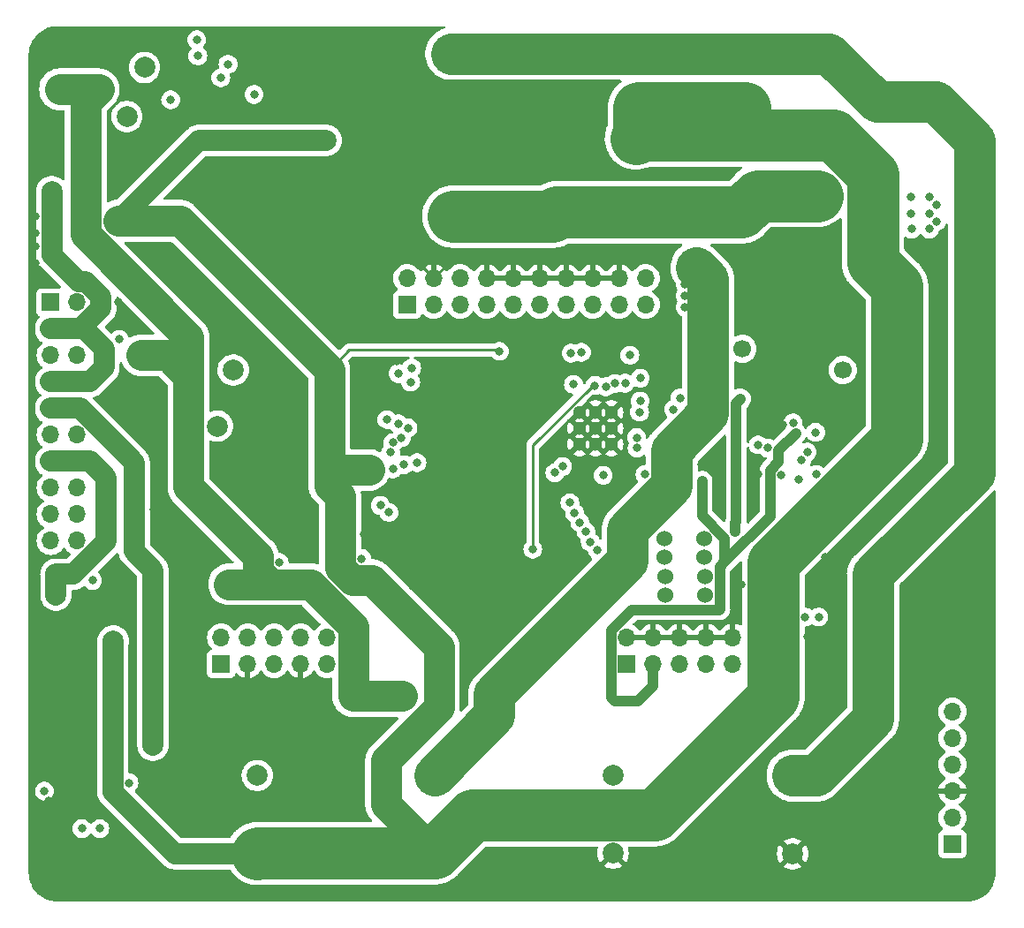
<source format=gbr>
%TF.GenerationSoftware,KiCad,Pcbnew,7.0.1*%
%TF.CreationDate,2024-06-21T04:11:25+03:00*%
%TF.ProjectId,_____ GDI,1f3b3042-3020-4474-9449-2e6b69636164,rev?*%
%TF.SameCoordinates,Original*%
%TF.FileFunction,Copper,L3,Inr*%
%TF.FilePolarity,Positive*%
%FSLAX46Y46*%
G04 Gerber Fmt 4.6, Leading zero omitted, Abs format (unit mm)*
G04 Created by KiCad (PCBNEW 7.0.1) date 2024-06-21 04:11:25*
%MOMM*%
%LPD*%
G01*
G04 APERTURE LIST*
%TA.AperFunction,ComponentPad*%
%ADD10C,1.700000*%
%TD*%
%TA.AperFunction,ComponentPad*%
%ADD11C,1.524000*%
%TD*%
%TA.AperFunction,ComponentPad*%
%ADD12R,1.700000X1.700000*%
%TD*%
%TA.AperFunction,ComponentPad*%
%ADD13O,1.700000X1.700000*%
%TD*%
%TA.AperFunction,ComponentPad*%
%ADD14C,1.300000*%
%TD*%
%TA.AperFunction,ComponentPad*%
%ADD15C,2.000000*%
%TD*%
%TA.AperFunction,ViaPad*%
%ADD16C,0.800000*%
%TD*%
%TA.AperFunction,ViaPad*%
%ADD17C,2.000000*%
%TD*%
%TA.AperFunction,Conductor*%
%ADD18C,0.250000*%
%TD*%
%TA.AperFunction,Conductor*%
%ADD19C,3.000000*%
%TD*%
%TA.AperFunction,Conductor*%
%ADD20C,1.000000*%
%TD*%
%TA.AperFunction,Conductor*%
%ADD21C,2.000000*%
%TD*%
%TA.AperFunction,Conductor*%
%ADD22C,4.000000*%
%TD*%
%TA.AperFunction,Conductor*%
%ADD23C,5.000000*%
%TD*%
%TA.AperFunction,Conductor*%
%ADD24C,0.800000*%
%TD*%
G04 APERTURE END LIST*
D10*
%TO.N,/Boot0*%
%TO.C,P2*%
X174800000Y-81600000D03*
%TD*%
D11*
%TO.N,Net-(U8-DBG)*%
%TO.C,R115*%
X157745001Y-99600000D03*
%TO.N,/DBG*%
X161555001Y-99600000D03*
%TD*%
D12*
%TO.N,+3.3V*%
%TO.C,J5*%
X185300000Y-127080000D03*
D13*
%TO.N,/SWCLK*%
X185300000Y-124540000D03*
%TO.N,GND*%
X185300000Y-122000000D03*
%TO.N,/SWDIO*%
X185300000Y-119460000D03*
%TO.N,/nRESET*%
X185300000Y-116920000D03*
%TO.N,unconnected-(J5-Pin_6-Pad6)*%
X185300000Y-114380000D03*
%TD*%
D11*
%TO.N,Net-(U8-FLAG2)*%
%TO.C,R114*%
X157745001Y-97800000D03*
%TO.N,/FLAG_2*%
X161555001Y-97800000D03*
%TD*%
D10*
%TO.N,/nRESET*%
%TO.C,P1*%
X165200000Y-79600000D03*
%TD*%
D14*
%TO.N,GND*%
%TO.C,U8*%
X149576000Y-88724000D03*
X151100000Y-88724000D03*
X152624000Y-88724000D03*
X149576000Y-87200000D03*
X151100000Y-87200000D03*
X152624000Y-87200000D03*
X149576000Y-85676000D03*
X151100000Y-85676000D03*
X152624000Y-85676000D03*
%TD*%
D11*
%TO.N,Net-(U8-FLAG1)*%
%TO.C,R113*%
X157795000Y-101400000D03*
%TO.N,/FLAG_1*%
X161605000Y-101400000D03*
%TD*%
%TO.N,Net-(U8-IRQ)*%
%TO.C,R112*%
X157790000Y-103200000D03*
%TO.N,/IRQ*%
X161600000Y-103200000D03*
%TD*%
D15*
%TO.N,Vdrive*%
%TO.C,C97*%
X118700000Y-128000000D03*
%TO.N,/Vdrive_shunt*%
X118700000Y-120500000D03*
%TD*%
%TO.N,/+Batt_filtered*%
%TO.C,C88*%
X170000000Y-120500000D03*
%TO.N,GND*%
X170000000Y-128000000D03*
%TD*%
%TO.N,+BATT*%
%TO.C,C81*%
X152800000Y-120450000D03*
%TO.N,GND*%
X152800000Y-127950000D03*
%TD*%
D12*
%TO.N,unconnected-(J2-Pin_1-Pad1)*%
%TO.C,J2*%
X133060000Y-75340000D03*
D13*
%TO.N,/UART_RX*%
X133060000Y-72800000D03*
%TO.N,unconnected-(J2-Pin_3-Pad3)*%
X135600000Y-75340000D03*
%TO.N,GND*%
X135600000Y-72800000D03*
%TO.N,unconnected-(J2-Pin_5-Pad5)*%
X138140000Y-75340000D03*
%TO.N,/UART_TX*%
X138140000Y-72800000D03*
%TO.N,unconnected-(J2-Pin_7-Pad7)*%
X140680000Y-75340000D03*
%TO.N,GND*%
X140680000Y-72800000D03*
%TO.N,unconnected-(J2-Pin_9-Pad9)*%
X143220000Y-75340000D03*
%TO.N,GND*%
X143220000Y-72800000D03*
%TO.N,unconnected-(J2-Pin_11-Pad11)*%
X145760000Y-75340000D03*
%TO.N,GND*%
X145760000Y-72800000D03*
%TO.N,unconnected-(J2-Pin_13-Pad13)*%
X148300000Y-75340000D03*
%TO.N,GND*%
X148300000Y-72800000D03*
%TO.N,unconnected-(J2-Pin_15-Pad15)*%
X150840000Y-75340000D03*
%TO.N,GND*%
X150840000Y-72800000D03*
%TO.N,unconnected-(J2-Pin_17-Pad17)*%
X153380000Y-75340000D03*
%TO.N,GND*%
X153380000Y-72800000D03*
%TO.N,unconnected-(J2-Pin_19-Pad19)*%
X155920000Y-75340000D03*
%TO.N,/OA_2*%
X155920000Y-72800000D03*
%TD*%
D12*
%TO.N,/START1*%
%TO.C,J6*%
X115240000Y-109800000D03*
D13*
%TO.N,/START2*%
X115240000Y-107260000D03*
%TO.N,GND*%
X117780000Y-109800000D03*
%TO.N,/START3*%
X117780000Y-107260000D03*
%TO.N,/START4*%
X120320000Y-109800000D03*
%TO.N,/START5*%
X120320000Y-107260000D03*
%TO.N,GND*%
X122860000Y-109800000D03*
%TO.N,/START6*%
X122860000Y-107260000D03*
%TO.N,/CAN_H*%
X125400000Y-109800000D03*
%TO.N,/CAN_L*%
X125400000Y-107260000D03*
%TD*%
D12*
%TO.N,/L1*%
%TO.C,J1*%
X98900000Y-75140000D03*
D13*
X101440000Y-75140000D03*
%TO.N,/H1*%
X98900000Y-77680000D03*
X101440000Y-77680000D03*
%TO.N,/L2*%
X98900000Y-80220000D03*
X101440000Y-80220000D03*
%TO.N,/H1*%
X98900000Y-82760000D03*
X101440000Y-82760000D03*
%TO.N,/L3*%
X98900000Y-85300000D03*
X101440000Y-85300000D03*
%TO.N,/H3*%
X98900000Y-87840000D03*
X101440000Y-87840000D03*
%TO.N,/L4*%
X98900000Y-90380000D03*
X101440000Y-90380000D03*
%TO.N,/H3*%
X98900000Y-92920000D03*
X101440000Y-92920000D03*
%TO.N,/L6PUMP*%
X98900000Y-95460000D03*
X101440000Y-95460000D03*
%TO.N,/H5PUMP*%
X98900000Y-98000000D03*
X101440000Y-98000000D03*
%TD*%
D12*
%TO.N,+5V*%
%TO.C,J7*%
X154100000Y-109800000D03*
D13*
%TO.N,GND*%
X154100000Y-107260000D03*
%TO.N,+3.3V*%
X156640000Y-109800000D03*
%TO.N,GND*%
X156640000Y-107260000D03*
%TO.N,Net-(D4-A1)*%
X159180000Y-109800000D03*
%TO.N,GND*%
X159180000Y-107260000D03*
%TO.N,Net-(D4-A1)*%
X161720000Y-109800000D03*
%TO.N,GND*%
X161720000Y-107260000D03*
%TO.N,Net-(D4-A1)*%
X164260000Y-109800000D03*
%TO.N,GND*%
X164260000Y-107260000D03*
%TD*%
D15*
%TO.N,Vdrive*%
%TO.C,C95*%
X135700000Y-127950000D03*
%TO.N,/Vdrive_shunt*%
X135700000Y-120450000D03*
%TD*%
D16*
%TO.N,GND*%
X97400000Y-71400000D03*
X119700000Y-112700000D03*
X143300000Y-94400000D03*
X139900000Y-108300000D03*
X133600000Y-102400000D03*
X117100000Y-93000000D03*
X115000000Y-49900000D03*
X106100000Y-101700000D03*
X134300000Y-96900000D03*
X97400000Y-69800000D03*
X104300000Y-103800000D03*
X183800000Y-86700000D03*
X97400000Y-66900000D03*
X176400000Y-84300000D03*
X176200000Y-97100000D03*
X161300000Y-90700000D03*
X97400000Y-68500000D03*
X132400000Y-69400000D03*
X129900000Y-97400000D03*
X98700000Y-122900000D03*
X131200000Y-69400000D03*
X182900000Y-103600000D03*
X180700000Y-102300000D03*
X116900000Y-51300000D03*
X143300000Y-95600000D03*
X118000000Y-93000000D03*
X127600000Y-77400000D03*
X181800000Y-102300000D03*
X104900000Y-83300000D03*
X105700000Y-61400000D03*
X102600000Y-121800000D03*
X166700000Y-91600000D03*
X167500000Y-73400000D03*
X169100000Y-86900000D03*
X115000000Y-51200000D03*
X116800000Y-112700000D03*
X138800000Y-108300000D03*
X166300000Y-71900000D03*
X105900000Y-83400000D03*
X180700000Y-103600000D03*
X132100000Y-80800000D03*
X105700000Y-62500000D03*
X118200000Y-112700000D03*
X105400000Y-75100000D03*
X121400000Y-112700000D03*
X130900000Y-97400000D03*
X134100000Y-100600000D03*
X126300000Y-77400000D03*
X158800000Y-78300000D03*
X167500000Y-72400000D03*
X128900000Y-97400000D03*
X98700000Y-124000000D03*
X157100000Y-81300000D03*
X130900000Y-80800000D03*
X100700000Y-124000000D03*
X129300000Y-69400000D03*
X157100000Y-79900000D03*
X165100000Y-77700000D03*
X166300000Y-72900000D03*
X165100000Y-102200000D03*
X166200000Y-77700000D03*
X171400000Y-107200000D03*
X106400000Y-61900000D03*
X116200000Y-93000000D03*
X133600000Y-101500000D03*
X114400000Y-63100000D03*
X123000000Y-112700000D03*
X114400000Y-61800000D03*
X173100000Y-99600000D03*
X108800000Y-95000000D03*
X182800000Y-102300000D03*
X181800000Y-103600000D03*
X177300000Y-95900000D03*
X125100000Y-77400000D03*
X133700000Y-69400000D03*
X166300000Y-73900000D03*
X140700000Y-94500000D03*
D17*
%TO.N,+BATT*%
X116000000Y-102160500D03*
X128300000Y-112900000D03*
D16*
X183100000Y-66600000D03*
X111400000Y-79800000D03*
X99400000Y-54700000D03*
X111000000Y-80900000D03*
X110300000Y-79700000D03*
X101900000Y-53800000D03*
X183100000Y-68100000D03*
D17*
X118700000Y-102160000D03*
D16*
X108600000Y-80900000D03*
X100800000Y-53800000D03*
X103500000Y-54700000D03*
X181300000Y-65000000D03*
X103000000Y-53800000D03*
X109800000Y-80900000D03*
X102400000Y-54700000D03*
D17*
X132600000Y-112900000D03*
D16*
X183800000Y-65800000D03*
X181300000Y-66600000D03*
X145100000Y-98800000D03*
D17*
X130400000Y-112900000D03*
D16*
X109100000Y-79800000D03*
X101400000Y-54700000D03*
X151044975Y-83100000D03*
X108000000Y-79800000D03*
X183800000Y-67400000D03*
X183100000Y-65000000D03*
X100400000Y-54700000D03*
X181400000Y-68100000D03*
X99800000Y-53800000D03*
%TO.N,+5V*%
X164500000Y-96300000D03*
X165000000Y-84400000D03*
X164500000Y-97100000D03*
%TO.N,+3.3V*%
X161325500Y-92300000D03*
X170300000Y-87700000D03*
%TO.N,Net-(Q4-S)*%
X112900000Y-49950000D03*
X131483419Y-89526542D03*
D17*
X106200000Y-57300000D03*
X107900000Y-52600000D03*
%TO.N,/H1*%
X99000000Y-66600000D03*
D16*
X115900000Y-52300000D03*
D17*
X99000000Y-64500000D03*
D16*
X133140862Y-87174500D03*
D17*
%TO.N,Net-(Q8-S)*%
X114900000Y-87000000D03*
X116400000Y-81600000D03*
D16*
%TO.N,/H5PUMP*%
X133400000Y-82774500D03*
X132774500Y-90695300D03*
%TO.N,Net-(U8-B_HS1)*%
X113000000Y-51500000D03*
X132518168Y-88124000D03*
%TO.N,Net-(U8-B_HS2)*%
X131125230Y-86374499D03*
X118400000Y-55200000D03*
%TO.N,Net-(U8-B_HS5)*%
X134000000Y-90500000D03*
X133500000Y-81425500D03*
%TO.N,/+Batt_filtered*%
X145700000Y-50700000D03*
X139200000Y-51800000D03*
X145800000Y-51900000D03*
X139200000Y-50700000D03*
X144200000Y-50700000D03*
X144200000Y-51900000D03*
X182800000Y-54600000D03*
X182800000Y-55900000D03*
X179700000Y-54600000D03*
X140400000Y-50700000D03*
X182700000Y-57300000D03*
X179700000Y-57300000D03*
X181300000Y-54700000D03*
X140400000Y-51800000D03*
X181200000Y-57300000D03*
X141600000Y-51900000D03*
X147100000Y-50700000D03*
X141600000Y-50700000D03*
X181300000Y-55900000D03*
X179700000Y-55900000D03*
X147100000Y-52000000D03*
%TO.N,Vdrive*%
X157900000Y-59800000D03*
X157700000Y-56900000D03*
X126000000Y-91600000D03*
X164800000Y-58400000D03*
X159200000Y-58400000D03*
D17*
X104900000Y-107600000D03*
D16*
X157800000Y-58400000D03*
X161900000Y-59800000D03*
X161900000Y-56800000D03*
X159300000Y-56800000D03*
X163300000Y-58400000D03*
X125500000Y-90600000D03*
X127100000Y-91600000D03*
X160600000Y-58400000D03*
X141900000Y-79825500D03*
X128800000Y-90600000D03*
X160600000Y-59800000D03*
X159200000Y-59800000D03*
D17*
X123200000Y-59600000D03*
D16*
X160700000Y-56800000D03*
X128200000Y-91600000D03*
X126600000Y-90600000D03*
X163300000Y-56800000D03*
X164800000Y-59800000D03*
X164800000Y-56800000D03*
X127600000Y-90600000D03*
X129500000Y-91600000D03*
D17*
X125300000Y-59600000D03*
D16*
X161900000Y-58400000D03*
X124900000Y-91600000D03*
D17*
X105403984Y-67301187D03*
D16*
X163300000Y-59800000D03*
%TO.N,/Vdrive_shunt*%
X160800000Y-73400000D03*
X159700000Y-72300000D03*
X159700000Y-75600000D03*
X159700000Y-73400000D03*
X159700000Y-74500000D03*
X160800000Y-75600000D03*
X159700000Y-71200000D03*
X160800000Y-72400000D03*
X160800000Y-71200000D03*
X160800000Y-74500000D03*
%TO.N,/L1*%
X152108035Y-83225500D03*
%TO.N,/L2*%
X105475000Y-78675000D03*
X153000000Y-82900000D03*
D17*
%TO.N,/L3*%
X108700000Y-117600000D03*
X108700000Y-115300000D03*
D16*
X108109787Y-103609787D03*
X153949494Y-82896617D03*
D17*
%TO.N,/L4*%
X99400000Y-101200000D03*
D16*
X102909999Y-101800000D03*
D17*
X99400000Y-103200000D03*
D16*
X154400000Y-80200000D03*
%TO.N,/L6PUMP*%
X155400000Y-82400000D03*
X120800000Y-100074500D03*
%TO.N,/Vdrive_coil*%
X144400000Y-66500000D03*
X170700000Y-66900000D03*
X139700000Y-66500000D03*
X146000000Y-66500000D03*
X169300000Y-64300000D03*
X168000000Y-64200000D03*
X146100000Y-67700000D03*
X142900000Y-66500000D03*
X173000000Y-63000000D03*
X173000000Y-66900000D03*
X169300000Y-66900000D03*
X139700000Y-67700000D03*
X138200000Y-67800000D03*
X173000000Y-65500000D03*
X141200000Y-66500000D03*
X168000000Y-66900000D03*
X144400000Y-67700000D03*
X168000000Y-62900000D03*
X170700000Y-65500000D03*
X141300000Y-67700000D03*
X147400000Y-66500000D03*
X142900000Y-67700000D03*
X169300000Y-65500000D03*
X170800000Y-64300000D03*
X170800000Y-62900000D03*
X168000000Y-65400000D03*
X173000000Y-64200000D03*
X169300000Y-62900000D03*
X138200000Y-66500000D03*
%TO.N,/SWDIO*%
X170600000Y-92100000D03*
%TO.N,/SWCLK*%
X172255500Y-91643793D03*
%TO.N,/nRESET*%
X170045459Y-86681835D03*
%TO.N,Net-(U8-G_HS1)*%
X110400000Y-55700000D03*
X131697456Y-88601480D03*
%TO.N,Net-(U8-G_HS2)*%
X115200000Y-53600000D03*
X132221152Y-86774500D03*
%TO.N,Net-(U8-G_LS3)*%
X106405000Y-121200000D03*
X148765144Y-79999500D03*
%TO.N,Net-(U8-G_LS4)*%
X98300000Y-122000000D03*
X149765805Y-79919693D03*
%TO.N,Net-(U8-G_HS5)*%
X131700000Y-91100000D03*
X132188312Y-81948895D03*
%TO.N,Net-(U8-G_LS6)*%
X149000000Y-83000000D03*
X128700000Y-99700500D03*
%TO.N,/DRVEN*%
X170868375Y-90286220D03*
X147222488Y-91477512D03*
%TO.N,/RESETB*%
X171400000Y-89499500D03*
X147954246Y-90872463D03*
%TO.N,/FLAG_0*%
X168900000Y-91700000D03*
X151849497Y-91716957D03*
%TO.N,/START1*%
X148657275Y-94357275D03*
%TO.N,/START2*%
X149100000Y-95300000D03*
%TO.N,/START3*%
X149600000Y-96226892D03*
%TO.N,/START4*%
X150200000Y-97100000D03*
%TO.N,/START5*%
X150600000Y-98100000D03*
%TO.N,/START6*%
X151300000Y-98900000D03*
%TO.N,/CAN_L*%
X171200000Y-105300000D03*
%TO.N,/CAN_H*%
X172500000Y-105300000D03*
%TO.N,/OA_1*%
X166700000Y-88800000D03*
X155100000Y-89100000D03*
%TO.N,/OA_2*%
X167600777Y-89100259D03*
X155049500Y-88100000D03*
%TO.N,/IRQ*%
X172200000Y-87600000D03*
%TO.N,Net-(U8-VSENSEN2)*%
X155335924Y-85664076D03*
X101900000Y-125600000D03*
%TO.N,Net-(U8-VSENSEP2)*%
X155389059Y-84600000D03*
X103600000Y-125600000D03*
%TO.N,Net-(U8-VSENSEN3)*%
X158600000Y-85400000D03*
X131305176Y-95274500D03*
%TO.N,Net-(U8-VSENSEP3)*%
X159200000Y-84300000D03*
X130500000Y-94600000D03*
%TO.N,Net-(U8-DBG)*%
X155849156Y-91636104D03*
%TD*%
D18*
%TO.N,GND*%
X132400000Y-69400000D02*
X132300000Y-69000000D01*
X132300000Y-69500000D02*
X132400000Y-69400000D01*
X135600000Y-72800000D02*
X135600000Y-70200000D01*
X135600000Y-70200000D02*
X134900000Y-69500000D01*
X135600000Y-72800000D02*
X137000000Y-71400000D01*
X135600000Y-72800000D02*
X132300000Y-69500000D01*
X136100000Y-70500000D02*
X136100000Y-69700000D01*
X137000000Y-71400000D02*
X136100000Y-70500000D01*
D19*
%TO.N,+BATT*%
X132600000Y-112900000D02*
X127900000Y-112900000D01*
X123806089Y-102160500D02*
X116000000Y-102160500D01*
X102253984Y-68605960D02*
X102253984Y-55946016D01*
X126576034Y-104900500D02*
X126546089Y-104900500D01*
X112100000Y-92800000D02*
X112100000Y-82200000D01*
X103500000Y-54700000D02*
X99800000Y-54700000D01*
X112100000Y-82200000D02*
X112100000Y-78451976D01*
X127900000Y-112900000D02*
X127900000Y-106224466D01*
X102253984Y-55946016D02*
X103500000Y-54700000D01*
D18*
X150843852Y-83100000D02*
X151044975Y-83100000D01*
X145100000Y-98800000D02*
X145100000Y-88843852D01*
D19*
X118750000Y-100923638D02*
X118750000Y-99450000D01*
X123806089Y-102160500D02*
X119986862Y-102160500D01*
D18*
X145100000Y-88843852D02*
X150843852Y-83100000D01*
D19*
X112100000Y-78451976D02*
X102253984Y-68605960D01*
X119986862Y-102160500D02*
X118750000Y-100923638D01*
X126546089Y-104900500D02*
X123806089Y-102160500D01*
X118750000Y-99450000D02*
X112100000Y-92800000D01*
X127900000Y-106224466D02*
X126576034Y-104900500D01*
X110100000Y-80200000D02*
X107600000Y-80200000D01*
X112100000Y-82200000D02*
X110100000Y-80200000D01*
D20*
%TO.N,+5V*%
X165000000Y-84400000D02*
X164600000Y-84800000D01*
X164600000Y-96200000D02*
X164500000Y-96300000D01*
X164600000Y-84800000D02*
X164600000Y-96200000D01*
X164500000Y-97100000D02*
X164500000Y-96300000D01*
%TO.N,+3.3V*%
X168650777Y-89349223D02*
X170300000Y-87700000D01*
X152600000Y-113000000D02*
X152600000Y-106600000D01*
X153000000Y-113400000D02*
X152600000Y-113000000D01*
X162988000Y-104612000D02*
X163017000Y-104583000D01*
X163507538Y-97755667D02*
X161325500Y-95573629D01*
X156640000Y-111960000D02*
X155200000Y-113400000D01*
X163507538Y-100007538D02*
X167850000Y-95665075D01*
X163017000Y-100498075D02*
X163507538Y-100007538D01*
X167850000Y-91265075D02*
X168650777Y-90464298D01*
X152600000Y-106600000D02*
X154588000Y-104612000D01*
X168650777Y-90464298D02*
X168650777Y-89349223D01*
X156640000Y-109800000D02*
X156640000Y-111960000D01*
X154588000Y-104612000D02*
X162988000Y-104612000D01*
X155200000Y-113400000D02*
X153000000Y-113400000D01*
X163507538Y-100007538D02*
X163507538Y-97755667D01*
X161325500Y-95573629D02*
X161325500Y-92300000D01*
X163017000Y-104583000D02*
X163017000Y-100498075D01*
X167850000Y-95665075D02*
X167850000Y-91265075D01*
D21*
%TO.N,/H1*%
X101540000Y-73140000D02*
X102268428Y-73140000D01*
X104000000Y-79592032D02*
X104000000Y-81402081D01*
X101728428Y-77680000D02*
X101440000Y-77680000D01*
X102087968Y-77680000D02*
X104000000Y-79592032D01*
X104000000Y-81402081D02*
X102642081Y-82760000D01*
X103700000Y-74571572D02*
X103700000Y-75708428D01*
X102268428Y-73140000D02*
X103700000Y-74571572D01*
X99000000Y-64500000D02*
X99000000Y-66600000D01*
X103700000Y-75708428D02*
X101728428Y-77680000D01*
X101440000Y-77680000D02*
X102087968Y-77680000D01*
X101440000Y-77680000D02*
X98900000Y-77680000D01*
X99000000Y-70600000D02*
X101540000Y-73140000D01*
X99000000Y-66600000D02*
X99000000Y-70600000D01*
X101440000Y-82760000D02*
X98900000Y-82760000D01*
X102642081Y-82760000D02*
X101440000Y-82760000D01*
D22*
%TO.N,/+Batt_filtered*%
X177700000Y-115100000D02*
X172300000Y-120500000D01*
X178100000Y-55900000D02*
X183700000Y-55900000D01*
X177700000Y-101200000D02*
X177700000Y-115100000D01*
X137300000Y-51300000D02*
X173500000Y-51300000D01*
X187400000Y-59600000D02*
X187400000Y-91500000D01*
X173500000Y-51300000D02*
X178100000Y-55900000D01*
X187400000Y-91500000D02*
X177700000Y-101200000D01*
X183700000Y-55900000D02*
X187400000Y-59600000D01*
X172300000Y-120500000D02*
X170000000Y-120500000D01*
D18*
%TO.N,Vdrive*%
X127500000Y-79700000D02*
X125600000Y-81600000D01*
D19*
X131050000Y-119050000D02*
X131050000Y-123300000D01*
D23*
X168150000Y-112950000D02*
X168150000Y-100063352D01*
D19*
X125600000Y-91200000D02*
X125600000Y-92700000D01*
D21*
X110800000Y-128000000D02*
X118700000Y-128000000D01*
D18*
X141900000Y-79825500D02*
X141774500Y-79700000D01*
D23*
X177700000Y-71300000D02*
X177700000Y-62900000D01*
D19*
X125600000Y-81600000D02*
X125600000Y-91200000D01*
X131050000Y-123300000D02*
X135700000Y-127950000D01*
D21*
X113080000Y-59600000D02*
X125300000Y-59600000D01*
D19*
X136100000Y-114000000D02*
X131050000Y-119050000D01*
X127850862Y-101750500D02*
X129650500Y-101750500D01*
D23*
X155283200Y-59116800D02*
X155000000Y-59400000D01*
X173916800Y-59116800D02*
X155283200Y-59116800D01*
X155283200Y-56483200D02*
X165383200Y-56483200D01*
X156800000Y-124300000D02*
X168150000Y-112950000D01*
D19*
X136100000Y-108200000D02*
X136100000Y-114000000D01*
X105403984Y-67301187D02*
X111301187Y-67301187D01*
D23*
X180000000Y-88213352D02*
X180000000Y-73600000D01*
D19*
X125600000Y-92700000D02*
X126650000Y-93750000D01*
X125600000Y-91200000D02*
X129400000Y-91200000D01*
D21*
X104855000Y-122055000D02*
X110800000Y-128000000D01*
X104900000Y-107600000D02*
X104855000Y-107645000D01*
D23*
X155283200Y-59116800D02*
X155283200Y-56483200D01*
D19*
X126650000Y-93750000D02*
X126650000Y-100549638D01*
D23*
X177700000Y-62900000D02*
X173916800Y-59116800D01*
D19*
X126650000Y-100549638D02*
X127850862Y-101750500D01*
D21*
X105403984Y-67276016D02*
X113080000Y-59600000D01*
D19*
X129650500Y-101750500D02*
X136100000Y-108200000D01*
D23*
X135700000Y-127950000D02*
X118750000Y-127950000D01*
X168150000Y-100063352D02*
X180000000Y-88213352D01*
X180000000Y-73600000D02*
X177700000Y-71300000D01*
D21*
X105403984Y-67301187D02*
X105403984Y-67276016D01*
D19*
X111301187Y-67301187D02*
X125600000Y-81600000D01*
D23*
X135700000Y-127950000D02*
X139350000Y-124300000D01*
X118750000Y-127950000D02*
X118700000Y-128000000D01*
D18*
X141774500Y-79700000D02*
X127500000Y-79700000D01*
D21*
X104855000Y-107645000D02*
X104855000Y-122055000D01*
D23*
X139350000Y-124300000D02*
X156800000Y-124300000D01*
D22*
%TO.N,/Vdrive_shunt*%
X141400000Y-114750000D02*
X141400000Y-112700000D01*
X141400000Y-112700000D02*
X154200000Y-99900000D01*
X158399156Y-92700844D02*
X158399156Y-89300844D01*
X154200000Y-96900000D02*
X158399156Y-92700844D01*
X158399156Y-89300844D02*
X161900000Y-85800000D01*
X135700000Y-120450000D02*
X141400000Y-114750000D01*
X161900000Y-85800000D02*
X161900000Y-72900000D01*
X161900000Y-72900000D02*
X160800000Y-71800000D01*
X154200000Y-99900000D02*
X154200000Y-96900000D01*
D21*
%TO.N,/L3*%
X101440000Y-85300000D02*
X98900000Y-85300000D01*
X108700000Y-115300000D02*
X108700000Y-100800000D01*
X108700000Y-100800000D02*
X106900000Y-99000000D01*
X108700000Y-117600000D02*
X108700000Y-115300000D01*
X106900000Y-90471572D02*
X101728428Y-85300000D01*
X106900000Y-99000000D02*
X106900000Y-90471572D01*
X101728428Y-85300000D02*
X101440000Y-85300000D01*
%TO.N,/L4*%
X104200000Y-98068428D02*
X104200000Y-91937919D01*
X99400000Y-103200000D02*
X99400000Y-101200000D01*
X104200000Y-91937919D02*
X102642081Y-90380000D01*
X99400000Y-101200000D02*
X101068428Y-101200000D01*
X101440000Y-90380000D02*
X98900000Y-90380000D01*
X102642081Y-90380000D02*
X101440000Y-90380000D01*
X101068428Y-101200000D02*
X104200000Y-98068428D01*
D23*
%TO.N,/Vdrive_coil*%
X147400000Y-66500000D02*
X165100000Y-66500000D01*
X166700000Y-64900000D02*
X172400000Y-64900000D01*
X147400000Y-66500000D02*
X147000000Y-66900000D01*
X165100000Y-66500000D02*
X166700000Y-64900000D01*
X147000000Y-66900000D02*
X137500000Y-66900000D01*
D24*
%TO.N,Net-(U8-DBG)*%
X157745001Y-99600000D02*
X157600000Y-99600000D01*
%TD*%
%TA.AperFunction,Conductor*%
%TO.N,GND*%
G36*
X136676846Y-48659803D02*
G01*
X136722602Y-48711703D01*
X136733426Y-48780041D01*
X136705948Y-48843540D01*
X136648722Y-48882431D01*
X136377689Y-48970495D01*
X136092992Y-49104463D01*
X135827336Y-49273053D01*
X135584902Y-49473612D01*
X135369519Y-49702971D01*
X135184583Y-49957515D01*
X135033005Y-50233235D01*
X134917180Y-50525774D01*
X134838934Y-50830525D01*
X134799500Y-51142680D01*
X134799500Y-51457320D01*
X134838934Y-51769474D01*
X134917180Y-52074225D01*
X135033005Y-52366764D01*
X135184583Y-52642484D01*
X135369519Y-52897028D01*
X135584902Y-53126387D01*
X135712222Y-53231715D01*
X135827337Y-53326947D01*
X136092993Y-53495537D01*
X136377685Y-53629503D01*
X136456280Y-53655040D01*
X136676917Y-53726730D01*
X136676919Y-53726730D01*
X136676921Y-53726731D01*
X136985985Y-53785688D01*
X137090621Y-53792271D01*
X137221412Y-53800500D01*
X137221417Y-53800500D01*
X153487527Y-53800500D01*
X153548273Y-53816399D01*
X153593442Y-53860017D01*
X153611451Y-53920171D01*
X153597683Y-53981435D01*
X153555668Y-54028099D01*
X153488390Y-54072349D01*
X153424166Y-54126239D01*
X153418510Y-54130711D01*
X153351246Y-54180787D01*
X153290244Y-54238339D01*
X153284859Y-54243132D01*
X153220637Y-54297021D01*
X153163102Y-54358004D01*
X153158004Y-54363102D01*
X153097021Y-54420637D01*
X153043132Y-54484859D01*
X153038339Y-54490244D01*
X152980787Y-54551246D01*
X152930711Y-54618510D01*
X152926239Y-54624166D01*
X152872349Y-54688390D01*
X152826279Y-54758434D01*
X152822145Y-54764338D01*
X152772071Y-54831602D01*
X152730144Y-54904219D01*
X152726360Y-54910354D01*
X152680284Y-54980411D01*
X152642655Y-55055334D01*
X152639235Y-55061678D01*
X152597311Y-55134296D01*
X152564102Y-55211280D01*
X152561055Y-55217813D01*
X152523425Y-55292742D01*
X152494746Y-55371537D01*
X152492087Y-55378228D01*
X152458874Y-55455229D01*
X152458873Y-55455232D01*
X152434824Y-55535556D01*
X152432557Y-55542398D01*
X152403880Y-55621191D01*
X152384545Y-55702768D01*
X152382679Y-55709732D01*
X152358631Y-55790061D01*
X152344069Y-55872642D01*
X152342611Y-55879702D01*
X152323276Y-55961289D01*
X152313543Y-56044558D01*
X152312498Y-56051693D01*
X152297938Y-56134270D01*
X152293063Y-56217964D01*
X152292435Y-56225147D01*
X152282700Y-56308443D01*
X152282700Y-58089227D01*
X152273939Y-58135008D01*
X152146972Y-58454603D01*
X152087859Y-58675215D01*
X152056508Y-58792218D01*
X152005852Y-59138046D01*
X152001547Y-59285985D01*
X151995685Y-59487422D01*
X152026148Y-59835605D01*
X152096826Y-60177899D01*
X152206767Y-60509681D01*
X152354481Y-60826455D01*
X152476368Y-61024063D01*
X152537969Y-61123933D01*
X152754753Y-61398101D01*
X153001899Y-61645247D01*
X153276067Y-61862031D01*
X153368381Y-61918971D01*
X153573544Y-62045518D01*
X153573547Y-62045519D01*
X153573548Y-62045520D01*
X153890319Y-62193233D01*
X154222098Y-62303173D01*
X154417360Y-62343491D01*
X154564394Y-62373851D01*
X154912577Y-62404314D01*
X154912582Y-62404313D01*
X154912584Y-62404314D01*
X155261954Y-62394148D01*
X155607782Y-62343492D01*
X155945391Y-62253029D01*
X156043354Y-62214111D01*
X156264992Y-62126061D01*
X156310773Y-62117300D01*
X165049617Y-62117300D01*
X165109734Y-62132847D01*
X165154776Y-62175591D01*
X165173447Y-62234812D01*
X165161066Y-62295660D01*
X165120738Y-62342877D01*
X165090731Y-62363887D01*
X165081612Y-62369696D01*
X165048404Y-62388869D01*
X164944694Y-62466079D01*
X164941771Y-62468190D01*
X164835826Y-62542374D01*
X164807195Y-62567853D01*
X164798816Y-62574679D01*
X164768052Y-62597584D01*
X164768047Y-62597588D01*
X164699700Y-62662068D01*
X164673983Y-62686331D01*
X164671330Y-62688762D01*
X164640050Y-62716601D01*
X164610462Y-62746187D01*
X164607880Y-62748695D01*
X164513816Y-62837441D01*
X164489170Y-62866813D01*
X164481863Y-62874787D01*
X163893471Y-63463181D01*
X163853243Y-63490061D01*
X163805790Y-63499500D01*
X147536412Y-63499500D01*
X147525603Y-63499028D01*
X147487419Y-63495686D01*
X147358151Y-63499448D01*
X147354545Y-63499500D01*
X147312688Y-63499500D01*
X147270931Y-63501931D01*
X147267332Y-63502088D01*
X147138049Y-63505851D01*
X147100100Y-63511410D01*
X147089341Y-63512509D01*
X147051070Y-63514738D01*
X146923742Y-63537188D01*
X146920184Y-63537762D01*
X146792223Y-63556507D01*
X146755188Y-63566430D01*
X146744634Y-63568769D01*
X146706869Y-63575429D01*
X146582976Y-63612520D01*
X146579507Y-63613504D01*
X146454605Y-63646971D01*
X146418973Y-63661127D01*
X146408759Y-63664677D01*
X146372029Y-63675673D01*
X146253288Y-63726892D01*
X146249958Y-63728272D01*
X146129783Y-63776015D01*
X146096041Y-63794209D01*
X146086308Y-63798921D01*
X146051097Y-63814110D01*
X145939093Y-63878775D01*
X145935949Y-63880529D01*
X145928322Y-63884642D01*
X145869467Y-63899500D01*
X137412692Y-63899500D01*
X137151072Y-63914738D01*
X136806869Y-63975429D01*
X136687664Y-64011117D01*
X136472029Y-64075674D01*
X136325559Y-64138855D01*
X136151093Y-64214112D01*
X135848404Y-64388869D01*
X135568045Y-64597589D01*
X135341057Y-64811742D01*
X135313817Y-64837442D01*
X135234066Y-64932486D01*
X135089145Y-65105196D01*
X134897086Y-65397206D01*
X134740223Y-65709545D01*
X134638782Y-65988256D01*
X134620681Y-66037989D01*
X134540077Y-66378086D01*
X134499500Y-66725241D01*
X134499500Y-67074759D01*
X134521973Y-67267026D01*
X134540077Y-67421915D01*
X134565954Y-67531097D01*
X134609082Y-67713072D01*
X134620682Y-67762014D01*
X134740223Y-68090454D01*
X134897086Y-68402793D01*
X135089145Y-68694803D01*
X135089148Y-68694807D01*
X135089151Y-68694811D01*
X135313817Y-68962558D01*
X135568047Y-69202412D01*
X135848404Y-69411130D01*
X136151096Y-69585889D01*
X136472029Y-69724326D01*
X136806864Y-69824569D01*
X136806868Y-69824569D01*
X136806869Y-69824570D01*
X136844601Y-69831223D01*
X137151073Y-69885262D01*
X137368227Y-69897910D01*
X137412692Y-69900500D01*
X137412695Y-69900500D01*
X146863577Y-69900500D01*
X146874383Y-69900971D01*
X146882282Y-69901662D01*
X146912580Y-69904314D01*
X146912583Y-69904313D01*
X146912584Y-69904314D01*
X147041870Y-69900552D01*
X147045478Y-69900500D01*
X147087307Y-69900500D01*
X147099026Y-69899817D01*
X147129074Y-69898067D01*
X147132642Y-69897910D01*
X147261954Y-69894148D01*
X147299898Y-69888589D01*
X147310653Y-69887490D01*
X147348927Y-69885262D01*
X147476296Y-69862802D01*
X147479770Y-69862242D01*
X147607782Y-69843492D01*
X147644836Y-69833563D01*
X147655358Y-69831230D01*
X147693136Y-69824569D01*
X147817050Y-69787471D01*
X147820465Y-69786502D01*
X147945391Y-69753029D01*
X147981028Y-69738870D01*
X147991224Y-69735326D01*
X148027971Y-69724326D01*
X148146732Y-69673097D01*
X148150040Y-69671726D01*
X148270215Y-69623985D01*
X148303965Y-69605786D01*
X148313690Y-69601078D01*
X148348904Y-69585889D01*
X148460961Y-69521192D01*
X148464004Y-69519494D01*
X148471689Y-69515350D01*
X148530531Y-69500500D01*
X159322800Y-69500500D01*
X159384579Y-69516985D01*
X159429931Y-69562058D01*
X159446798Y-69623734D01*
X159430694Y-69685613D01*
X159396167Y-69720785D01*
X159397896Y-69723014D01*
X159143116Y-69920641D01*
X158920641Y-70143116D01*
X158727794Y-70391732D01*
X158567634Y-70662549D01*
X158442674Y-70951315D01*
X158354894Y-71253454D01*
X158305675Y-71564213D01*
X158295793Y-71878697D01*
X158325401Y-72191937D01*
X158394039Y-72499001D01*
X158500614Y-72795027D01*
X158643460Y-73075377D01*
X158778347Y-73273857D01*
X158796053Y-73313346D01*
X158799110Y-73356515D01*
X158794540Y-73400000D01*
X158799431Y-73446539D01*
X158814326Y-73588257D01*
X158872819Y-73768281D01*
X158872821Y-73768284D01*
X158941940Y-73888001D01*
X158958552Y-73949999D01*
X158941939Y-74011999D01*
X158872820Y-74131715D01*
X158814326Y-74311742D01*
X158794540Y-74499999D01*
X158814326Y-74688257D01*
X158872820Y-74868284D01*
X158941939Y-74988000D01*
X158958552Y-75050000D01*
X158941939Y-75112000D01*
X158872820Y-75231715D01*
X158814326Y-75411742D01*
X158794540Y-75600000D01*
X158814326Y-75788257D01*
X158872820Y-75968284D01*
X158967466Y-76132216D01*
X159094129Y-76272889D01*
X159247267Y-76384150D01*
X159274972Y-76396485D01*
X159325936Y-76419175D01*
X159364698Y-76446317D01*
X159390471Y-76486004D01*
X159399500Y-76532455D01*
X159399500Y-83275500D01*
X159382887Y-83337500D01*
X159337500Y-83382887D01*
X159275500Y-83399500D01*
X159105352Y-83399500D01*
X158920197Y-83438855D01*
X158747269Y-83515848D01*
X158594129Y-83627110D01*
X158467466Y-83767783D01*
X158372820Y-83931715D01*
X158314326Y-84111742D01*
X158294540Y-84300000D01*
X158310252Y-84449494D01*
X158304862Y-84500773D01*
X158279081Y-84545427D01*
X158237367Y-84575734D01*
X158147269Y-84615848D01*
X157994129Y-84727110D01*
X157867466Y-84867783D01*
X157772820Y-85031715D01*
X157714326Y-85211742D01*
X157694540Y-85399999D01*
X157714326Y-85588257D01*
X157772820Y-85768284D01*
X157867466Y-85932216D01*
X157961226Y-86036347D01*
X157989898Y-86091425D01*
X157988272Y-86153498D01*
X157956757Y-86207000D01*
X156660192Y-87503565D01*
X156657396Y-87506275D01*
X156572769Y-87585746D01*
X156572766Y-87585750D01*
X156498745Y-87675224D01*
X156496244Y-87678152D01*
X156419468Y-87765237D01*
X156400604Y-87792993D01*
X156393595Y-87802328D01*
X156372206Y-87828183D01*
X156310009Y-87926190D01*
X156307872Y-87929444D01*
X156242613Y-88025470D01*
X156227383Y-88055362D01*
X156221598Y-88065506D01*
X156203616Y-88093841D01*
X156188924Y-88125063D01*
X156147919Y-88173790D01*
X156088136Y-88195737D01*
X156025343Y-88185115D01*
X155976104Y-88144727D01*
X155953407Y-88085227D01*
X155935174Y-87911744D01*
X155896589Y-87792993D01*
X155876679Y-87731715D01*
X155782033Y-87567783D01*
X155655370Y-87427110D01*
X155502230Y-87315848D01*
X155329302Y-87238855D01*
X155144148Y-87199500D01*
X155144146Y-87199500D01*
X154954854Y-87199500D01*
X154954852Y-87199500D01*
X154769697Y-87238855D01*
X154596769Y-87315848D01*
X154443629Y-87427110D01*
X154316966Y-87567783D01*
X154222320Y-87731715D01*
X154163826Y-87911742D01*
X154146625Y-88075407D01*
X154144040Y-88100000D01*
X154146766Y-88125936D01*
X154163826Y-88288257D01*
X154222320Y-88468284D01*
X154287820Y-88581733D01*
X154304433Y-88643731D01*
X154287822Y-88705729D01*
X154272821Y-88731712D01*
X154214326Y-88911742D01*
X154194540Y-89100000D01*
X154214326Y-89288257D01*
X154272820Y-89468284D01*
X154367466Y-89632216D01*
X154494129Y-89772889D01*
X154647269Y-89884151D01*
X154820197Y-89961144D01*
X155005352Y-90000500D01*
X155005354Y-90000500D01*
X155194646Y-90000500D01*
X155194648Y-90000500D01*
X155344231Y-89968705D01*
X155379803Y-89961144D01*
X155552730Y-89884151D01*
X155701771Y-89775866D01*
X155764927Y-89752567D01*
X155830951Y-89765700D01*
X155880383Y-89811395D01*
X155898656Y-89876185D01*
X155898656Y-90611604D01*
X155882043Y-90673604D01*
X155836656Y-90718991D01*
X155774656Y-90735604D01*
X155754508Y-90735604D01*
X155569353Y-90774959D01*
X155396425Y-90851952D01*
X155243285Y-90963214D01*
X155116622Y-91103887D01*
X155021976Y-91267819D01*
X154963482Y-91447846D01*
X154943696Y-91636104D01*
X154963482Y-91824361D01*
X155021976Y-92004388D01*
X155116622Y-92168319D01*
X155169986Y-92227585D01*
X155198659Y-92282663D01*
X155197034Y-92344737D01*
X155165518Y-92398239D01*
X152461036Y-95102721D01*
X152458240Y-95105431D01*
X152373613Y-95184902D01*
X152361709Y-95199292D01*
X152299589Y-95274380D01*
X152297088Y-95277308D01*
X152220312Y-95364393D01*
X152201448Y-95392149D01*
X152194439Y-95401484D01*
X152173050Y-95427339D01*
X152110853Y-95525346D01*
X152108716Y-95528600D01*
X152043457Y-95624626D01*
X152028227Y-95654518D01*
X152022442Y-95664662D01*
X152004459Y-95692999D01*
X151955041Y-95798018D01*
X151953328Y-95801515D01*
X151900616Y-95904969D01*
X151889246Y-95936547D01*
X151884780Y-95947330D01*
X151870495Y-95977688D01*
X151834614Y-96088115D01*
X151833353Y-96091798D01*
X151794037Y-96201003D01*
X151786720Y-96233738D01*
X151783639Y-96245002D01*
X151773268Y-96276922D01*
X151751511Y-96390969D01*
X151750722Y-96394780D01*
X151725401Y-96508063D01*
X151722242Y-96541473D01*
X151720598Y-96553028D01*
X151714311Y-96585988D01*
X151707022Y-96701846D01*
X151706717Y-96705727D01*
X151695793Y-96821302D01*
X151699439Y-96937331D01*
X151699500Y-96941226D01*
X151699500Y-97786928D01*
X151680197Y-97853371D01*
X151628297Y-97899127D01*
X151559959Y-97909950D01*
X151496459Y-97882472D01*
X151457569Y-97825246D01*
X151427179Y-97731715D01*
X151332533Y-97567783D01*
X151205870Y-97427110D01*
X151138561Y-97378208D01*
X151098166Y-97328325D01*
X151088125Y-97264931D01*
X151105460Y-97100000D01*
X151085674Y-96911744D01*
X151055332Y-96818363D01*
X151027179Y-96731715D01*
X150932533Y-96567783D01*
X150805870Y-96427111D01*
X150652730Y-96315849D01*
X150622793Y-96302520D01*
X150573438Y-96280545D01*
X150523556Y-96240152D01*
X150500556Y-96180233D01*
X150485674Y-96038636D01*
X150448317Y-95923663D01*
X150427179Y-95858607D01*
X150332533Y-95694675D01*
X150205870Y-95554002D01*
X150052794Y-95442787D01*
X150012399Y-95392904D01*
X150002358Y-95329509D01*
X150005460Y-95300000D01*
X149985674Y-95111744D01*
X149948176Y-94996337D01*
X149927179Y-94931715D01*
X149832533Y-94767783D01*
X149705870Y-94627110D01*
X149604460Y-94553432D01*
X149564065Y-94503549D01*
X149554024Y-94440153D01*
X149562735Y-94357275D01*
X149542949Y-94169019D01*
X149492384Y-94013396D01*
X149484454Y-93988990D01*
X149389808Y-93825058D01*
X149263145Y-93684385D01*
X149110005Y-93573123D01*
X148937077Y-93496130D01*
X148751923Y-93456775D01*
X148751921Y-93456775D01*
X148562629Y-93456775D01*
X148562627Y-93456775D01*
X148377472Y-93496130D01*
X148204544Y-93573123D01*
X148051404Y-93684385D01*
X147924741Y-93825058D01*
X147830095Y-93988990D01*
X147771601Y-94169017D01*
X147751815Y-94357275D01*
X147771601Y-94545532D01*
X147830095Y-94725559D01*
X147924741Y-94889491D01*
X148051404Y-95030164D01*
X148152814Y-95103842D01*
X148193208Y-95153724D01*
X148203250Y-95217120D01*
X148194540Y-95299998D01*
X148214326Y-95488257D01*
X148272820Y-95668284D01*
X148367466Y-95832216D01*
X148494129Y-95972889D01*
X148647205Y-96084105D01*
X148687599Y-96133987D01*
X148697641Y-96197383D01*
X148694540Y-96226890D01*
X148694540Y-96226892D01*
X148698225Y-96261955D01*
X148714326Y-96415149D01*
X148772820Y-96595176D01*
X148867466Y-96759108D01*
X148994129Y-96899781D01*
X149147267Y-97011041D01*
X149147270Y-97011043D01*
X149226559Y-97046345D01*
X149276441Y-97086738D01*
X149299444Y-97146662D01*
X149314326Y-97288257D01*
X149372820Y-97468284D01*
X149467466Y-97632216D01*
X149594129Y-97772888D01*
X149661438Y-97821791D01*
X149701832Y-97871673D01*
X149711874Y-97935070D01*
X149694540Y-98099999D01*
X149714326Y-98288257D01*
X149772820Y-98468284D01*
X149867466Y-98632216D01*
X149994129Y-98772889D01*
X150147269Y-98884151D01*
X150332104Y-98966446D01*
X150331627Y-98967516D01*
X150361785Y-98980939D01*
X150396292Y-99019258D01*
X150412228Y-99068297D01*
X150413763Y-99082902D01*
X150414326Y-99088258D01*
X150472820Y-99268284D01*
X150567466Y-99432216D01*
X150694129Y-99572889D01*
X150748541Y-99612421D01*
X150783845Y-99652150D01*
X150799274Y-99703010D01*
X150791992Y-99755657D01*
X150763337Y-99800420D01*
X139661036Y-110902721D01*
X139658240Y-110905431D01*
X139573613Y-110984902D01*
X139554881Y-111007545D01*
X139499589Y-111074380D01*
X139497088Y-111077308D01*
X139420312Y-111164393D01*
X139401448Y-111192149D01*
X139394439Y-111201484D01*
X139373050Y-111227339D01*
X139310853Y-111325346D01*
X139308716Y-111328600D01*
X139243457Y-111424626D01*
X139228227Y-111454518D01*
X139222442Y-111464662D01*
X139204459Y-111492999D01*
X139155041Y-111598018D01*
X139153328Y-111601515D01*
X139100616Y-111704969D01*
X139089246Y-111736547D01*
X139084780Y-111747330D01*
X139070495Y-111777688D01*
X139034614Y-111888115D01*
X139033353Y-111891798D01*
X138994037Y-112001003D01*
X138986720Y-112033738D01*
X138983639Y-112045002D01*
X138973268Y-112076922D01*
X138951511Y-112190969D01*
X138950722Y-112194780D01*
X138925401Y-112308063D01*
X138922242Y-112341473D01*
X138920598Y-112353028D01*
X138914311Y-112385988D01*
X138907022Y-112501846D01*
X138906717Y-112505727D01*
X138895793Y-112621302D01*
X138899439Y-112737331D01*
X138899500Y-112741226D01*
X138899500Y-113662897D01*
X138890061Y-113710350D01*
X138863181Y-113750578D01*
X138301776Y-114311981D01*
X138249029Y-114343277D01*
X138187736Y-114345466D01*
X138132891Y-114318012D01*
X138097913Y-114267632D01*
X138091357Y-114206653D01*
X138100499Y-114143079D01*
X138100499Y-114075885D01*
X138100500Y-114075857D01*
X138100500Y-108056924D01*
X138100500Y-108056921D01*
X138090931Y-107990375D01*
X138089991Y-107981620D01*
X138085196Y-107914572D01*
X138070908Y-107848891D01*
X138069338Y-107840190D01*
X138059775Y-107773677D01*
X138040843Y-107709202D01*
X138038656Y-107700630D01*
X138024370Y-107634958D01*
X138024369Y-107634954D01*
X138000874Y-107571963D01*
X137998090Y-107563597D01*
X137979156Y-107499111D01*
X137977464Y-107495407D01*
X137951235Y-107437975D01*
X137947855Y-107429817D01*
X137932990Y-107389960D01*
X137924368Y-107366840D01*
X137912115Y-107344401D01*
X137892150Y-107307839D01*
X137888205Y-107299956D01*
X137860282Y-107238813D01*
X137845226Y-107215386D01*
X137823946Y-107182273D01*
X137819429Y-107174660D01*
X137787227Y-107115686D01*
X137746948Y-107061880D01*
X137741899Y-107054607D01*
X137740664Y-107052686D01*
X137722610Y-107024592D01*
X137705575Y-106998084D01*
X137661564Y-106947293D01*
X137656010Y-106940401D01*
X137647020Y-106928392D01*
X137615739Y-106886605D01*
X137413395Y-106684261D01*
X137413394Y-106684260D01*
X131014546Y-100285412D01*
X131014545Y-100285411D01*
X130963895Y-100234761D01*
X130910096Y-100194487D01*
X130903205Y-100188934D01*
X130881940Y-100170508D01*
X130852417Y-100144926D01*
X130795867Y-100108584D01*
X130788603Y-100103539D01*
X130734817Y-100063274D01*
X130675839Y-100031070D01*
X130668227Y-100026554D01*
X130623301Y-99997682D01*
X130611687Y-99990218D01*
X130577541Y-99974624D01*
X130550558Y-99962301D01*
X130542644Y-99958340D01*
X130483659Y-99926132D01*
X130420690Y-99902645D01*
X130412517Y-99899260D01*
X130393724Y-99890678D01*
X130351388Y-99871344D01*
X130286905Y-99852409D01*
X130278518Y-99849618D01*
X130275177Y-99848372D01*
X130270214Y-99846521D01*
X130215545Y-99826130D01*
X130149867Y-99811843D01*
X130141292Y-99809654D01*
X130076826Y-99790725D01*
X130010306Y-99781161D01*
X130001596Y-99779589D01*
X129935929Y-99765304D01*
X129868890Y-99760508D01*
X129860094Y-99759562D01*
X129793581Y-99750000D01*
X129793579Y-99750000D01*
X129722313Y-99750000D01*
X129664099Y-99735486D01*
X129619512Y-99695340D01*
X129598992Y-99638962D01*
X129585674Y-99512244D01*
X129527179Y-99332216D01*
X129527179Y-99332215D01*
X129432533Y-99168283D01*
X129305870Y-99027610D01*
X129152730Y-98916348D01*
X128979802Y-98839355D01*
X128794648Y-98800000D01*
X144194540Y-98800000D01*
X144214326Y-98988257D01*
X144272820Y-99168284D01*
X144367466Y-99332216D01*
X144494129Y-99472889D01*
X144647269Y-99584151D01*
X144820197Y-99661144D01*
X145005352Y-99700500D01*
X145005354Y-99700500D01*
X145194646Y-99700500D01*
X145194648Y-99700500D01*
X145323516Y-99673108D01*
X145379803Y-99661144D01*
X145552730Y-99584151D01*
X145651705Y-99512242D01*
X145705870Y-99472889D01*
X145832533Y-99332216D01*
X145927179Y-99168284D01*
X145946931Y-99107494D01*
X145985674Y-98988256D01*
X146005460Y-98800000D01*
X145985674Y-98611744D01*
X145945731Y-98488813D01*
X145927179Y-98431715D01*
X145832535Y-98267786D01*
X145803381Y-98235408D01*
X145757347Y-98184282D01*
X145733736Y-98145751D01*
X145725500Y-98101313D01*
X145725500Y-91477512D01*
X146317028Y-91477512D01*
X146336814Y-91665769D01*
X146395308Y-91845796D01*
X146489954Y-92009728D01*
X146616617Y-92150401D01*
X146769757Y-92261663D01*
X146942685Y-92338656D01*
X147127840Y-92378012D01*
X147127842Y-92378012D01*
X147317134Y-92378012D01*
X147317136Y-92378012D01*
X147440572Y-92351774D01*
X147502291Y-92338656D01*
X147675218Y-92261663D01*
X147713074Y-92234159D01*
X147828358Y-92150401D01*
X147955021Y-92009728D01*
X147979426Y-91967457D01*
X148049667Y-91845796D01*
X148053021Y-91835472D01*
X148087980Y-91781638D01*
X148145169Y-91752498D01*
X148234049Y-91733607D01*
X148234050Y-91733606D01*
X148234052Y-91733606D01*
X148271448Y-91716956D01*
X150944037Y-91716956D01*
X150963823Y-91905214D01*
X151022317Y-92085241D01*
X151116963Y-92249173D01*
X151243626Y-92389846D01*
X151396766Y-92501108D01*
X151569694Y-92578101D01*
X151754849Y-92617457D01*
X151754851Y-92617457D01*
X151944143Y-92617457D01*
X151944145Y-92617457D01*
X152067581Y-92591219D01*
X152129300Y-92578101D01*
X152302227Y-92501108D01*
X152455368Y-92389845D01*
X152582030Y-92249173D01*
X152676676Y-92085241D01*
X152735171Y-91905213D01*
X152754957Y-91716957D01*
X152735171Y-91528701D01*
X152676676Y-91348673D01*
X152676676Y-91348672D01*
X152582030Y-91184740D01*
X152455367Y-91044067D01*
X152302227Y-90932805D01*
X152129299Y-90855812D01*
X151944145Y-90816457D01*
X151944143Y-90816457D01*
X151754851Y-90816457D01*
X151754849Y-90816457D01*
X151569694Y-90855812D01*
X151396766Y-90932805D01*
X151243626Y-91044067D01*
X151116963Y-91184740D01*
X151022317Y-91348672D01*
X150963823Y-91528699D01*
X150944037Y-91716956D01*
X148271448Y-91716956D01*
X148406976Y-91656614D01*
X148560116Y-91545352D01*
X148575111Y-91528699D01*
X148686779Y-91404679D01*
X148781425Y-91240747D01*
X148839920Y-91060719D01*
X148859706Y-90872463D01*
X148839920Y-90684207D01*
X148796215Y-90549698D01*
X148781425Y-90504178D01*
X148686779Y-90340246D01*
X148560116Y-90199573D01*
X148406976Y-90088311D01*
X148234048Y-90011318D01*
X148048894Y-89971963D01*
X148048892Y-89971963D01*
X147859600Y-89971963D01*
X147859598Y-89971963D01*
X147674443Y-90011318D01*
X147501515Y-90088311D01*
X147348375Y-90199573D01*
X147221712Y-90340246D01*
X147127066Y-90504179D01*
X147123709Y-90514511D01*
X147088750Y-90568338D01*
X147031561Y-90597476D01*
X146942685Y-90616367D01*
X146769757Y-90693360D01*
X146616617Y-90804622D01*
X146489954Y-90945295D01*
X146395308Y-91109227D01*
X146336814Y-91289254D01*
X146317028Y-91477512D01*
X145725500Y-91477512D01*
X145725500Y-89694560D01*
X148958991Y-89694560D01*
X148958992Y-89694561D01*
X149061201Y-89757846D01*
X149259939Y-89834837D01*
X149469439Y-89874000D01*
X149682561Y-89874000D01*
X149892060Y-89834837D01*
X150090795Y-89757847D01*
X150193007Y-89694560D01*
X150482991Y-89694560D01*
X150482992Y-89694561D01*
X150585201Y-89757846D01*
X150783939Y-89834837D01*
X150993439Y-89874000D01*
X151206561Y-89874000D01*
X151416060Y-89834837D01*
X151614795Y-89757847D01*
X151717007Y-89694560D01*
X152006991Y-89694560D01*
X152006992Y-89694561D01*
X152109201Y-89757846D01*
X152307939Y-89834837D01*
X152517439Y-89874000D01*
X152730561Y-89874000D01*
X152940060Y-89834837D01*
X153138795Y-89757847D01*
X153241007Y-89694560D01*
X152624001Y-89077553D01*
X152624000Y-89077553D01*
X152006991Y-89694560D01*
X151717007Y-89694560D01*
X151100001Y-89077553D01*
X151100000Y-89077553D01*
X150482991Y-89694560D01*
X150193007Y-89694560D01*
X149576001Y-89077553D01*
X149576000Y-89077553D01*
X148958991Y-89694560D01*
X145725500Y-89694560D01*
X145725500Y-89154304D01*
X145734939Y-89106851D01*
X145761819Y-89066623D01*
X146104443Y-88723999D01*
X148421073Y-88723999D01*
X148440737Y-88936219D01*
X148499062Y-89141208D01*
X148594060Y-89331990D01*
X148602834Y-89343609D01*
X148602835Y-89343609D01*
X149222446Y-88724001D01*
X149929553Y-88724001D01*
X150338000Y-89132446D01*
X150338001Y-89132446D01*
X150746446Y-88724001D01*
X151453553Y-88724001D01*
X151862000Y-89132446D01*
X151862001Y-89132446D01*
X152270446Y-88724001D01*
X152977553Y-88724001D01*
X153597163Y-89343610D01*
X153605940Y-89331988D01*
X153700937Y-89141208D01*
X153759262Y-88936219D01*
X153778926Y-88723999D01*
X153759262Y-88511780D01*
X153700937Y-88306791D01*
X153605941Y-88116011D01*
X153597163Y-88104388D01*
X152977553Y-88724000D01*
X152977553Y-88724001D01*
X152270446Y-88724001D01*
X152270446Y-88724000D01*
X151862001Y-88315553D01*
X151862000Y-88315553D01*
X151453553Y-88724000D01*
X151453553Y-88724001D01*
X150746446Y-88724001D01*
X150746446Y-88724000D01*
X150338001Y-88315553D01*
X150338000Y-88315553D01*
X149929553Y-88724000D01*
X149929553Y-88724001D01*
X149222446Y-88724001D01*
X149222446Y-88724000D01*
X148602835Y-88104389D01*
X148594058Y-88116013D01*
X148499062Y-88306791D01*
X148440737Y-88511780D01*
X148421073Y-88723999D01*
X146104443Y-88723999D01*
X146421665Y-88406777D01*
X146866441Y-87962001D01*
X149167553Y-87962001D01*
X149576000Y-88370446D01*
X149576001Y-88370446D01*
X149984446Y-87962001D01*
X150691553Y-87962001D01*
X151100000Y-88370446D01*
X151100001Y-88370446D01*
X151508446Y-87962001D01*
X152215553Y-87962001D01*
X152624000Y-88370446D01*
X152624001Y-88370446D01*
X153032446Y-87962001D01*
X153032446Y-87962000D01*
X152624001Y-87553553D01*
X152624000Y-87553553D01*
X152215553Y-87962000D01*
X152215553Y-87962001D01*
X151508446Y-87962001D01*
X151508446Y-87962000D01*
X151100001Y-87553553D01*
X151100000Y-87553553D01*
X150691553Y-87962000D01*
X150691553Y-87962001D01*
X149984446Y-87962001D01*
X149984446Y-87962000D01*
X149576001Y-87553553D01*
X149576000Y-87553553D01*
X149167553Y-87962000D01*
X149167553Y-87962001D01*
X146866441Y-87962001D01*
X147628442Y-87199999D01*
X148421073Y-87199999D01*
X148440737Y-87412219D01*
X148499062Y-87617208D01*
X148594060Y-87807990D01*
X148602834Y-87819609D01*
X148602835Y-87819609D01*
X149222446Y-87200001D01*
X149929553Y-87200001D01*
X150338000Y-87608446D01*
X150338001Y-87608446D01*
X150746446Y-87200001D01*
X151453553Y-87200001D01*
X151862000Y-87608446D01*
X151862001Y-87608446D01*
X152270446Y-87200001D01*
X152977553Y-87200001D01*
X153597163Y-87819610D01*
X153605940Y-87807988D01*
X153700937Y-87617208D01*
X153759262Y-87412219D01*
X153778926Y-87199999D01*
X153759262Y-86987780D01*
X153700937Y-86782791D01*
X153605941Y-86592011D01*
X153597163Y-86580388D01*
X152977553Y-87200000D01*
X152977553Y-87200001D01*
X152270446Y-87200001D01*
X152270446Y-87200000D01*
X151862001Y-86791553D01*
X151862000Y-86791553D01*
X151453553Y-87200000D01*
X151453553Y-87200001D01*
X150746446Y-87200001D01*
X150746446Y-87200000D01*
X150338001Y-86791553D01*
X150338000Y-86791553D01*
X149929553Y-87200000D01*
X149929553Y-87200001D01*
X149222446Y-87200001D01*
X149222446Y-87200000D01*
X148602834Y-86580388D01*
X148594060Y-86592009D01*
X148499062Y-86782791D01*
X148440737Y-86987780D01*
X148421073Y-87199999D01*
X147628442Y-87199999D01*
X148390440Y-86438001D01*
X149167553Y-86438001D01*
X149576000Y-86846446D01*
X149576001Y-86846446D01*
X149984446Y-86438001D01*
X150691553Y-86438001D01*
X151100000Y-86846446D01*
X151100001Y-86846446D01*
X151508446Y-86438001D01*
X152215553Y-86438001D01*
X152624000Y-86846446D01*
X152624001Y-86846446D01*
X153032446Y-86438001D01*
X153032446Y-86438000D01*
X152624001Y-86029553D01*
X152624000Y-86029553D01*
X152215553Y-86438000D01*
X152215553Y-86438001D01*
X151508446Y-86438001D01*
X151508446Y-86438000D01*
X151100001Y-86029553D01*
X151100000Y-86029553D01*
X150691553Y-86438000D01*
X150691553Y-86438001D01*
X149984446Y-86438001D01*
X149984446Y-86438000D01*
X149576001Y-86029553D01*
X149576000Y-86029553D01*
X149167553Y-86438000D01*
X149167553Y-86438001D01*
X148390440Y-86438001D01*
X148433900Y-86394541D01*
X148447496Y-86386480D01*
X148455914Y-86372527D01*
X148497448Y-86330993D01*
X148541670Y-86302541D01*
X148593713Y-86294976D01*
X148602835Y-86295609D01*
X149222445Y-85676001D01*
X149929553Y-85676001D01*
X150338000Y-86084446D01*
X150338001Y-86084446D01*
X150746446Y-85676001D01*
X151453553Y-85676001D01*
X151862000Y-86084446D01*
X151862001Y-86084446D01*
X152270446Y-85676001D01*
X152977553Y-85676001D01*
X153597163Y-86295610D01*
X153605940Y-86283988D01*
X153700937Y-86093208D01*
X153759262Y-85888219D01*
X153778926Y-85675999D01*
X153777821Y-85664076D01*
X154430464Y-85664076D01*
X154450250Y-85852333D01*
X154508744Y-86032360D01*
X154603390Y-86196292D01*
X154730053Y-86336965D01*
X154883193Y-86448227D01*
X155056121Y-86525220D01*
X155241276Y-86564576D01*
X155241278Y-86564576D01*
X155430570Y-86564576D01*
X155430572Y-86564576D01*
X155554008Y-86538338D01*
X155615727Y-86525220D01*
X155788654Y-86448227D01*
X155873642Y-86386480D01*
X155941794Y-86336965D01*
X156068457Y-86196292D01*
X156163103Y-86032360D01*
X156176753Y-85990349D01*
X156221598Y-85852332D01*
X156241384Y-85664076D01*
X156221598Y-85475820D01*
X156171764Y-85322447D01*
X156163103Y-85295791D01*
X156130923Y-85240054D01*
X156114310Y-85178054D01*
X156130923Y-85116054D01*
X156156600Y-85071581D01*
X156216238Y-84968284D01*
X156274733Y-84788256D01*
X156294519Y-84600000D01*
X156274733Y-84411744D01*
X156232010Y-84280256D01*
X156216238Y-84231715D01*
X156121592Y-84067783D01*
X155994929Y-83927110D01*
X155841789Y-83815848D01*
X155668861Y-83738855D01*
X155483707Y-83699500D01*
X155483705Y-83699500D01*
X155294413Y-83699500D01*
X155294411Y-83699500D01*
X155109256Y-83738855D01*
X154936328Y-83815848D01*
X154783188Y-83927110D01*
X154656525Y-84067783D01*
X154561879Y-84231715D01*
X154503385Y-84411742D01*
X154483599Y-84599999D01*
X154503385Y-84788257D01*
X154561879Y-84968284D01*
X154594059Y-85024021D01*
X154610672Y-85086021D01*
X154594059Y-85148020D01*
X154508745Y-85295789D01*
X154450250Y-85475818D01*
X154430464Y-85664076D01*
X153777821Y-85664076D01*
X153759262Y-85463780D01*
X153700937Y-85258791D01*
X153605941Y-85068011D01*
X153597163Y-85056388D01*
X152977553Y-85676000D01*
X152977553Y-85676001D01*
X152270446Y-85676001D01*
X152270446Y-85676000D01*
X151862001Y-85267553D01*
X151862000Y-85267553D01*
X151453553Y-85676000D01*
X151453553Y-85676001D01*
X150746446Y-85676001D01*
X150746446Y-85676000D01*
X150338001Y-85267553D01*
X150338000Y-85267553D01*
X149929553Y-85676000D01*
X149929553Y-85676001D01*
X149222445Y-85676001D01*
X149576000Y-85322447D01*
X150193006Y-84705438D01*
X150482991Y-84705438D01*
X151100000Y-85322446D01*
X151100001Y-85322446D01*
X151717007Y-84705438D01*
X152006991Y-84705438D01*
X152624000Y-85322446D01*
X152624001Y-85322446D01*
X153241007Y-84705438D01*
X153241006Y-84705437D01*
X153138798Y-84642153D01*
X152940060Y-84565162D01*
X152730561Y-84526000D01*
X152517439Y-84526000D01*
X152307939Y-84565162D01*
X152109203Y-84642153D01*
X152006991Y-84705438D01*
X151717007Y-84705438D01*
X151717006Y-84705437D01*
X151614798Y-84642153D01*
X151416060Y-84565162D01*
X151206561Y-84526000D01*
X150993439Y-84526000D01*
X150783939Y-84565162D01*
X150585203Y-84642153D01*
X150482991Y-84705438D01*
X150193006Y-84705438D01*
X150192640Y-84702279D01*
X150198705Y-84647227D01*
X150228129Y-84600312D01*
X150278330Y-84550111D01*
X150287720Y-84544504D01*
X150293475Y-84534966D01*
X150801790Y-84026651D01*
X150854251Y-83995440D01*
X150915250Y-83993044D01*
X150950328Y-84000500D01*
X150950329Y-84000500D01*
X151139621Y-84000500D01*
X151139623Y-84000500D01*
X151324775Y-83961145D01*
X151324776Y-83961144D01*
X151324778Y-83961144D01*
X151422917Y-83917448D01*
X151486314Y-83907407D01*
X151546238Y-83930409D01*
X151655305Y-84009651D01*
X151655306Y-84009651D01*
X151655307Y-84009652D01*
X151828232Y-84086644D01*
X152013387Y-84126000D01*
X152013389Y-84126000D01*
X152202681Y-84126000D01*
X152202683Y-84126000D01*
X152355131Y-84093596D01*
X152387838Y-84086644D01*
X152560765Y-84009651D01*
X152713906Y-83898388D01*
X152770737Y-83835269D01*
X152824567Y-83800312D01*
X152888667Y-83796953D01*
X152905354Y-83800500D01*
X153094646Y-83800500D01*
X153094648Y-83800500D01*
X153279800Y-83761145D01*
X153279801Y-83761144D01*
X153279803Y-83761144D01*
X153428113Y-83695110D01*
X153478546Y-83684391D01*
X153528978Y-83695111D01*
X153651570Y-83749693D01*
X153669693Y-83757762D01*
X153854846Y-83797117D01*
X153854848Y-83797117D01*
X154044140Y-83797117D01*
X154044142Y-83797117D01*
X154213376Y-83761145D01*
X154229297Y-83757761D01*
X154402224Y-83680768D01*
X154439360Y-83653787D01*
X154555364Y-83569506D01*
X154610184Y-83508623D01*
X154682027Y-83428833D01*
X154776673Y-83264901D01*
X154778597Y-83258978D01*
X154816822Y-83202306D01*
X154879271Y-83174501D01*
X154946965Y-83184015D01*
X154947269Y-83184150D01*
X154947270Y-83184151D01*
X155115334Y-83258979D01*
X155120197Y-83261144D01*
X155305352Y-83300500D01*
X155305354Y-83300500D01*
X155494646Y-83300500D01*
X155494648Y-83300500D01*
X155618083Y-83274262D01*
X155679803Y-83261144D01*
X155852730Y-83184151D01*
X156005871Y-83072888D01*
X156132533Y-82932216D01*
X156227179Y-82768284D01*
X156285674Y-82588256D01*
X156305460Y-82400000D01*
X156285674Y-82211744D01*
X156249855Y-82101504D01*
X156227179Y-82031715D01*
X156132533Y-81867783D01*
X156005870Y-81727110D01*
X155852730Y-81615848D01*
X155679802Y-81538855D01*
X155494648Y-81499500D01*
X155494646Y-81499500D01*
X155305354Y-81499500D01*
X155305352Y-81499500D01*
X155120197Y-81538855D01*
X154947269Y-81615848D01*
X154794129Y-81727110D01*
X154667466Y-81867783D01*
X154572819Y-82031717D01*
X154570893Y-82037646D01*
X154532666Y-82094313D01*
X154470219Y-82122115D01*
X154402529Y-82112601D01*
X154229294Y-82035471D01*
X154044142Y-81996117D01*
X154044140Y-81996117D01*
X153854848Y-81996117D01*
X153854846Y-81996117D01*
X153669691Y-82035472D01*
X153521384Y-82101504D01*
X153470948Y-82112225D01*
X153420512Y-82101504D01*
X153279802Y-82038855D01*
X153094648Y-81999500D01*
X153094646Y-81999500D01*
X152905354Y-81999500D01*
X152905352Y-81999500D01*
X152720197Y-82038855D01*
X152547269Y-82115848D01*
X152394128Y-82227111D01*
X152337296Y-82290229D01*
X152283465Y-82325187D01*
X152219367Y-82328546D01*
X152202684Y-82325000D01*
X152202681Y-82325000D01*
X152013389Y-82325000D01*
X152013387Y-82325000D01*
X151828231Y-82364355D01*
X151730089Y-82408050D01*
X151666693Y-82418091D01*
X151606770Y-82395088D01*
X151497705Y-82315848D01*
X151324777Y-82238855D01*
X151139623Y-82199500D01*
X151139621Y-82199500D01*
X150950329Y-82199500D01*
X150950327Y-82199500D01*
X150765172Y-82238855D01*
X150592244Y-82315848D01*
X150439104Y-82427110D01*
X150312440Y-82567785D01*
X150217796Y-82731715D01*
X150174170Y-82865977D01*
X150143921Y-82915338D01*
X150103915Y-82955344D01*
X150043601Y-82988605D01*
X149974842Y-82984551D01*
X149918855Y-82944431D01*
X149892913Y-82880626D01*
X149885674Y-82811744D01*
X149829382Y-82638495D01*
X149827179Y-82631715D01*
X149732533Y-82467783D01*
X149605870Y-82327110D01*
X149452730Y-82215848D01*
X149279802Y-82138855D01*
X149094648Y-82099500D01*
X149094646Y-82099500D01*
X148905354Y-82099500D01*
X148905352Y-82099500D01*
X148720197Y-82138855D01*
X148547269Y-82215848D01*
X148394129Y-82327110D01*
X148267466Y-82467783D01*
X148172820Y-82631715D01*
X148114326Y-82811742D01*
X148105650Y-82894288D01*
X148094540Y-83000000D01*
X148097960Y-83032543D01*
X148114326Y-83188257D01*
X148172820Y-83368284D01*
X148267466Y-83532216D01*
X148394129Y-83672889D01*
X148547269Y-83784151D01*
X148662088Y-83835272D01*
X148720197Y-83861144D01*
X148890949Y-83897438D01*
X148949340Y-83927672D01*
X148984063Y-83983510D01*
X148985354Y-84049251D01*
X148952850Y-84106409D01*
X144716208Y-88343051D01*
X144700110Y-88355948D01*
X144652096Y-88407077D01*
X144649391Y-88409869D01*
X144629874Y-88429386D01*
X144627415Y-88432557D01*
X144619842Y-88441424D01*
X144589935Y-88473272D01*
X144580285Y-88490826D01*
X144569609Y-88507080D01*
X144557326Y-88522915D01*
X144539975Y-88563010D01*
X144534838Y-88573496D01*
X144513802Y-88611759D01*
X144508821Y-88631161D01*
X144502520Y-88649563D01*
X144494561Y-88667954D01*
X144487728Y-88711094D01*
X144485360Y-88722526D01*
X144474500Y-88764830D01*
X144474500Y-88784868D01*
X144472973Y-88804267D01*
X144470119Y-88822288D01*
X144469840Y-88824048D01*
X144472226Y-88849286D01*
X144473950Y-88867527D01*
X144474500Y-88879196D01*
X144474500Y-98101313D01*
X144466264Y-98145751D01*
X144442652Y-98184282D01*
X144409545Y-98221051D01*
X144367464Y-98267786D01*
X144272820Y-98431715D01*
X144214326Y-98611742D01*
X144194540Y-98800000D01*
X128794648Y-98800000D01*
X128794646Y-98800000D01*
X128774500Y-98800000D01*
X128712500Y-98783387D01*
X128667113Y-98738000D01*
X128650500Y-98676000D01*
X128650500Y-94600000D01*
X129594540Y-94600000D01*
X129595654Y-94610602D01*
X129614326Y-94788257D01*
X129672820Y-94968284D01*
X129767466Y-95132216D01*
X129894129Y-95272889D01*
X130047269Y-95384151D01*
X130220197Y-95461145D01*
X130363697Y-95491646D01*
X130420889Y-95520786D01*
X130455848Y-95574618D01*
X130477996Y-95642784D01*
X130572642Y-95806716D01*
X130699305Y-95947389D01*
X130852445Y-96058651D01*
X131025373Y-96135644D01*
X131210528Y-96175000D01*
X131210530Y-96175000D01*
X131399822Y-96175000D01*
X131399824Y-96175000D01*
X131526236Y-96148130D01*
X131584979Y-96135644D01*
X131757906Y-96058651D01*
X131840089Y-95998942D01*
X131911046Y-95947389D01*
X132037709Y-95806716D01*
X132132355Y-95642784D01*
X132138255Y-95624625D01*
X132190850Y-95462756D01*
X132210636Y-95274500D01*
X132190850Y-95086244D01*
X132152522Y-94968284D01*
X132132355Y-94906215D01*
X132037709Y-94742283D01*
X131911046Y-94601610D01*
X131757906Y-94490348D01*
X131584978Y-94413355D01*
X131441477Y-94382853D01*
X131384286Y-94353713D01*
X131349327Y-94299880D01*
X131327179Y-94231716D01*
X131232533Y-94067783D01*
X131105870Y-93927110D01*
X130952730Y-93815848D01*
X130779802Y-93738855D01*
X130594648Y-93699500D01*
X130594646Y-93699500D01*
X130405354Y-93699500D01*
X130405352Y-93699500D01*
X130220197Y-93738855D01*
X130047269Y-93815848D01*
X129894129Y-93927110D01*
X129767466Y-94067783D01*
X129672820Y-94231715D01*
X129614326Y-94411742D01*
X129596375Y-94582543D01*
X129594540Y-94600000D01*
X128650500Y-94600000D01*
X128650500Y-93606924D01*
X128650500Y-93606921D01*
X128640931Y-93540375D01*
X128639991Y-93531620D01*
X128635196Y-93464572D01*
X128620908Y-93398891D01*
X128619338Y-93390189D01*
X128612431Y-93342146D01*
X128622375Y-93272988D01*
X128668130Y-93220184D01*
X128735169Y-93200500D01*
X129471449Y-93200500D01*
X129487290Y-93199367D01*
X129685428Y-93185196D01*
X129965046Y-93124369D01*
X130233161Y-93024367D01*
X130484315Y-92887226D01*
X130713395Y-92715739D01*
X130915739Y-92513395D01*
X131087226Y-92284315D01*
X131224367Y-92033161D01*
X131229188Y-92020233D01*
X131268408Y-91966339D01*
X131329868Y-91940537D01*
X131395808Y-91950285D01*
X131420199Y-91961145D01*
X131605352Y-92000500D01*
X131605354Y-92000500D01*
X131794646Y-92000500D01*
X131794648Y-92000500D01*
X131955362Y-91966339D01*
X131979803Y-91961144D01*
X132152730Y-91884151D01*
X132188707Y-91858012D01*
X132305870Y-91772889D01*
X132324232Y-91752496D01*
X132432533Y-91632216D01*
X132433245Y-91630982D01*
X132467743Y-91592664D01*
X132514850Y-91571688D01*
X132566415Y-91571688D01*
X132679853Y-91595800D01*
X132679854Y-91595800D01*
X132869146Y-91595800D01*
X132869148Y-91595800D01*
X133000952Y-91567784D01*
X133054303Y-91556444D01*
X133227230Y-91479451D01*
X133380371Y-91368188D01*
X133421865Y-91322102D01*
X133463575Y-91291799D01*
X133514011Y-91281078D01*
X133564447Y-91291799D01*
X133720197Y-91361144D01*
X133905352Y-91400500D01*
X133905354Y-91400500D01*
X134094646Y-91400500D01*
X134094648Y-91400500D01*
X134254167Y-91366593D01*
X134279803Y-91361144D01*
X134452730Y-91284151D01*
X134464625Y-91275509D01*
X134605870Y-91172889D01*
X134610468Y-91167783D01*
X134732533Y-91032216D01*
X134827179Y-90868284D01*
X134885674Y-90688256D01*
X134905460Y-90500000D01*
X134885674Y-90311744D01*
X134840394Y-90172388D01*
X134827179Y-90131715D01*
X134732533Y-89967783D01*
X134605870Y-89827110D01*
X134452730Y-89715848D01*
X134279802Y-89638855D01*
X134094648Y-89599500D01*
X134094646Y-89599500D01*
X133905354Y-89599500D01*
X133905352Y-89599500D01*
X133720197Y-89638855D01*
X133547269Y-89715848D01*
X133394128Y-89827111D01*
X133352636Y-89873193D01*
X133310922Y-89903500D01*
X133260486Y-89914220D01*
X133210052Y-89903500D01*
X133054300Y-89834154D01*
X132869148Y-89794800D01*
X132869146Y-89794800D01*
X132679854Y-89794800D01*
X132679851Y-89794800D01*
X132520331Y-89828706D01*
X132462457Y-89827191D01*
X132411578Y-89799566D01*
X132378787Y-89751853D01*
X132371230Y-89694459D01*
X132388879Y-89526542D01*
X132369093Y-89338286D01*
X132358514Y-89305730D01*
X132355156Y-89241632D01*
X132384295Y-89184443D01*
X132429989Y-89133696D01*
X132447745Y-89102942D01*
X132457238Y-89086500D01*
X132502625Y-89041113D01*
X132564625Y-89024500D01*
X132612816Y-89024500D01*
X132736251Y-88998262D01*
X132797971Y-88985144D01*
X132970898Y-88908151D01*
X133001498Y-88885919D01*
X133124038Y-88796889D01*
X133152902Y-88764833D01*
X133250701Y-88656216D01*
X133345347Y-88492284D01*
X133403842Y-88312256D01*
X133423628Y-88124000D01*
X133423627Y-88123998D01*
X133424990Y-88111038D01*
X133425808Y-88111124D01*
X133429428Y-88076658D01*
X133455209Y-88031999D01*
X133496922Y-88001691D01*
X133593592Y-87958651D01*
X133746733Y-87847388D01*
X133873395Y-87706716D01*
X133968041Y-87542784D01*
X134026536Y-87362756D01*
X134046322Y-87174500D01*
X134026536Y-86986244D01*
X133987870Y-86867243D01*
X133968041Y-86806215D01*
X133873395Y-86642283D01*
X133746732Y-86501610D01*
X133593592Y-86390348D01*
X133420664Y-86313355D01*
X133235510Y-86274000D01*
X133235508Y-86274000D01*
X133046216Y-86274000D01*
X133037450Y-86274000D01*
X132987015Y-86263280D01*
X132945300Y-86232972D01*
X132827022Y-86101610D01*
X132673882Y-85990348D01*
X132500954Y-85913355D01*
X132315800Y-85874000D01*
X132315798Y-85874000D01*
X132126506Y-85874000D01*
X132064528Y-85887173D01*
X131991569Y-85902681D01*
X131940006Y-85902680D01*
X131892901Y-85881706D01*
X131858401Y-85843388D01*
X131857763Y-85842283D01*
X131857759Y-85842279D01*
X131857759Y-85842278D01*
X131731100Y-85701609D01*
X131577960Y-85590347D01*
X131405032Y-85513354D01*
X131219878Y-85473999D01*
X131219876Y-85473999D01*
X131030584Y-85473999D01*
X131030582Y-85473999D01*
X130845427Y-85513354D01*
X130672499Y-85590347D01*
X130519359Y-85701609D01*
X130392696Y-85842282D01*
X130298050Y-86006214D01*
X130239556Y-86186241D01*
X130219770Y-86374498D01*
X130239556Y-86562756D01*
X130298050Y-86742783D01*
X130392696Y-86906715D01*
X130519359Y-87047388D01*
X130672499Y-87158650D01*
X130845427Y-87235643D01*
X131030582Y-87274999D01*
X131030584Y-87274999D01*
X131219876Y-87274999D01*
X131219877Y-87274999D01*
X131320650Y-87253579D01*
X131354810Y-87246317D01*
X131406370Y-87246317D01*
X131453473Y-87267288D01*
X131487975Y-87305603D01*
X131488616Y-87306713D01*
X131597024Y-87427112D01*
X131615281Y-87447388D01*
X131657176Y-87477827D01*
X131694181Y-87520695D01*
X131708265Y-87575547D01*
X131696491Y-87630941D01*
X131661315Y-87675323D01*
X131610073Y-87699435D01*
X131417653Y-87740335D01*
X131244725Y-87817328D01*
X131091585Y-87928590D01*
X130964922Y-88069263D01*
X130870276Y-88233195D01*
X130811782Y-88413222D01*
X130791996Y-88601480D01*
X130811782Y-88789737D01*
X130822359Y-88822288D01*
X130825718Y-88886387D01*
X130796579Y-88943577D01*
X130750885Y-88994325D01*
X130656239Y-89158257D01*
X130597745Y-89338284D01*
X130593693Y-89376841D01*
X130572979Y-89433504D01*
X130527977Y-89473685D01*
X130469339Y-89487874D01*
X130410945Y-89472710D01*
X130235373Y-89376841D01*
X130233161Y-89375633D01*
X129965046Y-89275631D01*
X129965041Y-89275629D01*
X129685429Y-89214804D01*
X129471449Y-89199500D01*
X129471448Y-89199500D01*
X127724500Y-89199500D01*
X127662500Y-89182887D01*
X127617113Y-89137500D01*
X127600500Y-89075500D01*
X127600500Y-81456924D01*
X127600500Y-81456921D01*
X127590931Y-81390375D01*
X127589991Y-81381620D01*
X127585196Y-81314572D01*
X127570908Y-81248891D01*
X127569338Y-81240190D01*
X127559775Y-81173677D01*
X127540843Y-81109202D01*
X127538656Y-81100630D01*
X127524370Y-81034958D01*
X127524369Y-81034954D01*
X127500874Y-80971963D01*
X127498090Y-80963597D01*
X127479156Y-80899111D01*
X127476494Y-80893283D01*
X127451235Y-80837975D01*
X127447855Y-80829817D01*
X127424367Y-80766839D01*
X127423251Y-80763846D01*
X127418268Y-80694156D01*
X127451750Y-80632838D01*
X127722773Y-80361816D01*
X127762999Y-80334939D01*
X127810452Y-80325500D01*
X133173302Y-80325500D01*
X133237537Y-80343435D01*
X133283191Y-80392051D01*
X133297057Y-80457286D01*
X133275125Y-80520268D01*
X133223738Y-80562780D01*
X133220199Y-80564355D01*
X133220197Y-80564356D01*
X133167467Y-80587832D01*
X133047265Y-80641350D01*
X132894129Y-80752610D01*
X132767466Y-80893284D01*
X132672761Y-81057318D01*
X132631084Y-81100476D01*
X132574024Y-81119016D01*
X132514939Y-81108598D01*
X132468112Y-81087749D01*
X132282960Y-81048395D01*
X132282958Y-81048395D01*
X132093666Y-81048395D01*
X132093664Y-81048395D01*
X131908509Y-81087750D01*
X131735581Y-81164743D01*
X131582441Y-81276005D01*
X131455778Y-81416678D01*
X131361132Y-81580610D01*
X131302638Y-81760637D01*
X131282852Y-81948895D01*
X131302638Y-82137152D01*
X131361132Y-82317179D01*
X131455778Y-82481111D01*
X131582441Y-82621784D01*
X131735581Y-82733046D01*
X131908509Y-82810039D01*
X132093664Y-82849395D01*
X132093666Y-82849395D01*
X132282958Y-82849395D01*
X132282959Y-82849395D01*
X132362909Y-82832401D01*
X132431100Y-82837169D01*
X132486402Y-82877348D01*
X132512010Y-82940727D01*
X132514325Y-82962753D01*
X132572820Y-83142784D01*
X132667466Y-83306716D01*
X132794129Y-83447389D01*
X132947269Y-83558651D01*
X133120197Y-83635644D01*
X133305352Y-83675000D01*
X133305354Y-83675000D01*
X133494646Y-83675000D01*
X133494648Y-83675000D01*
X133618084Y-83648762D01*
X133679803Y-83635644D01*
X133852730Y-83558651D01*
X133941444Y-83494197D01*
X134005870Y-83447389D01*
X134132533Y-83306716D01*
X134227179Y-83142784D01*
X134240918Y-83100500D01*
X134285674Y-82962756D01*
X134305460Y-82774500D01*
X134285674Y-82586244D01*
X134247184Y-82467784D01*
X134227179Y-82406215D01*
X134132533Y-82242284D01*
X134129129Y-82238503D01*
X134100961Y-82185529D01*
X134100961Y-82125532D01*
X134129129Y-82072557D01*
X134137138Y-82063663D01*
X134232533Y-81957716D01*
X134327179Y-81793784D01*
X134385674Y-81613756D01*
X134405460Y-81425500D01*
X134385674Y-81237244D01*
X134341235Y-81100476D01*
X134327179Y-81057215D01*
X134232533Y-80893283D01*
X134105870Y-80752610D01*
X133952734Y-80641350D01*
X133843199Y-80592582D01*
X133779803Y-80564356D01*
X133779800Y-80564355D01*
X133776262Y-80562780D01*
X133724875Y-80520268D01*
X133702943Y-80457286D01*
X133716809Y-80392051D01*
X133762463Y-80343435D01*
X133826698Y-80325500D01*
X141083251Y-80325500D01*
X141133686Y-80336220D01*
X141175401Y-80366528D01*
X141294129Y-80498389D01*
X141447269Y-80609651D01*
X141620197Y-80686644D01*
X141805352Y-80726000D01*
X141805354Y-80726000D01*
X141994646Y-80726000D01*
X141994648Y-80726000D01*
X142128710Y-80697504D01*
X142179803Y-80686644D01*
X142352730Y-80609651D01*
X142409667Y-80568284D01*
X142505870Y-80498389D01*
X142511390Y-80492259D01*
X142632533Y-80357716D01*
X142727179Y-80193784D01*
X142785674Y-80013756D01*
X142787172Y-79999500D01*
X147859684Y-79999500D01*
X147866428Y-80063662D01*
X147879470Y-80187757D01*
X147937964Y-80367784D01*
X148032610Y-80531716D01*
X148159273Y-80672389D01*
X148312413Y-80783651D01*
X148485341Y-80860644D01*
X148670496Y-80900000D01*
X148670498Y-80900000D01*
X148859790Y-80900000D01*
X148859792Y-80900000D01*
X148993831Y-80871509D01*
X149044947Y-80860644D01*
X149217874Y-80783651D01*
X149264237Y-80749965D01*
X149324158Y-80726963D01*
X149387554Y-80737004D01*
X149470725Y-80774035D01*
X149486004Y-80780838D01*
X149671157Y-80820193D01*
X149671159Y-80820193D01*
X149860451Y-80820193D01*
X149860453Y-80820193D01*
X150032364Y-80783652D01*
X150045608Y-80780837D01*
X150218535Y-80703844D01*
X150304551Y-80641350D01*
X150371675Y-80592582D01*
X150498338Y-80451909D01*
X150592984Y-80287977D01*
X150600470Y-80264937D01*
X150621570Y-80200000D01*
X153494540Y-80200000D01*
X153514326Y-80388257D01*
X153572820Y-80568284D01*
X153667466Y-80732216D01*
X153794129Y-80872889D01*
X153947269Y-80984151D01*
X154120197Y-81061144D01*
X154305352Y-81100500D01*
X154305354Y-81100500D01*
X154494646Y-81100500D01*
X154494648Y-81100500D01*
X154618083Y-81074262D01*
X154679803Y-81061144D01*
X154852730Y-80984151D01*
X154920294Y-80935063D01*
X155005870Y-80872889D01*
X155016896Y-80860644D01*
X155132533Y-80732216D01*
X155227179Y-80568284D01*
X155285674Y-80388256D01*
X155305460Y-80200000D01*
X155285674Y-80011744D01*
X155228379Y-79835408D01*
X155227179Y-79831715D01*
X155132533Y-79667783D01*
X155005870Y-79527110D01*
X154852730Y-79415848D01*
X154679802Y-79338855D01*
X154494648Y-79299500D01*
X154494646Y-79299500D01*
X154305354Y-79299500D01*
X154305352Y-79299500D01*
X154120197Y-79338855D01*
X153947269Y-79415848D01*
X153794129Y-79527110D01*
X153667466Y-79667783D01*
X153572820Y-79831715D01*
X153514326Y-80011742D01*
X153494540Y-80200000D01*
X150621570Y-80200000D01*
X150651479Y-80107949D01*
X150671265Y-79919693D01*
X150651479Y-79731437D01*
X150592984Y-79551409D01*
X150592984Y-79551408D01*
X150498338Y-79387476D01*
X150371675Y-79246803D01*
X150218535Y-79135541D01*
X150045607Y-79058548D01*
X149860453Y-79019193D01*
X149860451Y-79019193D01*
X149671159Y-79019193D01*
X149671157Y-79019193D01*
X149486002Y-79058548D01*
X149313077Y-79135539D01*
X149266712Y-79169226D01*
X149206788Y-79192228D01*
X149143391Y-79182186D01*
X149044946Y-79138355D01*
X148859792Y-79099000D01*
X148859790Y-79099000D01*
X148670498Y-79099000D01*
X148670496Y-79099000D01*
X148485341Y-79138355D01*
X148312413Y-79215348D01*
X148159273Y-79326610D01*
X148032610Y-79467283D01*
X147937964Y-79631215D01*
X147879470Y-79811242D01*
X147877318Y-79831715D01*
X147859684Y-79999500D01*
X142787172Y-79999500D01*
X142805460Y-79825500D01*
X142785674Y-79637244D01*
X142749889Y-79527110D01*
X142727179Y-79457215D01*
X142632533Y-79293283D01*
X142505870Y-79152610D01*
X142352730Y-79041348D01*
X142179802Y-78964355D01*
X141994648Y-78925000D01*
X141994646Y-78925000D01*
X141805354Y-78925000D01*
X141805352Y-78925000D01*
X141620197Y-78964355D01*
X141447270Y-79041348D01*
X141434235Y-79050819D01*
X141399668Y-79068431D01*
X141361351Y-79074500D01*
X127582744Y-79074500D01*
X127562236Y-79072235D01*
X127492113Y-79074439D01*
X127488219Y-79074500D01*
X127460650Y-79074500D01*
X127456671Y-79075002D01*
X127445041Y-79075917D01*
X127401372Y-79077289D01*
X127382128Y-79082880D01*
X127363084Y-79086824D01*
X127343208Y-79089335D01*
X127302600Y-79105413D01*
X127291554Y-79109194D01*
X127249610Y-79121382D01*
X127249607Y-79121383D01*
X127232365Y-79131579D01*
X127214904Y-79140133D01*
X127196267Y-79147512D01*
X127160931Y-79173185D01*
X127151174Y-79179595D01*
X127113580Y-79201829D01*
X127099413Y-79215996D01*
X127084624Y-79228626D01*
X127068413Y-79240404D01*
X127040572Y-79274058D01*
X127032711Y-79282697D01*
X126659952Y-79655456D01*
X126604365Y-79687550D01*
X126540177Y-79687550D01*
X126484590Y-79655456D01*
X119629133Y-72799999D01*
X131704340Y-72799999D01*
X131724936Y-73035407D01*
X131748130Y-73121968D01*
X131786097Y-73263663D01*
X131885965Y-73477830D01*
X132021505Y-73671401D01*
X132021508Y-73671404D01*
X132143430Y-73793326D01*
X132174726Y-73846072D01*
X132176915Y-73907365D01*
X132149462Y-73962209D01*
X132099083Y-73997189D01*
X131967669Y-74046204D01*
X131852454Y-74132454D01*
X131766204Y-74247668D01*
X131715909Y-74382516D01*
X131709500Y-74442130D01*
X131709500Y-76237869D01*
X131715909Y-76297484D01*
X131734581Y-76347545D01*
X131766204Y-76432331D01*
X131852454Y-76547546D01*
X131967669Y-76633796D01*
X132102517Y-76684091D01*
X132162127Y-76690500D01*
X133957872Y-76690499D01*
X134017483Y-76684091D01*
X134152331Y-76633796D01*
X134267546Y-76547546D01*
X134353796Y-76432331D01*
X134402810Y-76300916D01*
X134437789Y-76250537D01*
X134492634Y-76223084D01*
X134553927Y-76225273D01*
X134606673Y-76256569D01*
X134728599Y-76378495D01*
X134922170Y-76514035D01*
X135136337Y-76613903D01*
X135364592Y-76675063D01*
X135600000Y-76695659D01*
X135835408Y-76675063D01*
X136063663Y-76613903D01*
X136277830Y-76514035D01*
X136471401Y-76378495D01*
X136638495Y-76211401D01*
X136768426Y-76025839D01*
X136812743Y-75986975D01*
X136870000Y-75972964D01*
X136927257Y-75986975D01*
X136971573Y-76025839D01*
X137101505Y-76211401D01*
X137268599Y-76378495D01*
X137462170Y-76514035D01*
X137676337Y-76613903D01*
X137904592Y-76675063D01*
X138140000Y-76695659D01*
X138375408Y-76675063D01*
X138603663Y-76613903D01*
X138817830Y-76514035D01*
X139011401Y-76378495D01*
X139178495Y-76211401D01*
X139308426Y-76025839D01*
X139352743Y-75986975D01*
X139410000Y-75972964D01*
X139467257Y-75986975D01*
X139511573Y-76025839D01*
X139641505Y-76211401D01*
X139808599Y-76378495D01*
X140002170Y-76514035D01*
X140216337Y-76613903D01*
X140444592Y-76675063D01*
X140680000Y-76695659D01*
X140915408Y-76675063D01*
X141143663Y-76613903D01*
X141357830Y-76514035D01*
X141551401Y-76378495D01*
X141718495Y-76211401D01*
X141848426Y-76025839D01*
X141892743Y-75986975D01*
X141950000Y-75972964D01*
X142007257Y-75986975D01*
X142051573Y-76025839D01*
X142181505Y-76211401D01*
X142348599Y-76378495D01*
X142542170Y-76514035D01*
X142756337Y-76613903D01*
X142984592Y-76675063D01*
X143220000Y-76695659D01*
X143455408Y-76675063D01*
X143683663Y-76613903D01*
X143897830Y-76514035D01*
X144091401Y-76378495D01*
X144258495Y-76211401D01*
X144388426Y-76025839D01*
X144432743Y-75986975D01*
X144490000Y-75972964D01*
X144547257Y-75986975D01*
X144591573Y-76025839D01*
X144721505Y-76211401D01*
X144888599Y-76378495D01*
X145082170Y-76514035D01*
X145296337Y-76613903D01*
X145524592Y-76675063D01*
X145760000Y-76695659D01*
X145995408Y-76675063D01*
X146223663Y-76613903D01*
X146437830Y-76514035D01*
X146631401Y-76378495D01*
X146798495Y-76211401D01*
X146928426Y-76025839D01*
X146972743Y-75986975D01*
X147030000Y-75972964D01*
X147087257Y-75986975D01*
X147131573Y-76025839D01*
X147261505Y-76211401D01*
X147428599Y-76378495D01*
X147622170Y-76514035D01*
X147836337Y-76613903D01*
X148064592Y-76675063D01*
X148300000Y-76695659D01*
X148535408Y-76675063D01*
X148763663Y-76613903D01*
X148977830Y-76514035D01*
X149171401Y-76378495D01*
X149338495Y-76211401D01*
X149468426Y-76025839D01*
X149512743Y-75986975D01*
X149570000Y-75972964D01*
X149627257Y-75986975D01*
X149671573Y-76025839D01*
X149801505Y-76211401D01*
X149968599Y-76378495D01*
X150162170Y-76514035D01*
X150376337Y-76613903D01*
X150604592Y-76675063D01*
X150840000Y-76695659D01*
X151075408Y-76675063D01*
X151303663Y-76613903D01*
X151517830Y-76514035D01*
X151711401Y-76378495D01*
X151878495Y-76211401D01*
X152008426Y-76025839D01*
X152052743Y-75986975D01*
X152110000Y-75972964D01*
X152167257Y-75986975D01*
X152211573Y-76025839D01*
X152341505Y-76211401D01*
X152508599Y-76378495D01*
X152702170Y-76514035D01*
X152916337Y-76613903D01*
X153144592Y-76675063D01*
X153380000Y-76695659D01*
X153615408Y-76675063D01*
X153843663Y-76613903D01*
X154057830Y-76514035D01*
X154251401Y-76378495D01*
X154418495Y-76211401D01*
X154548426Y-76025839D01*
X154592743Y-75986975D01*
X154650000Y-75972964D01*
X154707257Y-75986975D01*
X154751573Y-76025839D01*
X154881505Y-76211401D01*
X155048599Y-76378495D01*
X155242170Y-76514035D01*
X155456337Y-76613903D01*
X155684592Y-76675063D01*
X155920000Y-76695659D01*
X156155408Y-76675063D01*
X156383663Y-76613903D01*
X156597830Y-76514035D01*
X156791401Y-76378495D01*
X156958495Y-76211401D01*
X157094035Y-76017830D01*
X157193903Y-75803663D01*
X157255063Y-75575408D01*
X157275659Y-75340000D01*
X157255063Y-75104592D01*
X157193903Y-74876337D01*
X157094035Y-74662171D01*
X156958495Y-74468599D01*
X156791401Y-74301505D01*
X156605839Y-74171573D01*
X156566975Y-74127257D01*
X156552964Y-74070000D01*
X156566975Y-74012743D01*
X156605839Y-73968426D01*
X156791401Y-73838495D01*
X156958495Y-73671401D01*
X157094035Y-73477830D01*
X157193903Y-73263663D01*
X157255063Y-73035408D01*
X157275659Y-72800000D01*
X157267410Y-72705721D01*
X157255063Y-72564592D01*
X157224794Y-72451626D01*
X157193903Y-72336337D01*
X157094035Y-72122171D01*
X156958495Y-71928599D01*
X156791401Y-71761505D01*
X156597830Y-71625965D01*
X156383663Y-71526097D01*
X156315672Y-71507879D01*
X156155407Y-71464936D01*
X155920000Y-71444340D01*
X155684592Y-71464936D01*
X155456336Y-71526097D01*
X155242170Y-71625965D01*
X155048598Y-71761505D01*
X154881508Y-71928595D01*
X154881505Y-71928598D01*
X154881505Y-71928599D01*
X154836320Y-71993130D01*
X154751269Y-72114596D01*
X154706951Y-72153461D01*
X154649694Y-72167472D01*
X154592437Y-72153461D01*
X154548119Y-72114595D01*
X154418109Y-71928921D01*
X154251081Y-71761893D01*
X154057576Y-71626399D01*
X153843492Y-71526569D01*
X153630000Y-71469364D01*
X153630000Y-72926000D01*
X153613387Y-72988000D01*
X153568000Y-73033387D01*
X153506000Y-73050000D01*
X140554000Y-73050000D01*
X140492000Y-73033387D01*
X140446613Y-72988000D01*
X140430000Y-72926000D01*
X140430000Y-72550000D01*
X140930000Y-72550000D01*
X142970000Y-72550000D01*
X143470000Y-72550000D01*
X145510000Y-72550000D01*
X146010000Y-72550000D01*
X148050000Y-72550000D01*
X148550000Y-72550000D01*
X150590000Y-72550000D01*
X151090000Y-72550000D01*
X153130000Y-72550000D01*
X153130000Y-71469364D01*
X152916507Y-71526569D01*
X152702421Y-71626400D01*
X152508921Y-71761890D01*
X152341893Y-71928918D01*
X152211575Y-72115032D01*
X152167257Y-72153897D01*
X152110000Y-72167908D01*
X152052743Y-72153897D01*
X152008425Y-72115032D01*
X151878106Y-71928918D01*
X151711081Y-71761893D01*
X151517576Y-71626399D01*
X151303492Y-71526569D01*
X151090000Y-71469364D01*
X151090000Y-72550000D01*
X150590000Y-72550000D01*
X150590000Y-71469364D01*
X150376507Y-71526569D01*
X150162421Y-71626400D01*
X149968921Y-71761890D01*
X149801893Y-71928918D01*
X149671575Y-72115032D01*
X149627257Y-72153897D01*
X149570000Y-72167908D01*
X149512743Y-72153897D01*
X149468425Y-72115032D01*
X149338106Y-71928918D01*
X149171081Y-71761893D01*
X148977576Y-71626399D01*
X148763492Y-71526569D01*
X148550000Y-71469364D01*
X148550000Y-72550000D01*
X148050000Y-72550000D01*
X148050000Y-71469364D01*
X147836507Y-71526569D01*
X147622421Y-71626400D01*
X147428921Y-71761890D01*
X147261893Y-71928918D01*
X147131575Y-72115032D01*
X147087257Y-72153897D01*
X147030000Y-72167908D01*
X146972743Y-72153897D01*
X146928425Y-72115032D01*
X146798106Y-71928918D01*
X146631081Y-71761893D01*
X146437576Y-71626399D01*
X146223492Y-71526569D01*
X146010000Y-71469364D01*
X146010000Y-72550000D01*
X145510000Y-72550000D01*
X145510000Y-71469364D01*
X145509999Y-71469364D01*
X145296507Y-71526569D01*
X145082421Y-71626400D01*
X144888921Y-71761890D01*
X144721893Y-71928918D01*
X144591575Y-72115032D01*
X144547257Y-72153897D01*
X144490000Y-72167908D01*
X144432743Y-72153897D01*
X144388425Y-72115032D01*
X144258106Y-71928918D01*
X144091081Y-71761893D01*
X143897576Y-71626399D01*
X143683492Y-71526569D01*
X143470000Y-71469364D01*
X143470000Y-72550000D01*
X142970000Y-72550000D01*
X142970000Y-71469364D01*
X142969999Y-71469364D01*
X142756507Y-71526569D01*
X142542421Y-71626400D01*
X142348921Y-71761890D01*
X142181893Y-71928918D01*
X142051575Y-72115032D01*
X142007257Y-72153897D01*
X141950000Y-72167908D01*
X141892743Y-72153897D01*
X141848425Y-72115032D01*
X141718106Y-71928918D01*
X141551081Y-71761893D01*
X141357576Y-71626399D01*
X141143492Y-71526569D01*
X140930000Y-71469364D01*
X140930000Y-72550000D01*
X140430000Y-72550000D01*
X140430000Y-71469364D01*
X140429999Y-71469364D01*
X140216507Y-71526569D01*
X140002421Y-71626400D01*
X139808921Y-71761890D01*
X139641893Y-71928918D01*
X139511880Y-72114596D01*
X139467562Y-72153461D01*
X139410305Y-72167472D01*
X139353048Y-72153461D01*
X139308730Y-72114595D01*
X139223680Y-71993130D01*
X139178495Y-71928599D01*
X139011401Y-71761505D01*
X138817830Y-71625965D01*
X138603663Y-71526097D01*
X138535672Y-71507879D01*
X138375407Y-71464936D01*
X138140000Y-71444340D01*
X137904592Y-71464936D01*
X137676336Y-71526097D01*
X137462170Y-71625965D01*
X137268598Y-71761505D01*
X137101508Y-71928595D01*
X137101505Y-71928598D01*
X137101505Y-71928599D01*
X137056320Y-71993130D01*
X136971269Y-72114596D01*
X136926951Y-72153461D01*
X136869694Y-72167472D01*
X136812437Y-72153461D01*
X136768119Y-72114595D01*
X136638109Y-71928921D01*
X136471081Y-71761893D01*
X136277576Y-71626399D01*
X136063492Y-71526569D01*
X135850000Y-71469364D01*
X135850000Y-72926000D01*
X135833387Y-72988000D01*
X135788000Y-73033387D01*
X135726000Y-73050000D01*
X135474000Y-73050000D01*
X135412000Y-73033387D01*
X135366613Y-72988000D01*
X135350000Y-72926000D01*
X135350000Y-71469364D01*
X135349999Y-71469364D01*
X135136507Y-71526569D01*
X134922421Y-71626400D01*
X134728921Y-71761890D01*
X134561893Y-71928918D01*
X134431880Y-72114596D01*
X134387562Y-72153461D01*
X134330305Y-72167472D01*
X134273048Y-72153461D01*
X134228730Y-72114595D01*
X134143680Y-71993130D01*
X134098495Y-71928599D01*
X133931401Y-71761505D01*
X133737830Y-71625965D01*
X133523663Y-71526097D01*
X133455672Y-71507879D01*
X133295407Y-71464936D01*
X133060000Y-71444340D01*
X132824592Y-71464936D01*
X132596336Y-71526097D01*
X132382170Y-71625965D01*
X132188598Y-71761505D01*
X132021505Y-71928598D01*
X131885965Y-72122170D01*
X131786097Y-72336336D01*
X131724936Y-72564592D01*
X131704340Y-72799999D01*
X119629133Y-72799999D01*
X112614583Y-65785449D01*
X112560783Y-65745174D01*
X112553892Y-65739621D01*
X112503104Y-65695613D01*
X112446554Y-65659271D01*
X112439290Y-65654226D01*
X112385504Y-65613961D01*
X112326526Y-65581757D01*
X112318914Y-65577241D01*
X112275586Y-65549396D01*
X112262374Y-65540905D01*
X112228086Y-65525246D01*
X112201245Y-65512988D01*
X112193331Y-65509027D01*
X112134346Y-65476819D01*
X112071377Y-65453332D01*
X112063204Y-65449947D01*
X112042657Y-65440564D01*
X112002075Y-65422031D01*
X111937592Y-65403096D01*
X111929205Y-65400305D01*
X111866232Y-65376817D01*
X111800554Y-65362530D01*
X111791979Y-65360341D01*
X111727513Y-65341412D01*
X111660993Y-65331848D01*
X111652283Y-65330276D01*
X111586616Y-65315991D01*
X111519577Y-65311195D01*
X111510781Y-65310249D01*
X111444268Y-65300687D01*
X111444266Y-65300687D01*
X111372635Y-65300687D01*
X109800703Y-65300687D01*
X109744408Y-65287172D01*
X109700385Y-65249572D01*
X109678230Y-65196085D01*
X109682772Y-65138369D01*
X109713022Y-65089006D01*
X113665209Y-61136819D01*
X113705437Y-61109939D01*
X113752890Y-61100500D01*
X125424333Y-61100500D01*
X125424335Y-61100500D01*
X125480705Y-61091092D01*
X125490859Y-61089827D01*
X125547821Y-61085108D01*
X125603221Y-61071078D01*
X125613237Y-61068978D01*
X125669614Y-61059571D01*
X125723668Y-61041013D01*
X125733482Y-61038091D01*
X125788881Y-61024063D01*
X125841220Y-61001103D01*
X125850745Y-60997387D01*
X125904810Y-60978828D01*
X125955089Y-60951617D01*
X125964275Y-60947126D01*
X126016607Y-60924173D01*
X126064455Y-60892911D01*
X126073225Y-60887685D01*
X126123509Y-60860474D01*
X126168615Y-60825365D01*
X126176941Y-60819420D01*
X126224785Y-60788164D01*
X126266846Y-60749442D01*
X126274625Y-60742854D01*
X126319744Y-60707738D01*
X126358468Y-60665671D01*
X126365671Y-60658468D01*
X126407738Y-60619744D01*
X126442854Y-60574625D01*
X126449442Y-60566846D01*
X126488164Y-60524785D01*
X126519420Y-60476941D01*
X126525365Y-60468616D01*
X126525929Y-60467890D01*
X126560474Y-60423509D01*
X126587685Y-60373225D01*
X126592911Y-60364455D01*
X126624173Y-60316607D01*
X126647126Y-60264275D01*
X126651617Y-60255089D01*
X126678828Y-60204810D01*
X126697387Y-60150745D01*
X126701103Y-60141220D01*
X126724063Y-60088881D01*
X126738091Y-60033482D01*
X126741014Y-60023666D01*
X126759571Y-59969614D01*
X126759570Y-59969614D01*
X126768978Y-59913237D01*
X126771079Y-59903219D01*
X126785107Y-59847825D01*
X126785107Y-59847824D01*
X126785108Y-59847821D01*
X126789827Y-59790859D01*
X126791094Y-59780696D01*
X126800500Y-59724333D01*
X126800500Y-59667190D01*
X126800924Y-59656949D01*
X126805643Y-59600000D01*
X126800924Y-59543051D01*
X126800500Y-59532810D01*
X126800500Y-59475667D01*
X126791094Y-59419301D01*
X126789826Y-59409130D01*
X126789385Y-59403803D01*
X126785108Y-59352179D01*
X126771077Y-59296773D01*
X126768976Y-59286749D01*
X126768849Y-59285985D01*
X126759571Y-59230386D01*
X126741008Y-59176315D01*
X126738088Y-59166506D01*
X126724063Y-59111119D01*
X126701105Y-59058782D01*
X126697389Y-59049261D01*
X126678828Y-58995190D01*
X126651623Y-58944920D01*
X126647126Y-58935723D01*
X126624173Y-58883393D01*
X126592911Y-58835544D01*
X126587676Y-58826757D01*
X126560474Y-58776491D01*
X126525369Y-58731388D01*
X126519416Y-58723050D01*
X126488165Y-58675216D01*
X126484510Y-58671246D01*
X126449458Y-58633169D01*
X126442843Y-58625358D01*
X126407739Y-58580257D01*
X126386245Y-58560470D01*
X126365685Y-58541543D01*
X126358455Y-58534313D01*
X126319744Y-58492262D01*
X126274646Y-58457160D01*
X126266826Y-58450537D01*
X126224782Y-58411833D01*
X126176943Y-58380578D01*
X126168604Y-58374624D01*
X126123511Y-58339527D01*
X126073238Y-58312320D01*
X126064436Y-58307075D01*
X126016606Y-58275826D01*
X125964286Y-58252877D01*
X125955079Y-58248376D01*
X125904808Y-58221171D01*
X125850762Y-58202617D01*
X125841216Y-58198893D01*
X125808956Y-58184743D01*
X125788881Y-58175937D01*
X125788879Y-58175936D01*
X125788878Y-58175936D01*
X125733479Y-58161906D01*
X125723661Y-58158983D01*
X125669611Y-58140428D01*
X125613238Y-58131020D01*
X125603213Y-58128918D01*
X125547819Y-58114891D01*
X125490871Y-58110172D01*
X125480704Y-58108905D01*
X125424337Y-58099500D01*
X125424335Y-58099500D01*
X125362067Y-58099500D01*
X113180865Y-58099500D01*
X113165527Y-58098548D01*
X113142219Y-58095642D01*
X113055160Y-58099243D01*
X113051526Y-58099394D01*
X113046404Y-58099500D01*
X113017933Y-58099500D01*
X113013774Y-58099844D01*
X112989550Y-58101851D01*
X112984440Y-58102168D01*
X112893762Y-58105919D01*
X112870777Y-58110738D01*
X112855578Y-58112952D01*
X112832180Y-58114891D01*
X112744200Y-58137170D01*
X112739211Y-58138324D01*
X112650388Y-58156950D01*
X112645178Y-58158983D01*
X112628512Y-58165485D01*
X112613889Y-58170170D01*
X112591118Y-58175936D01*
X112508000Y-58212396D01*
X112503265Y-58214357D01*
X112418726Y-58247343D01*
X112398547Y-58259367D01*
X112384895Y-58266394D01*
X112363396Y-58275825D01*
X112287410Y-58325468D01*
X112283065Y-58328180D01*
X112205104Y-58374635D01*
X112187183Y-58389813D01*
X112174868Y-58398995D01*
X112155218Y-58411833D01*
X112088447Y-58473299D01*
X112084610Y-58476687D01*
X112062878Y-58495093D01*
X112042739Y-58515232D01*
X112039045Y-58518775D01*
X111972262Y-58580254D01*
X111957832Y-58598793D01*
X111947664Y-58610306D01*
X105284191Y-65273779D01*
X105248022Y-65298892D01*
X105205358Y-65309782D01*
X105118554Y-65315991D01*
X104838942Y-65376816D01*
X104570820Y-65476821D01*
X104482138Y-65525246D01*
X104441922Y-65547206D01*
X104437911Y-65549396D01*
X104376271Y-65564544D01*
X104315211Y-65547206D01*
X104270730Y-65501924D01*
X104254484Y-65440564D01*
X104254484Y-57300000D01*
X104694356Y-57300000D01*
X104714891Y-57547816D01*
X104714891Y-57547819D01*
X104714892Y-57547821D01*
X104775937Y-57788881D01*
X104783197Y-57805431D01*
X104875825Y-58016604D01*
X104875827Y-58016607D01*
X105011836Y-58224785D01*
X105180256Y-58407738D01*
X105240468Y-58454603D01*
X105376485Y-58560470D01*
X105376487Y-58560471D01*
X105376491Y-58560474D01*
X105595190Y-58678828D01*
X105830386Y-58759571D01*
X106075665Y-58800500D01*
X106324335Y-58800500D01*
X106569614Y-58759571D01*
X106804810Y-58678828D01*
X107023509Y-58560474D01*
X107219744Y-58407738D01*
X107388164Y-58224785D01*
X107524173Y-58016607D01*
X107624063Y-57788881D01*
X107685108Y-57547821D01*
X107705643Y-57300000D01*
X107685108Y-57052179D01*
X107624063Y-56811119D01*
X107524173Y-56583393D01*
X107388164Y-56375215D01*
X107219744Y-56192262D01*
X107141726Y-56131538D01*
X107023514Y-56039529D01*
X107023510Y-56039526D01*
X107023509Y-56039526D01*
X106804810Y-55921172D01*
X106804806Y-55921170D01*
X106804805Y-55921170D01*
X106569615Y-55840429D01*
X106324335Y-55799500D01*
X106075665Y-55799500D01*
X105830384Y-55840429D01*
X105595194Y-55921170D01*
X105595190Y-55921171D01*
X105595190Y-55921172D01*
X105478815Y-55984151D01*
X105376489Y-56039527D01*
X105194379Y-56181269D01*
X105140692Y-56205361D01*
X105125793Y-56204506D01*
X105126484Y-56226771D01*
X105096905Y-56282804D01*
X105011839Y-56375210D01*
X104875825Y-56583395D01*
X104824459Y-56700500D01*
X104775937Y-56811119D01*
X104772166Y-56826012D01*
X104714891Y-57052183D01*
X104694356Y-57300000D01*
X104254484Y-57300000D01*
X104254484Y-56826012D01*
X104263923Y-56778559D01*
X104290803Y-56738331D01*
X104917994Y-56111141D01*
X104972757Y-56079271D01*
X104997073Y-56079019D01*
X104995870Y-56063238D01*
X105018946Y-56009109D01*
X105056024Y-55959578D01*
X105061545Y-55952726D01*
X105105574Y-55901917D01*
X105141917Y-55845364D01*
X105146957Y-55838107D01*
X105187226Y-55784315D01*
X105219435Y-55725326D01*
X105223952Y-55717715D01*
X105231301Y-55706281D01*
X105235338Y-55699999D01*
X109494540Y-55699999D01*
X109514326Y-55888257D01*
X109572820Y-56068284D01*
X109667466Y-56232216D01*
X109794129Y-56372889D01*
X109947269Y-56484151D01*
X110120197Y-56561144D01*
X110305352Y-56600500D01*
X110305354Y-56600500D01*
X110494646Y-56600500D01*
X110494648Y-56600500D01*
X110618084Y-56574262D01*
X110679803Y-56561144D01*
X110852730Y-56484151D01*
X110852729Y-56484151D01*
X111005870Y-56372889D01*
X111063900Y-56308441D01*
X111132533Y-56232216D01*
X111227179Y-56068284D01*
X111285674Y-55888256D01*
X111305460Y-55700000D01*
X111285674Y-55511744D01*
X111249655Y-55400889D01*
X111227179Y-55331715D01*
X111151133Y-55200000D01*
X117494540Y-55200000D01*
X117514326Y-55388257D01*
X117572820Y-55568284D01*
X117667466Y-55732216D01*
X117794129Y-55872889D01*
X117947269Y-55984151D01*
X118120197Y-56061144D01*
X118305352Y-56100500D01*
X118305354Y-56100500D01*
X118494646Y-56100500D01*
X118494648Y-56100500D01*
X118618084Y-56074262D01*
X118679803Y-56061144D01*
X118852730Y-55984151D01*
X118884201Y-55961286D01*
X119005870Y-55872889D01*
X119006093Y-55872642D01*
X119132533Y-55732216D01*
X119227179Y-55568284D01*
X119285674Y-55388256D01*
X119305460Y-55200000D01*
X119285674Y-55011744D01*
X119227179Y-54831716D01*
X119227179Y-54831715D01*
X119132533Y-54667783D01*
X119005870Y-54527110D01*
X118852730Y-54415848D01*
X118679802Y-54338855D01*
X118494648Y-54299500D01*
X118494646Y-54299500D01*
X118305354Y-54299500D01*
X118305352Y-54299500D01*
X118120197Y-54338855D01*
X117947269Y-54415848D01*
X117794129Y-54527110D01*
X117667466Y-54667783D01*
X117572820Y-54831715D01*
X117514326Y-55011742D01*
X117494540Y-55200000D01*
X111151133Y-55200000D01*
X111132533Y-55167783D01*
X111005870Y-55027110D01*
X110852730Y-54915848D01*
X110679802Y-54838855D01*
X110494648Y-54799500D01*
X110494646Y-54799500D01*
X110305354Y-54799500D01*
X110305352Y-54799500D01*
X110120197Y-54838855D01*
X109947269Y-54915848D01*
X109794129Y-55027110D01*
X109667466Y-55167783D01*
X109572820Y-55331715D01*
X109514326Y-55511742D01*
X109494540Y-55699999D01*
X105235338Y-55699999D01*
X105260282Y-55661186D01*
X105288197Y-55600057D01*
X105292158Y-55592145D01*
X105324367Y-55533161D01*
X105347858Y-55470178D01*
X105351234Y-55462028D01*
X105379156Y-55400888D01*
X105398095Y-55336384D01*
X105400871Y-55328043D01*
X105424369Y-55265046D01*
X105426267Y-55256319D01*
X105438655Y-55199373D01*
X105440839Y-55190812D01*
X105459776Y-55126322D01*
X105469340Y-55059792D01*
X105470910Y-55051094D01*
X105476128Y-55027112D01*
X105485196Y-54985428D01*
X105489988Y-54918400D01*
X105490932Y-54909616D01*
X105500500Y-54843079D01*
X105500500Y-54775876D01*
X105500816Y-54767030D01*
X105505610Y-54699999D01*
X105500816Y-54632970D01*
X105500500Y-54624124D01*
X105500500Y-54556924D01*
X105499684Y-54551246D01*
X105490932Y-54490379D01*
X105489988Y-54481592D01*
X105485629Y-54420637D01*
X105485196Y-54414572D01*
X105470908Y-54348892D01*
X105469340Y-54340200D01*
X105463488Y-54299500D01*
X105459776Y-54273677D01*
X105440842Y-54209196D01*
X105438654Y-54200622D01*
X105429434Y-54158240D01*
X105424369Y-54134954D01*
X105400878Y-54071974D01*
X105398085Y-54063579D01*
X105379156Y-53999111D01*
X105351235Y-53937973D01*
X105347846Y-53929792D01*
X105347305Y-53928342D01*
X105324367Y-53866839D01*
X105292150Y-53807839D01*
X105288205Y-53799956D01*
X105260282Y-53738813D01*
X105223937Y-53682259D01*
X105219438Y-53674678D01*
X105187226Y-53615685D01*
X105187225Y-53615683D01*
X105187223Y-53615680D01*
X105146960Y-53561895D01*
X105141911Y-53554624D01*
X105129054Y-53534618D01*
X105105574Y-53498082D01*
X105061552Y-53447278D01*
X105055998Y-53440385D01*
X105030931Y-53406899D01*
X105015739Y-53386605D01*
X104968232Y-53339098D01*
X104962201Y-53332621D01*
X104957350Y-53327023D01*
X104918181Y-53281819D01*
X104918178Y-53281817D01*
X104918177Y-53281815D01*
X104867377Y-53237796D01*
X104860899Y-53231765D01*
X104813397Y-53184263D01*
X104813395Y-53184261D01*
X104759603Y-53143992D01*
X104752721Y-53138446D01*
X104701917Y-53094424D01*
X104645367Y-53058082D01*
X104638095Y-53053033D01*
X104584317Y-53012775D01*
X104525344Y-52980573D01*
X104517732Y-52976057D01*
X104461185Y-52939717D01*
X104400047Y-52911796D01*
X104392158Y-52907847D01*
X104333161Y-52875633D01*
X104333162Y-52875633D01*
X104333156Y-52875630D01*
X104270195Y-52852148D01*
X104262023Y-52848763D01*
X104200889Y-52820844D01*
X104136399Y-52801907D01*
X104128012Y-52799116D01*
X104065045Y-52775630D01*
X103999381Y-52761346D01*
X103990805Y-52759157D01*
X103926326Y-52740224D01*
X103859790Y-52730657D01*
X103851088Y-52729086D01*
X103785428Y-52714804D01*
X103735577Y-52711238D01*
X103718399Y-52710010D01*
X103709599Y-52709064D01*
X103643079Y-52699500D01*
X103571448Y-52699500D01*
X99728552Y-52699500D01*
X99728551Y-52699500D01*
X99514570Y-52714804D01*
X99234958Y-52775629D01*
X98966836Y-52875634D01*
X98715686Y-53012772D01*
X98486602Y-53184263D01*
X98284263Y-53386602D01*
X98112772Y-53615686D01*
X97975634Y-53866836D01*
X97875629Y-54134958D01*
X97814804Y-54414570D01*
X97794389Y-54699999D01*
X97814804Y-54985429D01*
X97875629Y-55265041D01*
X97875631Y-55265046D01*
X97975632Y-55533159D01*
X97975634Y-55533163D01*
X98112772Y-55784313D01*
X98181554Y-55876194D01*
X98284261Y-56013395D01*
X98486605Y-56215739D01*
X98610443Y-56308443D01*
X98715686Y-56387227D01*
X98855435Y-56463535D01*
X98966839Y-56524367D01*
X99234954Y-56624369D01*
X99234957Y-56624369D01*
X99234958Y-56624370D01*
X99287217Y-56635738D01*
X99514572Y-56685196D01*
X99712068Y-56699321D01*
X99728551Y-56700500D01*
X99728552Y-56700500D01*
X100129484Y-56700500D01*
X100191484Y-56717113D01*
X100236871Y-56762500D01*
X100253484Y-56824500D01*
X100253484Y-63328387D01*
X100239500Y-63385593D01*
X100200701Y-63429897D01*
X100145838Y-63451304D01*
X100087287Y-63444986D01*
X100038254Y-63412369D01*
X100019743Y-63392261D01*
X99823514Y-63239529D01*
X99823510Y-63239526D01*
X99823509Y-63239526D01*
X99604810Y-63121172D01*
X99604806Y-63121170D01*
X99604805Y-63121170D01*
X99369615Y-63040429D01*
X99124335Y-62999500D01*
X98875665Y-62999500D01*
X98630384Y-63040429D01*
X98395194Y-63121170D01*
X98176485Y-63239529D01*
X97980259Y-63392259D01*
X97980256Y-63392261D01*
X97980256Y-63392262D01*
X97811836Y-63575215D01*
X97786821Y-63613504D01*
X97675825Y-63783395D01*
X97591592Y-63975429D01*
X97575937Y-64011119D01*
X97524532Y-64214111D01*
X97514891Y-64252183D01*
X97494356Y-64499999D01*
X97499076Y-64556949D01*
X97499500Y-64567190D01*
X97499500Y-66532810D01*
X97499076Y-66543051D01*
X97494356Y-66600000D01*
X97499076Y-66656949D01*
X97499500Y-66667190D01*
X97499500Y-70499135D01*
X97498548Y-70514473D01*
X97495642Y-70537780D01*
X97499394Y-70628471D01*
X97499500Y-70633596D01*
X97499500Y-70662066D01*
X97501851Y-70690448D01*
X97502168Y-70695559D01*
X97505919Y-70786235D01*
X97510738Y-70809220D01*
X97512952Y-70824421D01*
X97514891Y-70847819D01*
X97537171Y-70935803D01*
X97538325Y-70940793D01*
X97556950Y-71029614D01*
X97565484Y-71051485D01*
X97570171Y-71066114D01*
X97575936Y-71088880D01*
X97612393Y-71171993D01*
X97614354Y-71176728D01*
X97647344Y-71261275D01*
X97659364Y-71281448D01*
X97666395Y-71295107D01*
X97675824Y-71316603D01*
X97675827Y-71316607D01*
X97725481Y-71392609D01*
X97728153Y-71396890D01*
X97774634Y-71474894D01*
X97789808Y-71492811D01*
X97798991Y-71505125D01*
X97811837Y-71524787D01*
X97873294Y-71591547D01*
X97876686Y-71595388D01*
X97895095Y-71617123D01*
X97915227Y-71637255D01*
X97918776Y-71640953D01*
X97980258Y-71707740D01*
X97998787Y-71722162D01*
X98010307Y-71732335D01*
X99855791Y-73577819D01*
X99886041Y-73627182D01*
X99890583Y-73684898D01*
X99868428Y-73738385D01*
X99824405Y-73775985D01*
X99768110Y-73789500D01*
X98002130Y-73789500D01*
X97942515Y-73795909D01*
X97807669Y-73846204D01*
X97692454Y-73932454D01*
X97606204Y-74047668D01*
X97555909Y-74182516D01*
X97549500Y-74242130D01*
X97549500Y-76037869D01*
X97555909Y-76097484D01*
X97579193Y-76159912D01*
X97606204Y-76232331D01*
X97692454Y-76347546D01*
X97807669Y-76433796D01*
X97807670Y-76433796D01*
X97815383Y-76439570D01*
X97850512Y-76480538D01*
X97864912Y-76532548D01*
X97855855Y-76585750D01*
X97825057Y-76630065D01*
X97792260Y-76660257D01*
X97639529Y-76856485D01*
X97521170Y-77075194D01*
X97440429Y-77310384D01*
X97399500Y-77555665D01*
X97399500Y-77804335D01*
X97440429Y-78049615D01*
X97518020Y-78275629D01*
X97521172Y-78284810D01*
X97639526Y-78503509D01*
X97639529Y-78503514D01*
X97684666Y-78561505D01*
X97792262Y-78699744D01*
X97975215Y-78868164D01*
X98080883Y-78937200D01*
X98121637Y-78981115D01*
X98137045Y-79039014D01*
X98123508Y-79097378D01*
X98084186Y-79142582D01*
X98028597Y-79181506D01*
X97861505Y-79348598D01*
X97725965Y-79542170D01*
X97626097Y-79756336D01*
X97564936Y-79984592D01*
X97544340Y-80220000D01*
X97564936Y-80455407D01*
X97601692Y-80592581D01*
X97626097Y-80683663D01*
X97725965Y-80897830D01*
X97861505Y-81091401D01*
X98028599Y-81258495D01*
X98084186Y-81297417D01*
X98123507Y-81342620D01*
X98137045Y-81400984D01*
X98121638Y-81458883D01*
X98080883Y-81502799D01*
X97975215Y-81571836D01*
X97806543Y-81727110D01*
X97792259Y-81740259D01*
X97639529Y-81936485D01*
X97616619Y-81978820D01*
X97537852Y-82124369D01*
X97521170Y-82155194D01*
X97440429Y-82390384D01*
X97399500Y-82635665D01*
X97399500Y-82884335D01*
X97440429Y-83129615D01*
X97499094Y-83300500D01*
X97521172Y-83364810D01*
X97631948Y-83569506D01*
X97639529Y-83583514D01*
X97768872Y-83749693D01*
X97792262Y-83779744D01*
X97884776Y-83864909D01*
X97965010Y-83938770D01*
X98000348Y-83996259D01*
X98000348Y-84063741D01*
X97965010Y-84121230D01*
X97890497Y-84189824D01*
X97819812Y-84254895D01*
X97792259Y-84280259D01*
X97639529Y-84476485D01*
X97521170Y-84695194D01*
X97440429Y-84930384D01*
X97399500Y-85175665D01*
X97399500Y-85424335D01*
X97440429Y-85669615D01*
X97520441Y-85902681D01*
X97521172Y-85904810D01*
X97622163Y-86091425D01*
X97639529Y-86123514D01*
X97731972Y-86242284D01*
X97792262Y-86319744D01*
X97975215Y-86488164D01*
X98080883Y-86557200D01*
X98121637Y-86601115D01*
X98137045Y-86659014D01*
X98123508Y-86717378D01*
X98084186Y-86762582D01*
X98028597Y-86801506D01*
X97861505Y-86968598D01*
X97725965Y-87162170D01*
X97626097Y-87376336D01*
X97564936Y-87604592D01*
X97544340Y-87840000D01*
X97564936Y-88075407D01*
X97598256Y-88199759D01*
X97626097Y-88303663D01*
X97725965Y-88517830D01*
X97861505Y-88711401D01*
X98028599Y-88878495D01*
X98084186Y-88917417D01*
X98123507Y-88962620D01*
X98137045Y-89020984D01*
X98121638Y-89078883D01*
X98080883Y-89122799D01*
X97975215Y-89191836D01*
X97810345Y-89343610D01*
X97792259Y-89360259D01*
X97639529Y-89556485D01*
X97617778Y-89596678D01*
X97527421Y-89763644D01*
X97521170Y-89775194D01*
X97440429Y-90010384D01*
X97399500Y-90255665D01*
X97399500Y-90504335D01*
X97440429Y-90749615D01*
X97520971Y-90984224D01*
X97521172Y-90984810D01*
X97637627Y-91200000D01*
X97639529Y-91203514D01*
X97767700Y-91368187D01*
X97792262Y-91399744D01*
X97975215Y-91568164D01*
X98080883Y-91637200D01*
X98121637Y-91681115D01*
X98137045Y-91739014D01*
X98123508Y-91797378D01*
X98084186Y-91842582D01*
X98028597Y-91881506D01*
X97861505Y-92048598D01*
X97725965Y-92242170D01*
X97626097Y-92456336D01*
X97564936Y-92684592D01*
X97544340Y-92920000D01*
X97564936Y-93155407D01*
X97602579Y-93295893D01*
X97626097Y-93383663D01*
X97725965Y-93597830D01*
X97861505Y-93791401D01*
X98028599Y-93958495D01*
X98214160Y-94088426D01*
X98253024Y-94132743D01*
X98267035Y-94190000D01*
X98253024Y-94247257D01*
X98214158Y-94291575D01*
X98040239Y-94413355D01*
X98028595Y-94421508D01*
X97861505Y-94588598D01*
X97725965Y-94782170D01*
X97626097Y-94996336D01*
X97564936Y-95224592D01*
X97544340Y-95459999D01*
X97564936Y-95695407D01*
X97608666Y-95858608D01*
X97626097Y-95923663D01*
X97725965Y-96137830D01*
X97861505Y-96331401D01*
X98028599Y-96498495D01*
X98214160Y-96628426D01*
X98253024Y-96672743D01*
X98267035Y-96730000D01*
X98253024Y-96787257D01*
X98214158Y-96831575D01*
X98099666Y-96911744D01*
X98028595Y-96961508D01*
X97861505Y-97128598D01*
X97725965Y-97322170D01*
X97626097Y-97536336D01*
X97564936Y-97764592D01*
X97544340Y-98000000D01*
X97564936Y-98235407D01*
X97585427Y-98311880D01*
X97626097Y-98463663D01*
X97725965Y-98677830D01*
X97861505Y-98871401D01*
X98028599Y-99038495D01*
X98222170Y-99174035D01*
X98436337Y-99273903D01*
X98664592Y-99335063D01*
X98900000Y-99355659D01*
X99135408Y-99335063D01*
X99363663Y-99273903D01*
X99577830Y-99174035D01*
X99771401Y-99038495D01*
X99938495Y-98871401D01*
X100068428Y-98685837D01*
X100112742Y-98646975D01*
X100169999Y-98632964D01*
X100227255Y-98646974D01*
X100271573Y-98685839D01*
X100401505Y-98871401D01*
X100568599Y-99038495D01*
X100762170Y-99174035D01*
X100762173Y-99174036D01*
X100764746Y-99175838D01*
X100801010Y-99215413D01*
X100817151Y-99266605D01*
X100810145Y-99319823D01*
X100781304Y-99365094D01*
X100483216Y-99663183D01*
X100442991Y-99690061D01*
X100395538Y-99699500D01*
X99275663Y-99699500D01*
X99219293Y-99708905D01*
X99209127Y-99710172D01*
X99152180Y-99714891D01*
X99096787Y-99728918D01*
X99086762Y-99731020D01*
X99030388Y-99740428D01*
X98976318Y-99758989D01*
X98966502Y-99761911D01*
X98911119Y-99775937D01*
X98858791Y-99798890D01*
X98849244Y-99802615D01*
X98795190Y-99821171D01*
X98744928Y-99848372D01*
X98735722Y-99852872D01*
X98683393Y-99875825D01*
X98635561Y-99907075D01*
X98626763Y-99912318D01*
X98576489Y-99939526D01*
X98531395Y-99974624D01*
X98523059Y-99980576D01*
X98475217Y-100011834D01*
X98433176Y-100050535D01*
X98425358Y-100057156D01*
X98380258Y-100092259D01*
X98369874Y-100103539D01*
X98341544Y-100134312D01*
X98334312Y-100141544D01*
X98324290Y-100150771D01*
X98292259Y-100180258D01*
X98257156Y-100225358D01*
X98250535Y-100233176D01*
X98211834Y-100275217D01*
X98180576Y-100323059D01*
X98174624Y-100331395D01*
X98139526Y-100376489D01*
X98112318Y-100426763D01*
X98107075Y-100435561D01*
X98075825Y-100483393D01*
X98052872Y-100535722D01*
X98048372Y-100544928D01*
X98021171Y-100595190D01*
X98002615Y-100649244D01*
X97998890Y-100658791D01*
X97975937Y-100711119D01*
X97961911Y-100766502D01*
X97958989Y-100776318D01*
X97940428Y-100830388D01*
X97931020Y-100886762D01*
X97928918Y-100896787D01*
X97914891Y-100952180D01*
X97910172Y-101009127D01*
X97908905Y-101019293D01*
X97899500Y-101075663D01*
X97899500Y-101132810D01*
X97899076Y-101143051D01*
X97894356Y-101199999D01*
X97899076Y-101256949D01*
X97899500Y-101267190D01*
X97899500Y-103132810D01*
X97899076Y-103143051D01*
X97894356Y-103200000D01*
X97898070Y-103244813D01*
X97899500Y-103262067D01*
X97912592Y-103420064D01*
X97913880Y-103435614D01*
X97914892Y-103447821D01*
X97975937Y-103688881D01*
X97983629Y-103706417D01*
X98075825Y-103916604D01*
X98075827Y-103916607D01*
X98211836Y-104124785D01*
X98380256Y-104307738D01*
X98380259Y-104307740D01*
X98576485Y-104460470D01*
X98576487Y-104460471D01*
X98576491Y-104460474D01*
X98795190Y-104578828D01*
X99030386Y-104659571D01*
X99275665Y-104700500D01*
X99524335Y-104700500D01*
X99769614Y-104659571D01*
X100004810Y-104578828D01*
X100223509Y-104460474D01*
X100419744Y-104307738D01*
X100588164Y-104124785D01*
X100724173Y-103916607D01*
X100824063Y-103688881D01*
X100885108Y-103447821D01*
X100900500Y-103262067D01*
X100905643Y-103200000D01*
X100900923Y-103143048D01*
X100900500Y-103132810D01*
X100900500Y-102827707D01*
X100916269Y-102767193D01*
X100959564Y-102722069D01*
X101019375Y-102703813D01*
X101091625Y-102700824D01*
X101096901Y-102700605D01*
X101102024Y-102700500D01*
X101130496Y-102700500D01*
X101135964Y-102700046D01*
X101158872Y-102698147D01*
X101163971Y-102697831D01*
X101254665Y-102694081D01*
X101277637Y-102689263D01*
X101292841Y-102687047D01*
X101316249Y-102685108D01*
X101404266Y-102662818D01*
X101409182Y-102661680D01*
X101498042Y-102643049D01*
X101519924Y-102634510D01*
X101534544Y-102629827D01*
X101557309Y-102624063D01*
X101640436Y-102587599D01*
X101645127Y-102585656D01*
X101729702Y-102552656D01*
X101749884Y-102540628D01*
X101763529Y-102533605D01*
X101785035Y-102524173D01*
X101861021Y-102474528D01*
X101865344Y-102471830D01*
X101943322Y-102425366D01*
X101961241Y-102410188D01*
X101973554Y-102401006D01*
X101993213Y-102388164D01*
X102029261Y-102354978D01*
X102086571Y-102325110D01*
X102151128Y-102328136D01*
X102205395Y-102363235D01*
X102304128Y-102472889D01*
X102457268Y-102584151D01*
X102630196Y-102661144D01*
X102815351Y-102700500D01*
X102815353Y-102700500D01*
X103004645Y-102700500D01*
X103004647Y-102700500D01*
X103128082Y-102674262D01*
X103189802Y-102661144D01*
X103362729Y-102584151D01*
X103515870Y-102472888D01*
X103642532Y-102332216D01*
X103737178Y-102168284D01*
X103795673Y-101988256D01*
X103815459Y-101800000D01*
X103795673Y-101611744D01*
X103750556Y-101472889D01*
X103737178Y-101431715D01*
X103642532Y-101267783D01*
X103515870Y-101127112D01*
X103507873Y-101121302D01*
X103487065Y-101106184D01*
X103451761Y-101066456D01*
X103436332Y-101015596D01*
X103443614Y-100962948D01*
X103472267Y-100918187D01*
X105189697Y-99200756D01*
X105201194Y-99190603D01*
X105217832Y-99177653D01*
X105273580Y-99153201D01*
X105334252Y-99158229D01*
X105385219Y-99191527D01*
X105414195Y-99245070D01*
X105437171Y-99335802D01*
X105438325Y-99340793D01*
X105456950Y-99429614D01*
X105465484Y-99451485D01*
X105470171Y-99466114D01*
X105475936Y-99488880D01*
X105512393Y-99571993D01*
X105514354Y-99576728D01*
X105547344Y-99661275D01*
X105559364Y-99681448D01*
X105566395Y-99695107D01*
X105575824Y-99716603D01*
X105575827Y-99716607D01*
X105625481Y-99792609D01*
X105628153Y-99796890D01*
X105674634Y-99874894D01*
X105689808Y-99892811D01*
X105698991Y-99905125D01*
X105711837Y-99924787D01*
X105773294Y-99991547D01*
X105776686Y-99995388D01*
X105795095Y-100017123D01*
X105815227Y-100037255D01*
X105818776Y-100040953D01*
X105878836Y-100106196D01*
X105880258Y-100107740D01*
X105898787Y-100122162D01*
X105910307Y-100132335D01*
X106549508Y-100771536D01*
X107163181Y-101385208D01*
X107190061Y-101425436D01*
X107199500Y-101472889D01*
X107199500Y-115232810D01*
X107199076Y-115243051D01*
X107194356Y-115299999D01*
X107199076Y-115356949D01*
X107199500Y-115367190D01*
X107199500Y-117532810D01*
X107199076Y-117543051D01*
X107194356Y-117600000D01*
X107214891Y-117847816D01*
X107214891Y-117847819D01*
X107214892Y-117847821D01*
X107275937Y-118088881D01*
X107304489Y-118153973D01*
X107375825Y-118316604D01*
X107375827Y-118316607D01*
X107511836Y-118524785D01*
X107680256Y-118707738D01*
X107680259Y-118707740D01*
X107876485Y-118860470D01*
X107876487Y-118860471D01*
X107876491Y-118860474D01*
X108095190Y-118978828D01*
X108330386Y-119059571D01*
X108575665Y-119100500D01*
X108824335Y-119100500D01*
X109069614Y-119059571D01*
X109304810Y-118978828D01*
X109523509Y-118860474D01*
X109719744Y-118707738D01*
X109888164Y-118524785D01*
X110024173Y-118316607D01*
X110124063Y-118088881D01*
X110185108Y-117847821D01*
X110205643Y-117600000D01*
X110200923Y-117543048D01*
X110200500Y-117532810D01*
X110200500Y-115367190D01*
X110200924Y-115356949D01*
X110205643Y-115299999D01*
X110200924Y-115243051D01*
X110200500Y-115232810D01*
X110200500Y-100900864D01*
X110201452Y-100885526D01*
X110204357Y-100862219D01*
X110200606Y-100771536D01*
X110200500Y-100766411D01*
X110200500Y-100737932D01*
X110199255Y-100722914D01*
X110198146Y-100709537D01*
X110197830Y-100704438D01*
X110194080Y-100613763D01*
X110189262Y-100590790D01*
X110187046Y-100575581D01*
X110185801Y-100560551D01*
X110185108Y-100552179D01*
X110162821Y-100464170D01*
X110161669Y-100459190D01*
X110160490Y-100453567D01*
X110143049Y-100370386D01*
X110134512Y-100348508D01*
X110129829Y-100333889D01*
X110124063Y-100311119D01*
X110091169Y-100236129D01*
X110087596Y-100227983D01*
X110085650Y-100223286D01*
X110052655Y-100138726D01*
X110050021Y-100134306D01*
X110040635Y-100118553D01*
X110033609Y-100104905D01*
X110024173Y-100083393D01*
X109980877Y-100017123D01*
X109974527Y-100007404D01*
X109971825Y-100003075D01*
X109925366Y-99925106D01*
X109910185Y-99907182D01*
X109901003Y-99894867D01*
X109888164Y-99875215D01*
X109826689Y-99808435D01*
X109823300Y-99804598D01*
X109804901Y-99782874D01*
X109784781Y-99762754D01*
X109781233Y-99759057D01*
X109719744Y-99692262D01*
X109714345Y-99688060D01*
X109701202Y-99677830D01*
X109689692Y-99667665D01*
X108436819Y-98414791D01*
X108409939Y-98374563D01*
X108400500Y-98327110D01*
X108400500Y-90572436D01*
X108401452Y-90557098D01*
X108402374Y-90549698D01*
X108404357Y-90533793D01*
X108403559Y-90514511D01*
X108400606Y-90443108D01*
X108400500Y-90437983D01*
X108400500Y-90409504D01*
X108399673Y-90399531D01*
X108398146Y-90381109D01*
X108397830Y-90376010D01*
X108396351Y-90340246D01*
X108394080Y-90285335D01*
X108389262Y-90262362D01*
X108387046Y-90247153D01*
X108386510Y-90240681D01*
X108385108Y-90223751D01*
X108362821Y-90135742D01*
X108361669Y-90130762D01*
X108358269Y-90114546D01*
X108343049Y-90041958D01*
X108334512Y-90020080D01*
X108329829Y-90005461D01*
X108324063Y-89982691D01*
X108287596Y-89899555D01*
X108285650Y-89894858D01*
X108252655Y-89810298D01*
X108246260Y-89799566D01*
X108240635Y-89790125D01*
X108233609Y-89776477D01*
X108224173Y-89754965D01*
X108184709Y-89694561D01*
X108174527Y-89678976D01*
X108171825Y-89674647D01*
X108125366Y-89596678D01*
X108110185Y-89578754D01*
X108101003Y-89566439D01*
X108098270Y-89562256D01*
X108088164Y-89546787D01*
X108026694Y-89480013D01*
X108023319Y-89476192D01*
X108004902Y-89454446D01*
X107984770Y-89434314D01*
X107981222Y-89430617D01*
X107919743Y-89363833D01*
X107901211Y-89349409D01*
X107889693Y-89339237D01*
X102970678Y-84420222D01*
X102938153Y-84362981D01*
X102939514Y-84297159D01*
X102974377Y-84241310D01*
X103032912Y-84211180D01*
X103071695Y-84203049D01*
X103093577Y-84194510D01*
X103108197Y-84189827D01*
X103130962Y-84184063D01*
X103214089Y-84147599D01*
X103218780Y-84145656D01*
X103303355Y-84112656D01*
X103323537Y-84100628D01*
X103337182Y-84093605D01*
X103358688Y-84084173D01*
X103434674Y-84034528D01*
X103438997Y-84031830D01*
X103516975Y-83985366D01*
X103534894Y-83970188D01*
X103547207Y-83961006D01*
X103566866Y-83948164D01*
X103633665Y-83886669D01*
X103637461Y-83883318D01*
X103659207Y-83864902D01*
X103679395Y-83844713D01*
X103683020Y-83841235D01*
X103749819Y-83779744D01*
X103764248Y-83761203D01*
X103774406Y-83749701D01*
X104989697Y-82534409D01*
X105001199Y-82524252D01*
X105019744Y-82509819D01*
X105081247Y-82443007D01*
X105084725Y-82439382D01*
X105104901Y-82419207D01*
X105123315Y-82397463D01*
X105126700Y-82393633D01*
X105164198Y-82352898D01*
X105188164Y-82326866D01*
X105201006Y-82307207D01*
X105210188Y-82294894D01*
X105225366Y-82276975D01*
X105271838Y-82198982D01*
X105274539Y-82194657D01*
X105280503Y-82185529D01*
X105324173Y-82118688D01*
X105333604Y-82097185D01*
X105340637Y-82083524D01*
X105352471Y-82063663D01*
X105352655Y-82063355D01*
X105385656Y-81978776D01*
X105387593Y-81974102D01*
X105424063Y-81890962D01*
X105429827Y-81868197D01*
X105434510Y-81853577D01*
X105443049Y-81831695D01*
X105461669Y-81742890D01*
X105462822Y-81737906D01*
X105465556Y-81727110D01*
X105485108Y-81649902D01*
X105487046Y-81626494D01*
X105489263Y-81611286D01*
X105494080Y-81588318D01*
X105497830Y-81497625D01*
X105498146Y-81492548D01*
X105500500Y-81464148D01*
X105500500Y-81435670D01*
X105500606Y-81430545D01*
X105504357Y-81339861D01*
X105501452Y-81316555D01*
X105500500Y-81301217D01*
X105500500Y-80982786D01*
X105519238Y-80917243D01*
X105569788Y-80871509D01*
X105636874Y-80859405D01*
X105700220Y-80884590D01*
X105740680Y-80939449D01*
X105775633Y-81033161D01*
X105775634Y-81033163D01*
X105912772Y-81284313D01*
X105985601Y-81381600D01*
X106084261Y-81513395D01*
X106286605Y-81715739D01*
X106390861Y-81793784D01*
X106515686Y-81887227D01*
X106628623Y-81948895D01*
X106766839Y-82024367D01*
X107034954Y-82124369D01*
X107034957Y-82124369D01*
X107034958Y-82124370D01*
X107087217Y-82135738D01*
X107314572Y-82185196D01*
X107507677Y-82199007D01*
X107528551Y-82200500D01*
X107528552Y-82200500D01*
X109220004Y-82200500D01*
X109267457Y-82209939D01*
X109307685Y-82236819D01*
X110063181Y-82992315D01*
X110090061Y-83032543D01*
X110099500Y-83079996D01*
X110099500Y-92943081D01*
X110109062Y-93009594D01*
X110110008Y-93018390D01*
X110114804Y-93085429D01*
X110129089Y-93151096D01*
X110130661Y-93159806D01*
X110140225Y-93226326D01*
X110159154Y-93290792D01*
X110161343Y-93299367D01*
X110175630Y-93365045D01*
X110199118Y-93428018D01*
X110201909Y-93436405D01*
X110220844Y-93500888D01*
X110236889Y-93536022D01*
X110248760Y-93562017D01*
X110252145Y-93570190D01*
X110275632Y-93633159D01*
X110307840Y-93692144D01*
X110311801Y-93700058D01*
X110323347Y-93725339D01*
X110339718Y-93761187D01*
X110359135Y-93791401D01*
X110376054Y-93817727D01*
X110380570Y-93825339D01*
X110412774Y-93884317D01*
X110453039Y-93938103D01*
X110458084Y-93945367D01*
X110494426Y-94001917D01*
X110504372Y-94013395D01*
X110538434Y-94052705D01*
X110543987Y-94059596D01*
X110584262Y-94113396D01*
X116419185Y-99948319D01*
X116449435Y-99997682D01*
X116453977Y-100055398D01*
X116431822Y-100108885D01*
X116387799Y-100146485D01*
X116331504Y-100160000D01*
X115928551Y-100160000D01*
X115714570Y-100175304D01*
X115434958Y-100236129D01*
X115166836Y-100336134D01*
X114915686Y-100473272D01*
X114686602Y-100644763D01*
X114484263Y-100847102D01*
X114312772Y-101076186D01*
X114175634Y-101327336D01*
X114075629Y-101595458D01*
X114014804Y-101875070D01*
X113994389Y-102160500D01*
X114014804Y-102445929D01*
X114075629Y-102725541D01*
X114110347Y-102818623D01*
X114170512Y-102979932D01*
X114175634Y-102993663D01*
X114312772Y-103244813D01*
X114398517Y-103359354D01*
X114484261Y-103473895D01*
X114686605Y-103676239D01*
X114799083Y-103760439D01*
X114915686Y-103847727D01*
X115035807Y-103913318D01*
X115166839Y-103984867D01*
X115434954Y-104084869D01*
X115434957Y-104084869D01*
X115434958Y-104084870D01*
X115487217Y-104096238D01*
X115714572Y-104145696D01*
X115912068Y-104159821D01*
X115928551Y-104161000D01*
X115928552Y-104161000D01*
X119843783Y-104161000D01*
X119915414Y-104161000D01*
X122926093Y-104161000D01*
X122973546Y-104170439D01*
X123013774Y-104197319D01*
X124723692Y-105907237D01*
X124752533Y-105952507D01*
X124759539Y-106005725D01*
X124743398Y-106056918D01*
X124707135Y-106096493D01*
X124651716Y-106135298D01*
X124534872Y-106217113D01*
X124528595Y-106221508D01*
X124361508Y-106388595D01*
X124361507Y-106388597D01*
X124361505Y-106388599D01*
X124354687Y-106398336D01*
X124231574Y-106574160D01*
X124187255Y-106613026D01*
X124129999Y-106627036D01*
X124072742Y-106613025D01*
X124028426Y-106574161D01*
X123898495Y-106388599D01*
X123731401Y-106221505D01*
X123537830Y-106085965D01*
X123323663Y-105986097D01*
X123262501Y-105969709D01*
X123095407Y-105924936D01*
X122860000Y-105904340D01*
X122624592Y-105924936D01*
X122396336Y-105986097D01*
X122182170Y-106085965D01*
X121988598Y-106221505D01*
X121821508Y-106388595D01*
X121821507Y-106388597D01*
X121821505Y-106388599D01*
X121814687Y-106398336D01*
X121691574Y-106574160D01*
X121647255Y-106613026D01*
X121589999Y-106627036D01*
X121532742Y-106613025D01*
X121488426Y-106574161D01*
X121358495Y-106388599D01*
X121191401Y-106221505D01*
X120997830Y-106085965D01*
X120783663Y-105986097D01*
X120722501Y-105969709D01*
X120555407Y-105924936D01*
X120320000Y-105904340D01*
X120084592Y-105924936D01*
X119856336Y-105986097D01*
X119642170Y-106085965D01*
X119448598Y-106221505D01*
X119281508Y-106388595D01*
X119281507Y-106388597D01*
X119281505Y-106388599D01*
X119274687Y-106398336D01*
X119151574Y-106574160D01*
X119107255Y-106613026D01*
X119049999Y-106627036D01*
X118992742Y-106613025D01*
X118948426Y-106574161D01*
X118818495Y-106388599D01*
X118651401Y-106221505D01*
X118457830Y-106085965D01*
X118243663Y-105986097D01*
X118182501Y-105969709D01*
X118015407Y-105924936D01*
X117780000Y-105904340D01*
X117544592Y-105924936D01*
X117316336Y-105986097D01*
X117102170Y-106085965D01*
X116908598Y-106221505D01*
X116741508Y-106388595D01*
X116741507Y-106388597D01*
X116741505Y-106388599D01*
X116734687Y-106398336D01*
X116611574Y-106574160D01*
X116567255Y-106613026D01*
X116509999Y-106627036D01*
X116452742Y-106613025D01*
X116408426Y-106574161D01*
X116278495Y-106388599D01*
X116111401Y-106221505D01*
X115917830Y-106085965D01*
X115703663Y-105986097D01*
X115642501Y-105969709D01*
X115475407Y-105924936D01*
X115240000Y-105904340D01*
X115004592Y-105924936D01*
X114776336Y-105986097D01*
X114562170Y-106085965D01*
X114368598Y-106221505D01*
X114201505Y-106388598D01*
X114065965Y-106582170D01*
X113966097Y-106796336D01*
X113904936Y-107024592D01*
X113884340Y-107259999D01*
X113904936Y-107495407D01*
X113936704Y-107613965D01*
X113966097Y-107723663D01*
X114065965Y-107937830D01*
X114201505Y-108131401D01*
X114201507Y-108131403D01*
X114201508Y-108131404D01*
X114323430Y-108253326D01*
X114354726Y-108306072D01*
X114356915Y-108367365D01*
X114329462Y-108422209D01*
X114279083Y-108457189D01*
X114147669Y-108506204D01*
X114032454Y-108592454D01*
X113946204Y-108707668D01*
X113895909Y-108842516D01*
X113889500Y-108902130D01*
X113889500Y-110697869D01*
X113891455Y-110716053D01*
X113895909Y-110757483D01*
X113946204Y-110892331D01*
X114032454Y-111007546D01*
X114147669Y-111093796D01*
X114282517Y-111144091D01*
X114342127Y-111150500D01*
X116137872Y-111150499D01*
X116197483Y-111144091D01*
X116332331Y-111093796D01*
X116447546Y-111007546D01*
X116533796Y-110892331D01*
X116583003Y-110760398D01*
X116617981Y-110710021D01*
X116672826Y-110682568D01*
X116734119Y-110684757D01*
X116786865Y-110716053D01*
X116908918Y-110838106D01*
X117102423Y-110973600D01*
X117316507Y-111073430D01*
X117529999Y-111130635D01*
X117530000Y-111130636D01*
X117530000Y-109674000D01*
X117546613Y-109612000D01*
X117592000Y-109566613D01*
X117654000Y-109550000D01*
X117906000Y-109550000D01*
X117968000Y-109566613D01*
X118013387Y-109612000D01*
X118030000Y-109674000D01*
X118030000Y-111130635D01*
X118243492Y-111073430D01*
X118457576Y-110973600D01*
X118651081Y-110838106D01*
X118818109Y-110671078D01*
X118948119Y-110485405D01*
X118992437Y-110446539D01*
X119049694Y-110432528D01*
X119106951Y-110446539D01*
X119151267Y-110485402D01*
X119281505Y-110671401D01*
X119448599Y-110838495D01*
X119642170Y-110974035D01*
X119856337Y-111073903D01*
X120084592Y-111135063D01*
X120320000Y-111155659D01*
X120555408Y-111135063D01*
X120783663Y-111073903D01*
X120997830Y-110974035D01*
X121191401Y-110838495D01*
X121358495Y-110671401D01*
X121488732Y-110485402D01*
X121533048Y-110446539D01*
X121590305Y-110432528D01*
X121647562Y-110446539D01*
X121691880Y-110485404D01*
X121821893Y-110671081D01*
X121988918Y-110838106D01*
X122182423Y-110973600D01*
X122396507Y-111073430D01*
X122609999Y-111130635D01*
X122610000Y-111130636D01*
X122610000Y-109674000D01*
X122626613Y-109612000D01*
X122672000Y-109566613D01*
X122734000Y-109550000D01*
X122986000Y-109550000D01*
X123048000Y-109566613D01*
X123093387Y-109612000D01*
X123110000Y-109674000D01*
X123110000Y-111130635D01*
X123323492Y-111073430D01*
X123537576Y-110973600D01*
X123731081Y-110838106D01*
X123898109Y-110671078D01*
X124028119Y-110485405D01*
X124072437Y-110446539D01*
X124129694Y-110432528D01*
X124186951Y-110446539D01*
X124231267Y-110485402D01*
X124361505Y-110671401D01*
X124528599Y-110838495D01*
X124722170Y-110974035D01*
X124936337Y-111073903D01*
X125164592Y-111135063D01*
X125400000Y-111155659D01*
X125635408Y-111135063D01*
X125743407Y-111106124D01*
X125799691Y-111104283D01*
X125850986Y-111127524D01*
X125886712Y-111171056D01*
X125899500Y-111225900D01*
X125899500Y-112824124D01*
X125899184Y-112832970D01*
X125894389Y-112899999D01*
X125899500Y-112971448D01*
X125914804Y-113185429D01*
X125975629Y-113465041D01*
X125975631Y-113465046D01*
X126074040Y-113728891D01*
X126075634Y-113733163D01*
X126212772Y-113984313D01*
X126234170Y-114012897D01*
X126384261Y-114213395D01*
X126586605Y-114415739D01*
X126692543Y-114495043D01*
X126815686Y-114587227D01*
X126867294Y-114615407D01*
X127066839Y-114724367D01*
X127334954Y-114824369D01*
X127334957Y-114824369D01*
X127334958Y-114824370D01*
X127354845Y-114828696D01*
X127614572Y-114885196D01*
X127878012Y-114904037D01*
X127899999Y-114905610D01*
X127899999Y-114905609D01*
X127900000Y-114905610D01*
X127967029Y-114900816D01*
X127975876Y-114900500D01*
X132071004Y-114900500D01*
X132127299Y-114914015D01*
X132171322Y-114951615D01*
X132193477Y-115005102D01*
X132188935Y-115062818D01*
X132158685Y-115112181D01*
X129736605Y-117534261D01*
X129534260Y-117736604D01*
X129493988Y-117790400D01*
X129488438Y-117797287D01*
X129444427Y-117848080D01*
X129408092Y-117904617D01*
X129403047Y-117911883D01*
X129362771Y-117965687D01*
X129330568Y-118024662D01*
X129326053Y-118032272D01*
X129289720Y-118088808D01*
X129261801Y-118149941D01*
X129257841Y-118157852D01*
X129225634Y-118216837D01*
X129202146Y-118279807D01*
X129198761Y-118287978D01*
X129170843Y-118349113D01*
X129151909Y-118413593D01*
X129149115Y-118421987D01*
X129125631Y-118484952D01*
X129111343Y-118550634D01*
X129109154Y-118559211D01*
X129090225Y-118623675D01*
X129080660Y-118690196D01*
X129079089Y-118698903D01*
X129064804Y-118764574D01*
X129060008Y-118831608D01*
X129059062Y-118840403D01*
X129049500Y-118906918D01*
X129049500Y-123443081D01*
X129059062Y-123509594D01*
X129060008Y-123518390D01*
X129064804Y-123585429D01*
X129079089Y-123651096D01*
X129080661Y-123659806D01*
X129090225Y-123726326D01*
X129109154Y-123790792D01*
X129111343Y-123799367D01*
X129125630Y-123865045D01*
X129149118Y-123928018D01*
X129151909Y-123936405D01*
X129170844Y-124000888D01*
X129190178Y-124043224D01*
X129198760Y-124062017D01*
X129202145Y-124070190D01*
X129225632Y-124133159D01*
X129257840Y-124192144D01*
X129261801Y-124200058D01*
X129289717Y-124261185D01*
X129326054Y-124317727D01*
X129330570Y-124325339D01*
X129362774Y-124384317D01*
X129403039Y-124438103D01*
X129408084Y-124445367D01*
X129444426Y-124501917D01*
X129477424Y-124539999D01*
X129488434Y-124552705D01*
X129493987Y-124559596D01*
X129534262Y-124613396D01*
X129658685Y-124737819D01*
X129688935Y-124787182D01*
X129693477Y-124844898D01*
X129671322Y-124898385D01*
X129627299Y-124935985D01*
X129571004Y-124949500D01*
X118886423Y-124949500D01*
X118875616Y-124949028D01*
X118873040Y-124948802D01*
X118837419Y-124945685D01*
X118708129Y-124949448D01*
X118704522Y-124949500D01*
X118662688Y-124949500D01*
X118620947Y-124951930D01*
X118617349Y-124952087D01*
X118488044Y-124955851D01*
X118450097Y-124961409D01*
X118439343Y-124962508D01*
X118401070Y-124964738D01*
X118273760Y-124987185D01*
X118270202Y-124987760D01*
X118161647Y-125003662D01*
X118142218Y-125006508D01*
X118142217Y-125006508D01*
X118142212Y-125006509D01*
X118105175Y-125016433D01*
X118094616Y-125018774D01*
X118056862Y-125025431D01*
X117933003Y-125062511D01*
X117929536Y-125063495D01*
X117804603Y-125096971D01*
X117768963Y-125111130D01*
X117758749Y-125114680D01*
X117722029Y-125125673D01*
X117603305Y-125176885D01*
X117599974Y-125178265D01*
X117479786Y-125226013D01*
X117446028Y-125244215D01*
X117436295Y-125248927D01*
X117401096Y-125264110D01*
X117289138Y-125328749D01*
X117285991Y-125330505D01*
X117172136Y-125391896D01*
X117140731Y-125413886D01*
X117131612Y-125419696D01*
X117098404Y-125438869D01*
X116994694Y-125516079D01*
X116991771Y-125518190D01*
X116885826Y-125592374D01*
X116857195Y-125617853D01*
X116848816Y-125624679D01*
X116818052Y-125647584D01*
X116818047Y-125647588D01*
X116760151Y-125702209D01*
X116723983Y-125736331D01*
X116721330Y-125738762D01*
X116690050Y-125766601D01*
X116660462Y-125796187D01*
X116657880Y-125798695D01*
X116563816Y-125887441D01*
X116539174Y-125916808D01*
X116531872Y-125924777D01*
X116516599Y-125940051D01*
X116416300Y-126052757D01*
X116342372Y-126135830D01*
X116141896Y-126422139D01*
X116135311Y-126434350D01*
X116089723Y-126481974D01*
X116026167Y-126499500D01*
X111472889Y-126499500D01*
X111425436Y-126490061D01*
X111385208Y-126463181D01*
X106988453Y-122066425D01*
X106959798Y-122021662D01*
X106952516Y-121969014D01*
X106967945Y-121918154D01*
X107003250Y-121878425D01*
X107003792Y-121878030D01*
X107010871Y-121872888D01*
X107137533Y-121732216D01*
X107232179Y-121568284D01*
X107290674Y-121388256D01*
X107310460Y-121200000D01*
X107290674Y-121011744D01*
X107260332Y-120918363D01*
X107232179Y-120831715D01*
X107137533Y-120667783D01*
X107010870Y-120527110D01*
X106973556Y-120500000D01*
X117194356Y-120500000D01*
X117214891Y-120747816D01*
X117214891Y-120747819D01*
X117214892Y-120747821D01*
X117275937Y-120988881D01*
X117320960Y-121091523D01*
X117375825Y-121216604D01*
X117375827Y-121216607D01*
X117511836Y-121424785D01*
X117680256Y-121607738D01*
X117680259Y-121607740D01*
X117876485Y-121760470D01*
X117876487Y-121760471D01*
X117876491Y-121760474D01*
X118095190Y-121878828D01*
X118330386Y-121959571D01*
X118575665Y-122000500D01*
X118824335Y-122000500D01*
X119069614Y-121959571D01*
X119304810Y-121878828D01*
X119523509Y-121760474D01*
X119719744Y-121607738D01*
X119888164Y-121424785D01*
X120024173Y-121216607D01*
X120124063Y-120988881D01*
X120185108Y-120747821D01*
X120205643Y-120500000D01*
X120185108Y-120252179D01*
X120124063Y-120011119D01*
X120024173Y-119783393D01*
X119888164Y-119575215D01*
X119719744Y-119392262D01*
X119655500Y-119342259D01*
X119523514Y-119239529D01*
X119523510Y-119239526D01*
X119523509Y-119239526D01*
X119304810Y-119121172D01*
X119304806Y-119121170D01*
X119304805Y-119121170D01*
X119069615Y-119040429D01*
X118824335Y-118999500D01*
X118575665Y-118999500D01*
X118330384Y-119040429D01*
X118095194Y-119121170D01*
X117876485Y-119239529D01*
X117680259Y-119392259D01*
X117511837Y-119575214D01*
X117375825Y-119783395D01*
X117297870Y-119961117D01*
X117275937Y-120011119D01*
X117243850Y-120137827D01*
X117214891Y-120252183D01*
X117194356Y-120500000D01*
X106973556Y-120500000D01*
X106857730Y-120415848D01*
X106684802Y-120338855D01*
X106499648Y-120299500D01*
X106499646Y-120299500D01*
X106479500Y-120299500D01*
X106417500Y-120282887D01*
X106372113Y-120237500D01*
X106355500Y-120175500D01*
X106355500Y-107983098D01*
X106358138Y-107957654D01*
X106360798Y-107944968D01*
X106361683Y-107940748D01*
X106362824Y-107935816D01*
X106385108Y-107847821D01*
X106385905Y-107838199D01*
X106387047Y-107824426D01*
X106389263Y-107809217D01*
X106394081Y-107786238D01*
X106396069Y-107738164D01*
X106397831Y-107695531D01*
X106398149Y-107690427D01*
X106405643Y-107599999D01*
X106405274Y-107595551D01*
X106403703Y-107576603D01*
X106403386Y-107561237D01*
X106403874Y-107549440D01*
X106404357Y-107537779D01*
X106393122Y-107447646D01*
X106392606Y-107442675D01*
X106385108Y-107352179D01*
X106379344Y-107329422D01*
X106376502Y-107314315D01*
X106375697Y-107307856D01*
X106373599Y-107291019D01*
X106347685Y-107203979D01*
X106346349Y-107199125D01*
X106324063Y-107111119D01*
X106314629Y-107089613D01*
X106309345Y-107075194D01*
X106302644Y-107052687D01*
X106289897Y-107026613D01*
X106262769Y-106971122D01*
X106260620Y-106966485D01*
X106259330Y-106963545D01*
X106224173Y-106883393D01*
X106211334Y-106863741D01*
X106203742Y-106850379D01*
X106193430Y-106829287D01*
X106193429Y-106829284D01*
X106140688Y-106755417D01*
X106137796Y-106751184D01*
X106117563Y-106720215D01*
X106088164Y-106675215D01*
X106072259Y-106657938D01*
X106062577Y-106646015D01*
X106049627Y-106627878D01*
X106048932Y-106626904D01*
X105984770Y-106562742D01*
X105981222Y-106559045D01*
X105961169Y-106537262D01*
X105919744Y-106492262D01*
X105901210Y-106477836D01*
X105889692Y-106467664D01*
X105873096Y-106451068D01*
X105799242Y-106398336D01*
X105795135Y-106395273D01*
X105723510Y-106339527D01*
X105723509Y-106339526D01*
X105714435Y-106334615D01*
X105702855Y-106328348D01*
X105689822Y-106320212D01*
X105670714Y-106306569D01*
X105589182Y-106266710D01*
X105584627Y-106264365D01*
X105504812Y-106221172D01*
X105482602Y-106213547D01*
X105468413Y-106207670D01*
X105453745Y-106200500D01*
X105447314Y-106197356D01*
X105447311Y-106197355D01*
X105360323Y-106171456D01*
X105355445Y-106169894D01*
X105269612Y-106140428D01*
X105246459Y-106136565D01*
X105231486Y-106133101D01*
X105208981Y-106126401D01*
X105118899Y-106115172D01*
X105113828Y-106114433D01*
X105024335Y-106099500D01*
X105000865Y-106099500D01*
X104985527Y-106098548D01*
X104962219Y-106095642D01*
X104875160Y-106099243D01*
X104871526Y-106099394D01*
X104866404Y-106099500D01*
X104775664Y-106099500D01*
X104752512Y-106103363D01*
X104737231Y-106104948D01*
X104713763Y-106105919D01*
X104624929Y-106124545D01*
X104619893Y-106125493D01*
X104530384Y-106140429D01*
X104508168Y-106148055D01*
X104493363Y-106152131D01*
X104470385Y-106156949D01*
X104385846Y-106189937D01*
X104381035Y-106191701D01*
X104295185Y-106221173D01*
X104274531Y-106232350D01*
X104260602Y-106238807D01*
X104238728Y-106247343D01*
X104160763Y-106293799D01*
X104156310Y-106296329D01*
X104076490Y-106339526D01*
X104057960Y-106353948D01*
X104045281Y-106362611D01*
X104025105Y-106374634D01*
X103955849Y-106433289D01*
X103951874Y-106436517D01*
X103880256Y-106492261D01*
X103854818Y-106519893D01*
X103839766Y-106533751D01*
X103835258Y-106537260D01*
X103773773Y-106604048D01*
X103770230Y-106607741D01*
X103750093Y-106627878D01*
X103731687Y-106649610D01*
X103728299Y-106653447D01*
X103666833Y-106720218D01*
X103653995Y-106739868D01*
X103644813Y-106752183D01*
X103629636Y-106770102D01*
X103583174Y-106848074D01*
X103580462Y-106852417D01*
X103530826Y-106928392D01*
X103521396Y-106949891D01*
X103514368Y-106963545D01*
X103502343Y-106983726D01*
X103469346Y-107068288D01*
X103467386Y-107073020D01*
X103430936Y-107156120D01*
X103425169Y-107178890D01*
X103420484Y-107193515D01*
X103411951Y-107215385D01*
X103393324Y-107304211D01*
X103392170Y-107309200D01*
X103369891Y-107397180D01*
X103367952Y-107420578D01*
X103365738Y-107435777D01*
X103360919Y-107458762D01*
X103357168Y-107549440D01*
X103356851Y-107554550D01*
X103354500Y-107582934D01*
X103354500Y-107611404D01*
X103354394Y-107616529D01*
X103350642Y-107707219D01*
X103353548Y-107730527D01*
X103354500Y-107745865D01*
X103354500Y-121954135D01*
X103353548Y-121969473D01*
X103350642Y-121992780D01*
X103354394Y-122083471D01*
X103354500Y-122088596D01*
X103354500Y-122117066D01*
X103356851Y-122145448D01*
X103357168Y-122150559D01*
X103360019Y-122219488D01*
X103360919Y-122241237D01*
X103365738Y-122264220D01*
X103367952Y-122279421D01*
X103369891Y-122302819D01*
X103392171Y-122390803D01*
X103393325Y-122395793D01*
X103411950Y-122484614D01*
X103420484Y-122506485D01*
X103425171Y-122521114D01*
X103430936Y-122543880D01*
X103467393Y-122626993D01*
X103469354Y-122631728D01*
X103502344Y-122716275D01*
X103514364Y-122736448D01*
X103521395Y-122750107D01*
X103530824Y-122771603D01*
X103530827Y-122771607D01*
X103580481Y-122847609D01*
X103583153Y-122851890D01*
X103629634Y-122929894D01*
X103644808Y-122947811D01*
X103653991Y-122960125D01*
X103666837Y-122979787D01*
X103728294Y-123046547D01*
X103731686Y-123050388D01*
X103750095Y-123072123D01*
X103770227Y-123092255D01*
X103773776Y-123095953D01*
X103835258Y-123162740D01*
X103853787Y-123177162D01*
X103865307Y-123187335D01*
X109667665Y-128989692D01*
X109677830Y-129001202D01*
X109692261Y-129019743D01*
X109692262Y-129019744D01*
X109759056Y-129081232D01*
X109762756Y-129084783D01*
X109782869Y-129104897D01*
X109804600Y-129123302D01*
X109808441Y-129126694D01*
X109875215Y-129188164D01*
X109894873Y-129201006D01*
X109907184Y-129210187D01*
X109925106Y-129225366D01*
X110003078Y-129271827D01*
X110007407Y-129274529D01*
X110083393Y-129324173D01*
X110104906Y-129333609D01*
X110118549Y-129340633D01*
X110138727Y-129352656D01*
X110223302Y-129385657D01*
X110227985Y-129387596D01*
X110311119Y-129424063D01*
X110333876Y-129429825D01*
X110348511Y-129434514D01*
X110370383Y-129443049D01*
X110370386Y-129443050D01*
X110459226Y-129461678D01*
X110464193Y-129462827D01*
X110552179Y-129485108D01*
X110560633Y-129485808D01*
X110575573Y-129487047D01*
X110590781Y-129489262D01*
X110613763Y-129494081D01*
X110704452Y-129497831D01*
X110709557Y-129498148D01*
X110731020Y-129499927D01*
X110737932Y-129500500D01*
X110737933Y-129500500D01*
X110766404Y-129500500D01*
X110771526Y-129500605D01*
X110791983Y-129501452D01*
X110862219Y-129504357D01*
X110862219Y-129504356D01*
X110862221Y-129504357D01*
X110885526Y-129501452D01*
X110900865Y-129500500D01*
X116030947Y-129500500D01*
X116091379Y-129516223D01*
X116136483Y-129559400D01*
X116237969Y-129723933D01*
X116237973Y-129723939D01*
X116454751Y-129998099D01*
X116701900Y-130245248D01*
X116710967Y-130252417D01*
X116976067Y-130462031D01*
X117050763Y-130508104D01*
X117273544Y-130645518D01*
X117273547Y-130645519D01*
X117273548Y-130645520D01*
X117590319Y-130793233D01*
X117922098Y-130903173D01*
X118139013Y-130947962D01*
X118264394Y-130973851D01*
X118612577Y-131004314D01*
X118612582Y-131004313D01*
X118612584Y-131004314D01*
X118961954Y-130994148D01*
X119251001Y-130951808D01*
X119268972Y-130950500D01*
X135563577Y-130950500D01*
X135574383Y-130950971D01*
X135582282Y-130951662D01*
X135612580Y-130954314D01*
X135612583Y-130954313D01*
X135612584Y-130954314D01*
X135741870Y-130950552D01*
X135745478Y-130950500D01*
X135787307Y-130950500D01*
X135799026Y-130949817D01*
X135829074Y-130948067D01*
X135832642Y-130947910D01*
X135961954Y-130944148D01*
X135999898Y-130938589D01*
X136010653Y-130937490D01*
X136048927Y-130935262D01*
X136176296Y-130912802D01*
X136179770Y-130912242D01*
X136307782Y-130893492D01*
X136344836Y-130883563D01*
X136355358Y-130881230D01*
X136393136Y-130874569D01*
X136517050Y-130837471D01*
X136520465Y-130836502D01*
X136645391Y-130803029D01*
X136681028Y-130788870D01*
X136691224Y-130785326D01*
X136727971Y-130774326D01*
X136825622Y-130732203D01*
X136846732Y-130723097D01*
X136850040Y-130721726D01*
X136970215Y-130673985D01*
X137003965Y-130655786D01*
X137013690Y-130651078D01*
X137048904Y-130635889D01*
X137160910Y-130571221D01*
X137164047Y-130569471D01*
X137277861Y-130508104D01*
X137277861Y-130508103D01*
X137309272Y-130486108D01*
X137318369Y-130480312D01*
X137351596Y-130461130D01*
X137455370Y-130383871D01*
X137458214Y-130381817D01*
X137564170Y-130307628D01*
X137592814Y-130282136D01*
X137601194Y-130275311D01*
X137631946Y-130252417D01*
X137631953Y-130252412D01*
X137726083Y-130163604D01*
X137728620Y-130161279D01*
X137759940Y-130133408D01*
X137789565Y-130103781D01*
X137792120Y-130101301D01*
X137886179Y-130012562D01*
X137886179Y-130012560D01*
X137886183Y-130012558D01*
X137910841Y-129983170D01*
X137918128Y-129975218D01*
X138719736Y-129173610D01*
X151929942Y-129173610D01*
X151976766Y-129210055D01*
X152195393Y-129328368D01*
X152430506Y-129409083D01*
X152675707Y-129450000D01*
X152924293Y-129450000D01*
X153169493Y-129409083D01*
X153404606Y-129328368D01*
X153598182Y-129223610D01*
X169129942Y-129223610D01*
X169176766Y-129260055D01*
X169395393Y-129378368D01*
X169630506Y-129459083D01*
X169875707Y-129500000D01*
X170124293Y-129500000D01*
X170369493Y-129459083D01*
X170604606Y-129378368D01*
X170823233Y-129260053D01*
X170870056Y-129223609D01*
X170000000Y-128353553D01*
X169129942Y-129223609D01*
X169129942Y-129223610D01*
X153598182Y-129223610D01*
X153623233Y-129210053D01*
X153670056Y-129173609D01*
X152800000Y-128303553D01*
X151929942Y-129173609D01*
X151929942Y-129173610D01*
X138719736Y-129173610D01*
X140556528Y-127336819D01*
X140596757Y-127309939D01*
X140644210Y-127300500D01*
X151257813Y-127300500D01*
X151312274Y-127313100D01*
X151355667Y-127348338D01*
X151379174Y-127399054D01*
X151378018Y-127454941D01*
X151315386Y-127702262D01*
X151294858Y-127950000D01*
X151315386Y-128197732D01*
X151376413Y-128438721D01*
X151476268Y-128666370D01*
X151576563Y-128819882D01*
X151576564Y-128819882D01*
X152712318Y-127684128D01*
X152767905Y-127652034D01*
X152832093Y-127652034D01*
X152887680Y-127684128D01*
X154023434Y-128819882D01*
X154123730Y-128666369D01*
X154223586Y-128438721D01*
X154284613Y-128197732D01*
X154300998Y-128000000D01*
X168494858Y-128000000D01*
X168515386Y-128247732D01*
X168576413Y-128488721D01*
X168676268Y-128716370D01*
X168776563Y-128869882D01*
X168776564Y-128869882D01*
X169646447Y-128000001D01*
X170353553Y-128000001D01*
X171223434Y-128869882D01*
X171323730Y-128716369D01*
X171423586Y-128488721D01*
X171484613Y-128247732D01*
X171505141Y-128000000D01*
X171484613Y-127752267D01*
X171423586Y-127511278D01*
X171323730Y-127283630D01*
X171223434Y-127130116D01*
X170353553Y-128000000D01*
X170353553Y-128000001D01*
X169646447Y-128000001D01*
X169646447Y-127999999D01*
X168776564Y-127130116D01*
X168676266Y-127283634D01*
X168576413Y-127511278D01*
X168515386Y-127752267D01*
X168494858Y-128000000D01*
X154300998Y-128000000D01*
X154305141Y-127950000D01*
X154284613Y-127702262D01*
X154221982Y-127454941D01*
X154220826Y-127399054D01*
X154244333Y-127348338D01*
X154287726Y-127313100D01*
X154342187Y-127300500D01*
X156663577Y-127300500D01*
X156674383Y-127300971D01*
X156682282Y-127301662D01*
X156712580Y-127304314D01*
X156712583Y-127304313D01*
X156712584Y-127304314D01*
X156841870Y-127300552D01*
X156845478Y-127300500D01*
X156887307Y-127300500D01*
X156899026Y-127299817D01*
X156929074Y-127298067D01*
X156932642Y-127297910D01*
X157061954Y-127294148D01*
X157099898Y-127288589D01*
X157110653Y-127287490D01*
X157148927Y-127285262D01*
X157276296Y-127262802D01*
X157279770Y-127262242D01*
X157407782Y-127243492D01*
X157444836Y-127233563D01*
X157455358Y-127231230D01*
X157493136Y-127224569D01*
X157617050Y-127187471D01*
X157620465Y-127186502D01*
X157745391Y-127153029D01*
X157781028Y-127138870D01*
X157791224Y-127135326D01*
X157827971Y-127124326D01*
X157946732Y-127073097D01*
X157950040Y-127071726D01*
X158070215Y-127023985D01*
X158103965Y-127005786D01*
X158113690Y-127001078D01*
X158148904Y-126985889D01*
X158260910Y-126921221D01*
X158264047Y-126919471D01*
X158377861Y-126858104D01*
X158377861Y-126858103D01*
X158409272Y-126836108D01*
X158418369Y-126830312D01*
X158451596Y-126811130D01*
X158498259Y-126776390D01*
X169129942Y-126776390D01*
X170000000Y-127646447D01*
X170000001Y-127646447D01*
X170870057Y-126776390D01*
X170870056Y-126776388D01*
X170823235Y-126739947D01*
X170604606Y-126621631D01*
X170369493Y-126540916D01*
X170124293Y-126500000D01*
X169875707Y-126500000D01*
X169630506Y-126540916D01*
X169395393Y-126621631D01*
X169176764Y-126739946D01*
X169129942Y-126776388D01*
X169129942Y-126776390D01*
X158498259Y-126776390D01*
X158555370Y-126733871D01*
X158558214Y-126731817D01*
X158664170Y-126657628D01*
X158692814Y-126632136D01*
X158701194Y-126625311D01*
X158731946Y-126602417D01*
X158731953Y-126602412D01*
X158826083Y-126513604D01*
X158828620Y-126511279D01*
X158859940Y-126483408D01*
X158889565Y-126453781D01*
X158892120Y-126451301D01*
X158986179Y-126362562D01*
X158986179Y-126362560D01*
X158986183Y-126362558D01*
X159010841Y-126333170D01*
X159018128Y-126325218D01*
X160803347Y-124539999D01*
X183944340Y-124539999D01*
X183964936Y-124775407D01*
X183997888Y-124898385D01*
X184026097Y-125003663D01*
X184125965Y-125217830D01*
X184261505Y-125411401D01*
X184261508Y-125411404D01*
X184383430Y-125533326D01*
X184414726Y-125586072D01*
X184416915Y-125647365D01*
X184389462Y-125702209D01*
X184339083Y-125737189D01*
X184207669Y-125786204D01*
X184092454Y-125872454D01*
X184006204Y-125987668D01*
X183955909Y-126122516D01*
X183949500Y-126182130D01*
X183949500Y-127977869D01*
X183955909Y-128037483D01*
X184006204Y-128172331D01*
X184092454Y-128287546D01*
X184207669Y-128373796D01*
X184342517Y-128424091D01*
X184402127Y-128430500D01*
X186197872Y-128430499D01*
X186257483Y-128424091D01*
X186392331Y-128373796D01*
X186507546Y-128287546D01*
X186593796Y-128172331D01*
X186644091Y-128037483D01*
X186650500Y-127977873D01*
X186650499Y-126182128D01*
X186644091Y-126122517D01*
X186593796Y-125987669D01*
X186507546Y-125872454D01*
X186392331Y-125786204D01*
X186330898Y-125763291D01*
X186260916Y-125737189D01*
X186210537Y-125702209D01*
X186183084Y-125647365D01*
X186185273Y-125586072D01*
X186216566Y-125533329D01*
X186338495Y-125411401D01*
X186474035Y-125217830D01*
X186573903Y-125003663D01*
X186635063Y-124775408D01*
X186655659Y-124540000D01*
X186647054Y-124441652D01*
X186635063Y-124304592D01*
X186623432Y-124261185D01*
X186573903Y-124076337D01*
X186474035Y-123862171D01*
X186338495Y-123668599D01*
X186171401Y-123501505D01*
X185985402Y-123371267D01*
X185946539Y-123326951D01*
X185932528Y-123269694D01*
X185946539Y-123212437D01*
X185985405Y-123168119D01*
X186171078Y-123038109D01*
X186338106Y-122871081D01*
X186473600Y-122677576D01*
X186573430Y-122463492D01*
X186630636Y-122250000D01*
X183969364Y-122250000D01*
X184026569Y-122463492D01*
X184126399Y-122677576D01*
X184261893Y-122871081D01*
X184428918Y-123038106D01*
X184614595Y-123168119D01*
X184653460Y-123212437D01*
X184667471Y-123269694D01*
X184653460Y-123326951D01*
X184614595Y-123371269D01*
X184428595Y-123501508D01*
X184261505Y-123668598D01*
X184125965Y-123862170D01*
X184026097Y-124076336D01*
X183964936Y-124304592D01*
X183944340Y-124539999D01*
X160803347Y-124539999D01*
X170175218Y-115168128D01*
X170183170Y-115160841D01*
X170212558Y-115136183D01*
X170301302Y-115042118D01*
X170303781Y-115039565D01*
X170333408Y-115009940D01*
X170361279Y-114978620D01*
X170363604Y-114976083D01*
X170452412Y-114881953D01*
X170475311Y-114851194D01*
X170482136Y-114842814D01*
X170507628Y-114814170D01*
X170581817Y-114708214D01*
X170583884Y-114705353D01*
X170661130Y-114601596D01*
X170680312Y-114568369D01*
X170686108Y-114559272D01*
X170708104Y-114527861D01*
X170769477Y-114414034D01*
X170771229Y-114410897D01*
X170780768Y-114394375D01*
X170835889Y-114298904D01*
X170851078Y-114263690D01*
X170855790Y-114253958D01*
X170855885Y-114253782D01*
X170873985Y-114220215D01*
X170921731Y-114100030D01*
X170923101Y-114096722D01*
X170974326Y-113977971D01*
X170985323Y-113941235D01*
X170988867Y-113931037D01*
X171003030Y-113895391D01*
X171036516Y-113770416D01*
X171037463Y-113767076D01*
X171074569Y-113643136D01*
X171081228Y-113605361D01*
X171083562Y-113594836D01*
X171093492Y-113557782D01*
X171112242Y-113429770D01*
X171112802Y-113426296D01*
X171135262Y-113298927D01*
X171137490Y-113260653D01*
X171138590Y-113249890D01*
X171141289Y-113231467D01*
X171144148Y-113211954D01*
X171147910Y-113082642D01*
X171148068Y-113079054D01*
X171150500Y-113037307D01*
X171150500Y-112995478D01*
X171150552Y-112991871D01*
X171154314Y-112862580D01*
X171150972Y-112824386D01*
X171150500Y-112813577D01*
X171150500Y-106324500D01*
X171167113Y-106262500D01*
X171212500Y-106217113D01*
X171274500Y-106200500D01*
X171294648Y-106200500D01*
X171438637Y-106169894D01*
X171479803Y-106161144D01*
X171557836Y-106126401D01*
X171652727Y-106084153D01*
X171652730Y-106084151D01*
X171777117Y-105993778D01*
X171824219Y-105972808D01*
X171875781Y-105972808D01*
X171922882Y-105993778D01*
X171993577Y-106045141D01*
X172047272Y-106084153D01*
X172220197Y-106161144D01*
X172405352Y-106200500D01*
X172405354Y-106200500D01*
X172594646Y-106200500D01*
X172594648Y-106200500D01*
X172738637Y-106169894D01*
X172779803Y-106161144D01*
X172952730Y-106084151D01*
X173060675Y-106005725D01*
X173105870Y-105972889D01*
X173232533Y-105832216D01*
X173327179Y-105668284D01*
X173345304Y-105612500D01*
X173385674Y-105488256D01*
X173405460Y-105300000D01*
X173385674Y-105111744D01*
X173340190Y-104971758D01*
X173327179Y-104931715D01*
X173232533Y-104767783D01*
X173105870Y-104627110D01*
X172952730Y-104515848D01*
X172779802Y-104438855D01*
X172594648Y-104399500D01*
X172594646Y-104399500D01*
X172405354Y-104399500D01*
X172405352Y-104399500D01*
X172220197Y-104438855D01*
X172047272Y-104515846D01*
X171922884Y-104606219D01*
X171875779Y-104627190D01*
X171824218Y-104627190D01*
X171777114Y-104606218D01*
X171652730Y-104515848D01*
X171479802Y-104438855D01*
X171294648Y-104399500D01*
X171294646Y-104399500D01*
X171274500Y-104399500D01*
X171212500Y-104382887D01*
X171167113Y-104337500D01*
X171150500Y-104275500D01*
X171150500Y-101357562D01*
X171159939Y-101310109D01*
X171186819Y-101269881D01*
X173844958Y-98611742D01*
X182025218Y-90431480D01*
X182033170Y-90424193D01*
X182062558Y-90399535D01*
X182084753Y-90376010D01*
X182151301Y-90305472D01*
X182153781Y-90302917D01*
X182183408Y-90273292D01*
X182211279Y-90241972D01*
X182213604Y-90239435D01*
X182302412Y-90145305D01*
X182325311Y-90114546D01*
X182332136Y-90106166D01*
X182357628Y-90077522D01*
X182431817Y-89971566D01*
X182433884Y-89968705D01*
X182434570Y-89967784D01*
X182511130Y-89864948D01*
X182530312Y-89831721D01*
X182536108Y-89822624D01*
X182558104Y-89791213D01*
X182619513Y-89677321D01*
X182621191Y-89674314D01*
X182685889Y-89562256D01*
X182701082Y-89527030D01*
X182705773Y-89517342D01*
X182723986Y-89483567D01*
X182771766Y-89363292D01*
X182773085Y-89360108D01*
X182824326Y-89241323D01*
X182835323Y-89204586D01*
X182838867Y-89194391D01*
X182853030Y-89158743D01*
X182886516Y-89033768D01*
X182887463Y-89030428D01*
X182924569Y-88906488D01*
X182931228Y-88868713D01*
X182933562Y-88858188D01*
X182943492Y-88821134D01*
X182962242Y-88693122D01*
X182962802Y-88689648D01*
X182985262Y-88562279D01*
X182987490Y-88524005D01*
X182988590Y-88513242D01*
X182994148Y-88475306D01*
X182997910Y-88345994D01*
X182998068Y-88342406D01*
X183000500Y-88300659D01*
X183000500Y-88258830D01*
X183000552Y-88255223D01*
X183002592Y-88185115D01*
X183004314Y-88125936D01*
X183000971Y-88087735D01*
X183000500Y-88076929D01*
X183000500Y-73736413D01*
X183000972Y-73725605D01*
X183004313Y-73687420D01*
X183000552Y-73558151D01*
X183000500Y-73554545D01*
X183000500Y-73512693D01*
X182998067Y-73470928D01*
X182997909Y-73467324D01*
X182997304Y-73446539D01*
X182994148Y-73338046D01*
X182988589Y-73300103D01*
X182987490Y-73289341D01*
X182986588Y-73273857D01*
X182985262Y-73251073D01*
X182962806Y-73123724D01*
X182962236Y-73120189D01*
X182943492Y-72992218D01*
X182933561Y-72955156D01*
X182931229Y-72944640D01*
X182924569Y-72906864D01*
X182887479Y-72782974D01*
X182886495Y-72779505D01*
X182881505Y-72760883D01*
X182853029Y-72654609D01*
X182838871Y-72618972D01*
X182835328Y-72608779D01*
X182824326Y-72572029D01*
X182773096Y-72453265D01*
X182771716Y-72449932D01*
X182723987Y-72329790D01*
X182723986Y-72329789D01*
X182723985Y-72329785D01*
X182705775Y-72296013D01*
X182701078Y-72286310D01*
X182685889Y-72251096D01*
X182621197Y-72139046D01*
X182619495Y-72135995D01*
X182558104Y-72022138D01*
X182536108Y-71990725D01*
X182530302Y-71981611D01*
X182512080Y-71950050D01*
X182511130Y-71948404D01*
X182433906Y-71844675D01*
X182431801Y-71841760D01*
X182388413Y-71779796D01*
X182357628Y-71735830D01*
X182332138Y-71707187D01*
X182325309Y-71698803D01*
X182320983Y-71692992D01*
X182302412Y-71668047D01*
X182276850Y-71640953D01*
X182213654Y-71573968D01*
X182211219Y-71571310D01*
X182183411Y-71540063D01*
X182153814Y-71510466D01*
X182151301Y-71507879D01*
X182062558Y-71413817D01*
X182033185Y-71389170D01*
X182025210Y-71381862D01*
X180736819Y-70093471D01*
X180709939Y-70053243D01*
X180700500Y-70005790D01*
X180700500Y-68948227D01*
X180718773Y-68883437D01*
X180768205Y-68837742D01*
X180834228Y-68824609D01*
X180897385Y-68847908D01*
X180947272Y-68884153D01*
X181120197Y-68961144D01*
X181305352Y-69000500D01*
X181305354Y-69000500D01*
X181494646Y-69000500D01*
X181494648Y-69000500D01*
X181618084Y-68974262D01*
X181679803Y-68961144D01*
X181852730Y-68884151D01*
X181889237Y-68857627D01*
X182005870Y-68772889D01*
X182005871Y-68772888D01*
X182132533Y-68632216D01*
X182142612Y-68614757D01*
X182187999Y-68569370D01*
X182250000Y-68552757D01*
X182312001Y-68569370D01*
X182357388Y-68614758D01*
X182367468Y-68632217D01*
X182494129Y-68772889D01*
X182647269Y-68884151D01*
X182820197Y-68961144D01*
X183005352Y-69000500D01*
X183005354Y-69000500D01*
X183194646Y-69000500D01*
X183194648Y-69000500D01*
X183318084Y-68974262D01*
X183379803Y-68961144D01*
X183552730Y-68884151D01*
X183589237Y-68857627D01*
X183705870Y-68772889D01*
X183832533Y-68632216D01*
X183927179Y-68468284D01*
X183950000Y-68398048D01*
X183966031Y-68348710D01*
X184000990Y-68294879D01*
X184058181Y-68265739D01*
X184079803Y-68261144D01*
X184252730Y-68184151D01*
X184252729Y-68184151D01*
X184405870Y-68072889D01*
X184532533Y-67932216D01*
X184627179Y-67768284D01*
X184657569Y-67674754D01*
X184696459Y-67617528D01*
X184759959Y-67590050D01*
X184828297Y-67600873D01*
X184880197Y-67646629D01*
X184899500Y-67713072D01*
X184899500Y-90412897D01*
X184890061Y-90460350D01*
X184863181Y-90500578D01*
X175961036Y-99402721D01*
X175958240Y-99405431D01*
X175873613Y-99484902D01*
X175854768Y-99507681D01*
X175799589Y-99574380D01*
X175797088Y-99577308D01*
X175720312Y-99664393D01*
X175701448Y-99692149D01*
X175694439Y-99701484D01*
X175673050Y-99727339D01*
X175610853Y-99825346D01*
X175608716Y-99828600D01*
X175543457Y-99924626D01*
X175528227Y-99954518D01*
X175522442Y-99964662D01*
X175504459Y-99992999D01*
X175455041Y-100098018D01*
X175453328Y-100101515D01*
X175400616Y-100204969D01*
X175389246Y-100236547D01*
X175384780Y-100247330D01*
X175370495Y-100277688D01*
X175334614Y-100388115D01*
X175333353Y-100391798D01*
X175294037Y-100501003D01*
X175286720Y-100533738D01*
X175283639Y-100545002D01*
X175273268Y-100576922D01*
X175251511Y-100690969D01*
X175250722Y-100694780D01*
X175225401Y-100808063D01*
X175222242Y-100841473D01*
X175220598Y-100853028D01*
X175214311Y-100885988D01*
X175207022Y-101001846D01*
X175206717Y-101005727D01*
X175195793Y-101121302D01*
X175199439Y-101237331D01*
X175199500Y-101241226D01*
X175199500Y-114012897D01*
X175190061Y-114060350D01*
X175163181Y-114100578D01*
X171300578Y-117963181D01*
X171260350Y-117990061D01*
X171212897Y-117999500D01*
X169921412Y-117999500D01*
X169685989Y-118014311D01*
X169376917Y-118073269D01*
X169077689Y-118170495D01*
X168792992Y-118304463D01*
X168527336Y-118473053D01*
X168284902Y-118673612D01*
X168069519Y-118902971D01*
X167884583Y-119157515D01*
X167733005Y-119433235D01*
X167617180Y-119725774D01*
X167538934Y-120030525D01*
X167499500Y-120342680D01*
X167499500Y-120657320D01*
X167538934Y-120969474D01*
X167617180Y-121274225D01*
X167733005Y-121566764D01*
X167884583Y-121842484D01*
X168069519Y-122097028D01*
X168284902Y-122326387D01*
X168440427Y-122455049D01*
X168527337Y-122526947D01*
X168792993Y-122695537D01*
X169077685Y-122829503D01*
X169227303Y-122878117D01*
X169376917Y-122926730D01*
X169376919Y-122926730D01*
X169376921Y-122926731D01*
X169685985Y-122985688D01*
X169790621Y-122992271D01*
X169921412Y-123000500D01*
X169921417Y-123000500D01*
X172258774Y-123000500D01*
X172262669Y-123000561D01*
X172378698Y-123004207D01*
X172494292Y-122993279D01*
X172498151Y-122992976D01*
X172614015Y-122985688D01*
X172646967Y-122979401D01*
X172658535Y-122977755D01*
X172660847Y-122977536D01*
X172691938Y-122974598D01*
X172756685Y-122960125D01*
X172805234Y-122949273D01*
X172809028Y-122948486D01*
X172923079Y-122926731D01*
X172954993Y-122916360D01*
X172966255Y-122913279D01*
X172998996Y-122905962D01*
X173108285Y-122866614D01*
X173111817Y-122865404D01*
X173222315Y-122829503D01*
X173252687Y-122815210D01*
X173263452Y-122810751D01*
X173295032Y-122799383D01*
X173398507Y-122746658D01*
X173401929Y-122744981D01*
X173507007Y-122695537D01*
X173535334Y-122677558D01*
X173545469Y-122671777D01*
X173575375Y-122656541D01*
X173671403Y-122591280D01*
X173674661Y-122589140D01*
X173772663Y-122526947D01*
X173798518Y-122505556D01*
X173807837Y-122498558D01*
X173835605Y-122479689D01*
X173922700Y-122402902D01*
X173925626Y-122400402D01*
X174015094Y-122326390D01*
X174094597Y-122241726D01*
X174097248Y-122238991D01*
X176876240Y-119459999D01*
X183944340Y-119459999D01*
X183964936Y-119695407D01*
X184009709Y-119862502D01*
X184026097Y-119923663D01*
X184125965Y-120137830D01*
X184261505Y-120331401D01*
X184428599Y-120498495D01*
X184614597Y-120628732D01*
X184653460Y-120673048D01*
X184667471Y-120730305D01*
X184653461Y-120787561D01*
X184614595Y-120831880D01*
X184428919Y-120961892D01*
X184261890Y-121128921D01*
X184126400Y-121322421D01*
X184026569Y-121536507D01*
X183969364Y-121749999D01*
X183969364Y-121750000D01*
X186630636Y-121750000D01*
X186630635Y-121749999D01*
X186573430Y-121536507D01*
X186473599Y-121322421D01*
X186338109Y-121128921D01*
X186171081Y-120961893D01*
X185985404Y-120831880D01*
X185946539Y-120787562D01*
X185932528Y-120730305D01*
X185946539Y-120673048D01*
X185985402Y-120628732D01*
X186171401Y-120498495D01*
X186338495Y-120331401D01*
X186474035Y-120137830D01*
X186573903Y-119923663D01*
X186635063Y-119695408D01*
X186655659Y-119460000D01*
X186635063Y-119224592D01*
X186573903Y-118996337D01*
X186474035Y-118782171D01*
X186338495Y-118588599D01*
X186171401Y-118421505D01*
X185985839Y-118291573D01*
X185946975Y-118247257D01*
X185932964Y-118190000D01*
X185946975Y-118132743D01*
X185985839Y-118088426D01*
X186171401Y-117958495D01*
X186338495Y-117791401D01*
X186474035Y-117597830D01*
X186573903Y-117383663D01*
X186635063Y-117155408D01*
X186655659Y-116920000D01*
X186635063Y-116684592D01*
X186573903Y-116456337D01*
X186474035Y-116242171D01*
X186338495Y-116048599D01*
X186171401Y-115881505D01*
X185985839Y-115751573D01*
X185946975Y-115707257D01*
X185932964Y-115650000D01*
X185946975Y-115592743D01*
X185985839Y-115548426D01*
X186171401Y-115418495D01*
X186338495Y-115251401D01*
X186474035Y-115057830D01*
X186573903Y-114843663D01*
X186635063Y-114615408D01*
X186655659Y-114380000D01*
X186651626Y-114333909D01*
X186635063Y-114144592D01*
X186631498Y-114131287D01*
X186573903Y-113916337D01*
X186474035Y-113702171D01*
X186338495Y-113508599D01*
X186171401Y-113341505D01*
X185977830Y-113205965D01*
X185763663Y-113106097D01*
X185702501Y-113089709D01*
X185535407Y-113044936D01*
X185300000Y-113024340D01*
X185064592Y-113044936D01*
X184836336Y-113106097D01*
X184622170Y-113205965D01*
X184428598Y-113341505D01*
X184261505Y-113508598D01*
X184125965Y-113702170D01*
X184026097Y-113916336D01*
X183964936Y-114144592D01*
X183944340Y-114379999D01*
X183964936Y-114615407D01*
X183994132Y-114724367D01*
X184026097Y-114843663D01*
X184125965Y-115057830D01*
X184261505Y-115251401D01*
X184428599Y-115418495D01*
X184614160Y-115548426D01*
X184653024Y-115592743D01*
X184667035Y-115650000D01*
X184653024Y-115707257D01*
X184614159Y-115751575D01*
X184428595Y-115881508D01*
X184261505Y-116048598D01*
X184125965Y-116242170D01*
X184026097Y-116456336D01*
X183964936Y-116684592D01*
X183944340Y-116919999D01*
X183964936Y-117155407D01*
X184009709Y-117322501D01*
X184026097Y-117383663D01*
X184125965Y-117597830D01*
X184261505Y-117791401D01*
X184428599Y-117958495D01*
X184614160Y-118088426D01*
X184653024Y-118132743D01*
X184667035Y-118190000D01*
X184653024Y-118247257D01*
X184614159Y-118291575D01*
X184428595Y-118421508D01*
X184261505Y-118588598D01*
X184125965Y-118782170D01*
X184026097Y-118996336D01*
X183964936Y-119224592D01*
X183944340Y-119459999D01*
X176876240Y-119459999D01*
X179438991Y-116897248D01*
X179441726Y-116894597D01*
X179526390Y-116815094D01*
X179600402Y-116725626D01*
X179602903Y-116722700D01*
X179636500Y-116684592D01*
X179679689Y-116635605D01*
X179698558Y-116607837D01*
X179705556Y-116598518D01*
X179726947Y-116572663D01*
X179789142Y-116474657D01*
X179791258Y-116471434D01*
X179856541Y-116375375D01*
X179871775Y-116345474D01*
X179877551Y-116335347D01*
X179895537Y-116307007D01*
X179944978Y-116201937D01*
X179946667Y-116198490D01*
X179999382Y-116095032D01*
X180010744Y-116063471D01*
X180015218Y-116052670D01*
X180029503Y-116022315D01*
X180041521Y-115985327D01*
X180065398Y-115911840D01*
X180066610Y-115908298D01*
X180105962Y-115798996D01*
X180113279Y-115766255D01*
X180116360Y-115754993D01*
X180126731Y-115723079D01*
X180148486Y-115609028D01*
X180149273Y-115605234D01*
X180174597Y-115491941D01*
X180174598Y-115491938D01*
X180177755Y-115458535D01*
X180179402Y-115446964D01*
X180185688Y-115414015D01*
X180192976Y-115298151D01*
X180193281Y-115294279D01*
X180196611Y-115259051D01*
X180204207Y-115178698D01*
X180200561Y-115062669D01*
X180200500Y-115058774D01*
X180200500Y-102287103D01*
X180209939Y-102239650D01*
X180236819Y-102199422D01*
X182461617Y-99974624D01*
X189138991Y-93297248D01*
X189141726Y-93294597D01*
X189226390Y-93215094D01*
X189257260Y-93177777D01*
X189305711Y-93142108D01*
X189365249Y-93133443D01*
X189421857Y-93153823D01*
X189462209Y-93198449D01*
X189476805Y-93256817D01*
X189476805Y-129804097D01*
X189476610Y-129811053D01*
X189459584Y-130114071D01*
X189458027Y-130127888D01*
X189407767Y-130423664D01*
X189404672Y-130437221D01*
X189321614Y-130725496D01*
X189317022Y-130738620D01*
X189202206Y-131015802D01*
X189196172Y-131028330D01*
X189051053Y-131290898D01*
X189043655Y-131302672D01*
X188870046Y-131547348D01*
X188861377Y-131558219D01*
X188661460Y-131781926D01*
X188651628Y-131791758D01*
X188554107Y-131878908D01*
X188427932Y-131991666D01*
X188417065Y-132000333D01*
X188172388Y-132173944D01*
X188160615Y-132181342D01*
X187898036Y-132326470D01*
X187885508Y-132332503D01*
X187608340Y-132447315D01*
X187595216Y-132451908D01*
X187306929Y-132534970D01*
X187293372Y-132538064D01*
X186997612Y-132588324D01*
X186983795Y-132589882D01*
X186681071Y-132606893D01*
X186674114Y-132607088D01*
X99586176Y-132607088D01*
X99579223Y-132606893D01*
X99276204Y-132589875D01*
X99262386Y-132588318D01*
X98966618Y-132538064D01*
X98953061Y-132534970D01*
X98716527Y-132466826D01*
X98664766Y-132451913D01*
X98651649Y-132447323D01*
X98374476Y-132332514D01*
X98361947Y-132326480D01*
X98099369Y-132181357D01*
X98087596Y-132173959D01*
X97842918Y-132000350D01*
X97832050Y-131991683D01*
X97705155Y-131878282D01*
X97608354Y-131791775D01*
X97598521Y-131781943D01*
X97551532Y-131729362D01*
X97398599Y-131558229D01*
X97389943Y-131547375D01*
X97216330Y-131302688D01*
X97208932Y-131290914D01*
X97063810Y-131028334D01*
X97057777Y-131015805D01*
X96942973Y-130738639D01*
X96938380Y-130725514D01*
X96912901Y-130637073D01*
X96855324Y-130437219D01*
X96852232Y-130423669D01*
X96852231Y-130423664D01*
X96801978Y-130127888D01*
X96800423Y-130114087D01*
X96783390Y-129810758D01*
X96783195Y-129803806D01*
X96783195Y-125600000D01*
X100994540Y-125600000D01*
X101014326Y-125788257D01*
X101072820Y-125968284D01*
X101167466Y-126132216D01*
X101294129Y-126272889D01*
X101447269Y-126384151D01*
X101620197Y-126461144D01*
X101805352Y-126500500D01*
X101805354Y-126500500D01*
X101994646Y-126500500D01*
X101994648Y-126500500D01*
X102118084Y-126474262D01*
X102179803Y-126461144D01*
X102352730Y-126384151D01*
X102505871Y-126272888D01*
X102632533Y-126132216D01*
X102642614Y-126114756D01*
X102687995Y-126069372D01*
X102749996Y-126052757D01*
X102811997Y-126069369D01*
X102857385Y-126114756D01*
X102867464Y-126132214D01*
X102994129Y-126272889D01*
X103147269Y-126384151D01*
X103320197Y-126461144D01*
X103505352Y-126500500D01*
X103505354Y-126500500D01*
X103694646Y-126500500D01*
X103694648Y-126500500D01*
X103818084Y-126474262D01*
X103879803Y-126461144D01*
X104052730Y-126384151D01*
X104205871Y-126272888D01*
X104332533Y-126132216D01*
X104427179Y-125968284D01*
X104485674Y-125788256D01*
X104505460Y-125600000D01*
X104485674Y-125411744D01*
X104427179Y-125231716D01*
X104427179Y-125231715D01*
X104332533Y-125067783D01*
X104205870Y-124927110D01*
X104052730Y-124815848D01*
X103879802Y-124738855D01*
X103694648Y-124699500D01*
X103694646Y-124699500D01*
X103505354Y-124699500D01*
X103505352Y-124699500D01*
X103320197Y-124738855D01*
X103147269Y-124815848D01*
X102994129Y-124927110D01*
X102867466Y-125067784D01*
X102857387Y-125085242D01*
X102812000Y-125130629D01*
X102750000Y-125147242D01*
X102688000Y-125130629D01*
X102642613Y-125085242D01*
X102632533Y-125067784D01*
X102505870Y-124927110D01*
X102352730Y-124815848D01*
X102179802Y-124738855D01*
X101994648Y-124699500D01*
X101994646Y-124699500D01*
X101805354Y-124699500D01*
X101805352Y-124699500D01*
X101620197Y-124738855D01*
X101447269Y-124815848D01*
X101294129Y-124927110D01*
X101167466Y-125067783D01*
X101072820Y-125231715D01*
X101014326Y-125411742D01*
X100994540Y-125600000D01*
X96783195Y-125600000D01*
X96783195Y-122000000D01*
X97394540Y-122000000D01*
X97414326Y-122188257D01*
X97472820Y-122368284D01*
X97567466Y-122532216D01*
X97694129Y-122672889D01*
X97847269Y-122784151D01*
X98020197Y-122861144D01*
X98205352Y-122900500D01*
X98205354Y-122900500D01*
X98394646Y-122900500D01*
X98394648Y-122900500D01*
X98518084Y-122874262D01*
X98579803Y-122861144D01*
X98752730Y-122784151D01*
X98874700Y-122695535D01*
X98905870Y-122672889D01*
X99032533Y-122532216D01*
X99127179Y-122368284D01*
X99148450Y-122302819D01*
X99185674Y-122188256D01*
X99205460Y-122000000D01*
X99185674Y-121811744D01*
X99127179Y-121631716D01*
X99127179Y-121631715D01*
X99032533Y-121467783D01*
X98905870Y-121327110D01*
X98752730Y-121215848D01*
X98579802Y-121138855D01*
X98394648Y-121099500D01*
X98394646Y-121099500D01*
X98205354Y-121099500D01*
X98205352Y-121099500D01*
X98020197Y-121138855D01*
X97847269Y-121215848D01*
X97694129Y-121327110D01*
X97567466Y-121467783D01*
X97472820Y-121631715D01*
X97414326Y-121811742D01*
X97394540Y-122000000D01*
X96783195Y-122000000D01*
X96783195Y-52599999D01*
X106394356Y-52599999D01*
X106414891Y-52847816D01*
X106414891Y-52847819D01*
X106414892Y-52847821D01*
X106475937Y-53088881D01*
X106520960Y-53191523D01*
X106575825Y-53316604D01*
X106575827Y-53316607D01*
X106711836Y-53524785D01*
X106880256Y-53707738D01*
X106880259Y-53707740D01*
X107076485Y-53860470D01*
X107076487Y-53860471D01*
X107076491Y-53860474D01*
X107295190Y-53978828D01*
X107530386Y-54059571D01*
X107775665Y-54100500D01*
X108024335Y-54100500D01*
X108269614Y-54059571D01*
X108504810Y-53978828D01*
X108723509Y-53860474D01*
X108919744Y-53707738D01*
X109018925Y-53599999D01*
X114294540Y-53599999D01*
X114314326Y-53788257D01*
X114372820Y-53968284D01*
X114467466Y-54132216D01*
X114594129Y-54272889D01*
X114747269Y-54384151D01*
X114920197Y-54461144D01*
X115105352Y-54500500D01*
X115105354Y-54500500D01*
X115294646Y-54500500D01*
X115294648Y-54500500D01*
X115418084Y-54474262D01*
X115479803Y-54461144D01*
X115652730Y-54384151D01*
X115713224Y-54340200D01*
X115805870Y-54272889D01*
X115932533Y-54132216D01*
X116027179Y-53968284D01*
X116048895Y-53901450D01*
X116085674Y-53788256D01*
X116105460Y-53600000D01*
X116085674Y-53411744D01*
X116058145Y-53327021D01*
X116055761Y-53258705D01*
X116089941Y-53199505D01*
X116150297Y-53167415D01*
X116179803Y-53161144D01*
X116352730Y-53084151D01*
X116391899Y-53055693D01*
X116505870Y-52972889D01*
X116632533Y-52832216D01*
X116727179Y-52668284D01*
X116758147Y-52572975D01*
X116785674Y-52488256D01*
X116805460Y-52300000D01*
X116785674Y-52111744D01*
X116727179Y-51931716D01*
X116727179Y-51931715D01*
X116632533Y-51767783D01*
X116505870Y-51627110D01*
X116352730Y-51515848D01*
X116179802Y-51438855D01*
X115994648Y-51399500D01*
X115994646Y-51399500D01*
X115805354Y-51399500D01*
X115805352Y-51399500D01*
X115620197Y-51438855D01*
X115447269Y-51515848D01*
X115294129Y-51627110D01*
X115167466Y-51767783D01*
X115072820Y-51931715D01*
X115014326Y-52111742D01*
X114994540Y-52300000D01*
X115014326Y-52488257D01*
X115041853Y-52572975D01*
X115044239Y-52641291D01*
X115010060Y-52700490D01*
X114949705Y-52732583D01*
X114920196Y-52738855D01*
X114747269Y-52815848D01*
X114594129Y-52927110D01*
X114467466Y-53067783D01*
X114372820Y-53231715D01*
X114314326Y-53411742D01*
X114294540Y-53599999D01*
X109018925Y-53599999D01*
X109088164Y-53524785D01*
X109224173Y-53316607D01*
X109324063Y-53088881D01*
X109385108Y-52847821D01*
X109405643Y-52600000D01*
X109385108Y-52352179D01*
X109324063Y-52111119D01*
X109224173Y-51883393D01*
X109088164Y-51675215D01*
X108919744Y-51492262D01*
X108874848Y-51457318D01*
X108723514Y-51339529D01*
X108723510Y-51339526D01*
X108723509Y-51339526D01*
X108504810Y-51221172D01*
X108504806Y-51221170D01*
X108504805Y-51221170D01*
X108269615Y-51140429D01*
X108024335Y-51099500D01*
X107775665Y-51099500D01*
X107530384Y-51140429D01*
X107295194Y-51221170D01*
X107076485Y-51339529D01*
X106880259Y-51492259D01*
X106880256Y-51492261D01*
X106880256Y-51492262D01*
X106711836Y-51675215D01*
X106666499Y-51744607D01*
X106575825Y-51883395D01*
X106510547Y-52032216D01*
X106475937Y-52111119D01*
X106475779Y-52111744D01*
X106414891Y-52352183D01*
X106394356Y-52599999D01*
X96783195Y-52599999D01*
X96783195Y-51443487D01*
X96783390Y-51436531D01*
X96788840Y-51339529D01*
X96800417Y-51133498D01*
X96801972Y-51119706D01*
X96852237Y-50823917D01*
X96855324Y-50810392D01*
X96938391Y-50522082D01*
X96942978Y-50508974D01*
X97057799Y-50231784D01*
X97063823Y-50219276D01*
X97208956Y-49956684D01*
X97213156Y-49950000D01*
X111994540Y-49950000D01*
X112014326Y-50138257D01*
X112072820Y-50318284D01*
X112167466Y-50482216D01*
X112294129Y-50622889D01*
X112354330Y-50666627D01*
X112396416Y-50720494D01*
X112403561Y-50788478D01*
X112373595Y-50849917D01*
X112267466Y-50967783D01*
X112172820Y-51131715D01*
X112114326Y-51311742D01*
X112094540Y-51500000D01*
X112114326Y-51688257D01*
X112172820Y-51868284D01*
X112267466Y-52032216D01*
X112394129Y-52172889D01*
X112547269Y-52284151D01*
X112720197Y-52361144D01*
X112905352Y-52400500D01*
X112905354Y-52400500D01*
X113094646Y-52400500D01*
X113094648Y-52400500D01*
X113253353Y-52366766D01*
X113279803Y-52361144D01*
X113452730Y-52284151D01*
X113605871Y-52172888D01*
X113732533Y-52032216D01*
X113827179Y-51868284D01*
X113885674Y-51688256D01*
X113905460Y-51500000D01*
X113885674Y-51311744D01*
X113830742Y-51142682D01*
X113827179Y-51131715D01*
X113732533Y-50967783D01*
X113605870Y-50827110D01*
X113545670Y-50783373D01*
X113503584Y-50729506D01*
X113496439Y-50661522D01*
X113526405Y-50600083D01*
X113632533Y-50482216D01*
X113727179Y-50318284D01*
X113754813Y-50233235D01*
X113785674Y-50138256D01*
X113805460Y-49950000D01*
X113785674Y-49761744D01*
X113727179Y-49581716D01*
X113727179Y-49581715D01*
X113632533Y-49417783D01*
X113505870Y-49277110D01*
X113352730Y-49165848D01*
X113179802Y-49088855D01*
X112994648Y-49049500D01*
X112994646Y-49049500D01*
X112805354Y-49049500D01*
X112805352Y-49049500D01*
X112620197Y-49088855D01*
X112447269Y-49165848D01*
X112294129Y-49277110D01*
X112167466Y-49417783D01*
X112072820Y-49581715D01*
X112014326Y-49761742D01*
X111994540Y-49950000D01*
X97213156Y-49950000D01*
X97216341Y-49944931D01*
X97389975Y-49700222D01*
X97398618Y-49689385D01*
X97598548Y-49465663D01*
X97608360Y-49455851D01*
X97832081Y-49255920D01*
X97842922Y-49247274D01*
X98087627Y-49073643D01*
X98099380Y-49066258D01*
X98361972Y-48921125D01*
X98374480Y-48915101D01*
X98651669Y-48800279D01*
X98664777Y-48795692D01*
X98953087Y-48712625D01*
X98966612Y-48709538D01*
X99262401Y-48659273D01*
X99276191Y-48657718D01*
X99579142Y-48640695D01*
X99586100Y-48640500D01*
X136610404Y-48640500D01*
X136676846Y-48659803D01*
G37*
%TD.AperFunction*%
%TA.AperFunction,Conductor*%
G36*
X165098267Y-99982684D02*
G01*
X165135407Y-100028006D01*
X165147590Y-100085321D01*
X165145685Y-100150771D01*
X165149028Y-100188966D01*
X165149500Y-100199775D01*
X165149500Y-105996587D01*
X165131509Y-106060915D01*
X165082757Y-106106576D01*
X165017390Y-106120322D01*
X164954377Y-106098162D01*
X164937580Y-106086400D01*
X164723492Y-105986569D01*
X164510000Y-105929364D01*
X164510000Y-107386000D01*
X164493387Y-107448000D01*
X164448000Y-107493387D01*
X164386000Y-107510000D01*
X153974000Y-107510000D01*
X153912000Y-107493387D01*
X153866613Y-107448000D01*
X153850000Y-107386000D01*
X153850000Y-107134000D01*
X153866613Y-107072000D01*
X153912000Y-107026613D01*
X153974000Y-107010000D01*
X156390000Y-107010000D01*
X156890000Y-107010000D01*
X158930000Y-107010000D01*
X159430000Y-107010000D01*
X161470000Y-107010000D01*
X161970000Y-107010000D01*
X164010000Y-107010000D01*
X164010000Y-105929364D01*
X164009999Y-105929364D01*
X163796507Y-105986569D01*
X163582421Y-106086400D01*
X163388921Y-106221890D01*
X163221893Y-106388918D01*
X163091575Y-106575032D01*
X163047257Y-106613897D01*
X162990000Y-106627908D01*
X162932743Y-106613897D01*
X162888425Y-106575032D01*
X162758106Y-106388918D01*
X162591081Y-106221893D01*
X162397576Y-106086399D01*
X162183492Y-105986569D01*
X161970000Y-105929364D01*
X161970000Y-107010000D01*
X161470000Y-107010000D01*
X161470000Y-105929364D01*
X161469999Y-105929364D01*
X161256507Y-105986569D01*
X161042421Y-106086400D01*
X160848921Y-106221890D01*
X160681893Y-106388918D01*
X160551575Y-106575032D01*
X160507257Y-106613897D01*
X160450000Y-106627908D01*
X160392743Y-106613897D01*
X160348425Y-106575032D01*
X160218106Y-106388918D01*
X160051081Y-106221893D01*
X159857576Y-106086399D01*
X159643492Y-105986569D01*
X159430000Y-105929364D01*
X159430000Y-107010000D01*
X158930000Y-107010000D01*
X158930000Y-105929364D01*
X158929999Y-105929364D01*
X158716507Y-105986569D01*
X158502421Y-106086400D01*
X158308921Y-106221890D01*
X158141893Y-106388918D01*
X158011575Y-106575032D01*
X157967257Y-106613897D01*
X157910000Y-106627908D01*
X157852743Y-106613897D01*
X157808425Y-106575032D01*
X157678106Y-106388918D01*
X157511081Y-106221893D01*
X157317576Y-106086399D01*
X157103492Y-105986569D01*
X156890000Y-105929364D01*
X156890000Y-107010000D01*
X156390000Y-107010000D01*
X156390000Y-105929364D01*
X156389999Y-105929364D01*
X156176507Y-105986569D01*
X155962421Y-106086400D01*
X155768921Y-106221890D01*
X155601893Y-106388918D01*
X155471575Y-106575032D01*
X155427257Y-106613897D01*
X155370000Y-106627908D01*
X155312743Y-106613897D01*
X155268425Y-106575032D01*
X155138106Y-106388918D01*
X154971081Y-106221893D01*
X154777576Y-106086399D01*
X154768222Y-106082037D01*
X154722251Y-106045141D01*
X154698511Y-105991187D01*
X154702366Y-105932367D01*
X154732944Y-105881976D01*
X154966101Y-105648819D01*
X155006330Y-105621939D01*
X155053783Y-105612500D01*
X162973721Y-105612500D01*
X162976862Y-105612539D01*
X163064363Y-105614757D01*
X163122432Y-105604348D01*
X163131736Y-105603043D01*
X163190438Y-105597074D01*
X163219467Y-105587965D01*
X163234700Y-105584226D01*
X163264653Y-105578858D01*
X163319426Y-105556978D01*
X163328301Y-105553819D01*
X163345675Y-105548367D01*
X163384588Y-105536159D01*
X163411194Y-105521390D01*
X163425362Y-105514662D01*
X163453617Y-105503377D01*
X163502879Y-105470909D01*
X163510910Y-105466043D01*
X163562502Y-105437409D01*
X163585587Y-105417589D01*
X163598114Y-105408144D01*
X163623519Y-105391402D01*
X163665236Y-105349682D01*
X163672136Y-105343289D01*
X163716895Y-105304866D01*
X163730953Y-105286702D01*
X163743573Y-105272734D01*
X163780053Y-105238059D01*
X163813759Y-105189630D01*
X163819428Y-105182113D01*
X163856698Y-105136407D01*
X163870783Y-105109439D01*
X163878918Y-105096015D01*
X163890704Y-105079081D01*
X163896295Y-105071049D01*
X163919568Y-105016815D01*
X163923588Y-105008350D01*
X163950909Y-104956049D01*
X163959275Y-104926808D01*
X163964539Y-104912019D01*
X163976540Y-104884058D01*
X163988417Y-104826256D01*
X163990652Y-104817148D01*
X164006886Y-104760418D01*
X164009196Y-104730078D01*
X164011376Y-104714540D01*
X164017500Y-104684742D01*
X164017500Y-104625756D01*
X164017858Y-104616341D01*
X164018629Y-104606218D01*
X164022337Y-104557524D01*
X164018494Y-104527348D01*
X164017500Y-104511683D01*
X164017500Y-100963859D01*
X164026939Y-100916407D01*
X164053816Y-100876180D01*
X164204965Y-100725030D01*
X164207137Y-100722914D01*
X164220669Y-100710051D01*
X164270591Y-100662597D01*
X164271601Y-100661145D01*
X164285689Y-100644306D01*
X164935963Y-99994032D01*
X164986011Y-99963563D01*
X165044463Y-99959476D01*
X165098267Y-99982684D01*
G37*
%TD.AperFunction*%
%TA.AperFunction,Conductor*%
G36*
X110468644Y-69311126D02*
G01*
X110508872Y-69338006D01*
X123563181Y-82392315D01*
X123590061Y-82432543D01*
X123599500Y-82479996D01*
X123599500Y-91124124D01*
X123599184Y-91132970D01*
X123594389Y-91199999D01*
X123599184Y-91267030D01*
X123599500Y-91275876D01*
X123599500Y-92843081D01*
X123609062Y-92909594D01*
X123610008Y-92918390D01*
X123614804Y-92985429D01*
X123629089Y-93051096D01*
X123630661Y-93059806D01*
X123640225Y-93126326D01*
X123659154Y-93190792D01*
X123661343Y-93199367D01*
X123675630Y-93265045D01*
X123699118Y-93328018D01*
X123701909Y-93336405D01*
X123720844Y-93400888D01*
X123740178Y-93443224D01*
X123748760Y-93462017D01*
X123752145Y-93470190D01*
X123775632Y-93533159D01*
X123807840Y-93592144D01*
X123811801Y-93600058D01*
X123814937Y-93606924D01*
X123839718Y-93661187D01*
X123854628Y-93684387D01*
X123876054Y-93717727D01*
X123880570Y-93725339D01*
X123912774Y-93784317D01*
X123953039Y-93838103D01*
X123958084Y-93845367D01*
X123994426Y-93901917D01*
X124038434Y-93952705D01*
X124043987Y-93959596D01*
X124084262Y-94013396D01*
X124613181Y-94542315D01*
X124640061Y-94582543D01*
X124649500Y-94629996D01*
X124649500Y-100157548D01*
X124636384Y-100213053D01*
X124599810Y-100256815D01*
X124547516Y-100279578D01*
X124490565Y-100276525D01*
X124442494Y-100262409D01*
X124434107Y-100259618D01*
X124371134Y-100236130D01*
X124305456Y-100221843D01*
X124296881Y-100219654D01*
X124232415Y-100200725D01*
X124165895Y-100191161D01*
X124157185Y-100189589D01*
X124091518Y-100175304D01*
X124024479Y-100170508D01*
X124015683Y-100169562D01*
X123949170Y-100160000D01*
X123949168Y-100160000D01*
X123877537Y-100160000D01*
X121826097Y-100160000D01*
X121767883Y-100145486D01*
X121723296Y-100105340D01*
X121702776Y-100048962D01*
X121696893Y-99992993D01*
X121685674Y-99886244D01*
X121651326Y-99780532D01*
X121627179Y-99706215D01*
X121532533Y-99542283D01*
X121405870Y-99401610D01*
X121252730Y-99290348D01*
X121079802Y-99213355D01*
X120894648Y-99174000D01*
X120894646Y-99174000D01*
X120838835Y-99174000D01*
X120782015Y-99160216D01*
X120737828Y-99121927D01*
X120716097Y-99067647D01*
X120715267Y-99061873D01*
X120709775Y-99023677D01*
X120690843Y-98959202D01*
X120688656Y-98950630D01*
X120674370Y-98884958D01*
X120669314Y-98871402D01*
X120650874Y-98821963D01*
X120648090Y-98813597D01*
X120629156Y-98749111D01*
X120621384Y-98732094D01*
X120601235Y-98687975D01*
X120597855Y-98679817D01*
X120576854Y-98623507D01*
X120574368Y-98616840D01*
X120562115Y-98594401D01*
X120542150Y-98557839D01*
X120538205Y-98549956D01*
X120510282Y-98488813D01*
X120499497Y-98472032D01*
X120473946Y-98432273D01*
X120469429Y-98424660D01*
X120437227Y-98365686D01*
X120396948Y-98311880D01*
X120391899Y-98304607D01*
X120355575Y-98248084D01*
X120311564Y-98197293D01*
X120306010Y-98190401D01*
X120265739Y-98136605D01*
X120063395Y-97934261D01*
X114136819Y-92007685D01*
X114109939Y-91967457D01*
X114100500Y-91920004D01*
X114100500Y-88481566D01*
X114116688Y-88420307D01*
X114161026Y-88375043D01*
X114221937Y-88357592D01*
X114283517Y-88372511D01*
X114288196Y-88375043D01*
X114295190Y-88378828D01*
X114530386Y-88459571D01*
X114775665Y-88500500D01*
X115024335Y-88500500D01*
X115269614Y-88459571D01*
X115504810Y-88378828D01*
X115723509Y-88260474D01*
X115919744Y-88107738D01*
X116088164Y-87924785D01*
X116224173Y-87716607D01*
X116324063Y-87488881D01*
X116385108Y-87247821D01*
X116405643Y-87000000D01*
X116385108Y-86752179D01*
X116324063Y-86511119D01*
X116224173Y-86283393D01*
X116088164Y-86075215D01*
X115919744Y-85892262D01*
X115827790Y-85820691D01*
X115723514Y-85739529D01*
X115723510Y-85739526D01*
X115723509Y-85739526D01*
X115504810Y-85621172D01*
X115504806Y-85621170D01*
X115504805Y-85621170D01*
X115269615Y-85540429D01*
X115024335Y-85499500D01*
X114775665Y-85499500D01*
X114530384Y-85540429D01*
X114295190Y-85621171D01*
X114283517Y-85627489D01*
X114221937Y-85642408D01*
X114161026Y-85624957D01*
X114116688Y-85579693D01*
X114100500Y-85518434D01*
X114100500Y-81600000D01*
X114894356Y-81600000D01*
X114914891Y-81847816D01*
X114914891Y-81847819D01*
X114914892Y-81847821D01*
X114975937Y-82088881D01*
X114997111Y-82137152D01*
X115075825Y-82316604D01*
X115075827Y-82316607D01*
X115211836Y-82524785D01*
X115380256Y-82707738D01*
X115380259Y-82707740D01*
X115576485Y-82860470D01*
X115576487Y-82860471D01*
X115576491Y-82860474D01*
X115795190Y-82978828D01*
X116030386Y-83059571D01*
X116275665Y-83100500D01*
X116524335Y-83100500D01*
X116769614Y-83059571D01*
X117004810Y-82978828D01*
X117223509Y-82860474D01*
X117419744Y-82707738D01*
X117588164Y-82524785D01*
X117724173Y-82316607D01*
X117824063Y-82088881D01*
X117885108Y-81847821D01*
X117905643Y-81600000D01*
X117885108Y-81352179D01*
X117824063Y-81111119D01*
X117724173Y-80883393D01*
X117588164Y-80675215D01*
X117419744Y-80492262D01*
X117334566Y-80425965D01*
X117223514Y-80339529D01*
X117223510Y-80339526D01*
X117223509Y-80339526D01*
X117004810Y-80221172D01*
X117004806Y-80221170D01*
X117004805Y-80221170D01*
X116769615Y-80140429D01*
X116524335Y-80099500D01*
X116275665Y-80099500D01*
X116030384Y-80140429D01*
X115795194Y-80221170D01*
X115795190Y-80221171D01*
X115795190Y-80221172D01*
X115714321Y-80264936D01*
X115576485Y-80339529D01*
X115380259Y-80492259D01*
X115380256Y-80492261D01*
X115380256Y-80492262D01*
X115211836Y-80675215D01*
X115176959Y-80728598D01*
X115075825Y-80883395D01*
X114999581Y-81057216D01*
X114975937Y-81111119D01*
X114923913Y-81316555D01*
X114914891Y-81352183D01*
X114894356Y-81600000D01*
X114100500Y-81600000D01*
X114100500Y-78308900D01*
X114100186Y-78306714D01*
X114090931Y-78242351D01*
X114089991Y-78233596D01*
X114085196Y-78166548D01*
X114070908Y-78100867D01*
X114069338Y-78092166D01*
X114059775Y-78025653D01*
X114040843Y-77961178D01*
X114038656Y-77952606D01*
X114024370Y-77886934D01*
X114024369Y-77886930D01*
X114000874Y-77823939D01*
X113998090Y-77815573D01*
X113979156Y-77751087D01*
X113951232Y-77689944D01*
X113947855Y-77681793D01*
X113932990Y-77641936D01*
X113924368Y-77618816D01*
X113907492Y-77587911D01*
X113892150Y-77559815D01*
X113888205Y-77551932D01*
X113860282Y-77490789D01*
X113845724Y-77468137D01*
X113823946Y-77434249D01*
X113819429Y-77426636D01*
X113787227Y-77367662D01*
X113746948Y-77313856D01*
X113741899Y-77306583D01*
X113705575Y-77250060D01*
X113661564Y-77199269D01*
X113656010Y-77192377D01*
X113615739Y-77138581D01*
X113413395Y-76936237D01*
X105990526Y-69513368D01*
X105960276Y-69464005D01*
X105955734Y-69406289D01*
X105977889Y-69352802D01*
X106021912Y-69315202D01*
X106078207Y-69301687D01*
X110421191Y-69301687D01*
X110468644Y-69311126D01*
G37*
%TD.AperFunction*%
%TA.AperFunction,Conductor*%
G36*
X165803541Y-89017528D02*
G01*
X165842431Y-89074754D01*
X165872820Y-89168284D01*
X165967466Y-89332216D01*
X166094129Y-89472889D01*
X166247269Y-89584151D01*
X166420197Y-89661144D01*
X166605352Y-89700500D01*
X166605354Y-89700500D01*
X166794645Y-89700500D01*
X166794646Y-89700500D01*
X166837804Y-89691326D01*
X166901902Y-89694685D01*
X166955734Y-89729642D01*
X166994906Y-89773147D01*
X166998650Y-89775867D01*
X167148046Y-89884410D01*
X167320974Y-89961403D01*
X167442127Y-89987155D01*
X167500518Y-90017389D01*
X167535241Y-90073227D01*
X167536532Y-90138968D01*
X167504028Y-90196126D01*
X167152646Y-90547507D01*
X167150399Y-90549698D01*
X167086948Y-90610014D01*
X167053244Y-90658437D01*
X167047573Y-90665957D01*
X167010301Y-90711668D01*
X166996210Y-90738641D01*
X166988082Y-90752058D01*
X166970705Y-90777025D01*
X166947439Y-90831240D01*
X166943399Y-90839746D01*
X166916090Y-90892027D01*
X166907720Y-90921276D01*
X166902459Y-90936053D01*
X166890460Y-90964017D01*
X166878587Y-91021788D01*
X166876342Y-91030935D01*
X166860113Y-91087655D01*
X166857802Y-91118000D01*
X166855622Y-91133541D01*
X166849500Y-91163334D01*
X166849500Y-91222317D01*
X166849141Y-91231731D01*
X166845781Y-91275876D01*
X166844663Y-91290552D01*
X166848506Y-91320726D01*
X166849500Y-91336392D01*
X166849500Y-95199292D01*
X166840061Y-95246745D01*
X166813181Y-95286973D01*
X165815681Y-96284472D01*
X165764521Y-96315291D01*
X165704888Y-96318618D01*
X165650617Y-96293682D01*
X165614299Y-96246268D01*
X165604358Y-96187376D01*
X165605337Y-96174524D01*
X165601684Y-96145841D01*
X165601494Y-96144348D01*
X165600500Y-96128683D01*
X165600500Y-89113072D01*
X165619803Y-89046629D01*
X165671703Y-89000873D01*
X165740041Y-88990050D01*
X165803541Y-89017528D01*
G37*
%TD.AperFunction*%
%TA.AperFunction,Conductor*%
G36*
X163548385Y-87835785D02*
G01*
X163585985Y-87879808D01*
X163599500Y-87936103D01*
X163599500Y-95832558D01*
X163585409Y-95889968D01*
X163566091Y-95926951D01*
X163557720Y-95956201D01*
X163552459Y-95970978D01*
X163540460Y-95998942D01*
X163528587Y-96056713D01*
X163526342Y-96065860D01*
X163518951Y-96091692D01*
X163486300Y-96146366D01*
X163430817Y-96177623D01*
X163367136Y-96177220D01*
X163312054Y-96145263D01*
X162362319Y-95195528D01*
X162335439Y-95155300D01*
X162326000Y-95107847D01*
X162326000Y-92249260D01*
X162325279Y-92242170D01*
X162310574Y-92097562D01*
X162249659Y-91903412D01*
X162150909Y-91725498D01*
X162018366Y-91571105D01*
X161869066Y-91455537D01*
X161857457Y-91446551D01*
X161674772Y-91356940D01*
X161609109Y-91339939D01*
X161477785Y-91305937D01*
X161457170Y-91304891D01*
X161274562Y-91295630D01*
X161073430Y-91326443D01*
X161066725Y-91328927D01*
X161007992Y-91335654D01*
X160952820Y-91314423D01*
X160913748Y-91270059D01*
X160899656Y-91212647D01*
X160899656Y-90387947D01*
X160909095Y-90340494D01*
X160935975Y-90300266D01*
X163387819Y-87848422D01*
X163437182Y-87818172D01*
X163494898Y-87813630D01*
X163548385Y-87835785D01*
G37*
%TD.AperFunction*%
%TA.AperFunction,Conductor*%
G36*
X174649548Y-67043650D02*
G01*
X174686310Y-67087462D01*
X174699500Y-67143113D01*
X174699500Y-71163577D01*
X174699028Y-71174386D01*
X174695685Y-71212580D01*
X174699448Y-71341871D01*
X174699500Y-71345478D01*
X174699500Y-71387312D01*
X174701930Y-71429051D01*
X174702087Y-71432649D01*
X174705851Y-71561949D01*
X174711410Y-71599899D01*
X174712509Y-71610658D01*
X174714738Y-71648929D01*
X174737185Y-71776238D01*
X174737760Y-71779796D01*
X174747265Y-71844684D01*
X174756508Y-71907782D01*
X174762085Y-71928598D01*
X174766431Y-71944817D01*
X174768770Y-71955372D01*
X174775429Y-71993130D01*
X174812514Y-72117006D01*
X174813497Y-72120474D01*
X174846968Y-72245386D01*
X174861124Y-72281017D01*
X174864675Y-72291234D01*
X174875673Y-72327970D01*
X174926897Y-72446722D01*
X174928277Y-72450053D01*
X174976015Y-72570216D01*
X174994210Y-72603961D01*
X174998923Y-72613696D01*
X175014110Y-72648902D01*
X175078762Y-72760883D01*
X175080511Y-72764016D01*
X175141896Y-72877861D01*
X175162201Y-72906859D01*
X175163884Y-72909263D01*
X175169696Y-72918386D01*
X175188869Y-72951595D01*
X175266102Y-73055336D01*
X175268214Y-73058261D01*
X175342373Y-73164172D01*
X175367853Y-73192804D01*
X175374684Y-73201188D01*
X175397590Y-73231956D01*
X175486344Y-73326030D01*
X175488763Y-73328669D01*
X175497108Y-73338046D01*
X175516596Y-73359944D01*
X175546184Y-73389532D01*
X175548697Y-73392119D01*
X175637441Y-73486182D01*
X175666814Y-73510829D01*
X175674789Y-73518137D01*
X176963181Y-74806529D01*
X176990061Y-74846757D01*
X176999500Y-74894210D01*
X176999500Y-86919142D01*
X176990061Y-86966595D01*
X176963181Y-87006823D01*
X173016028Y-90953974D01*
X172966665Y-90984224D01*
X172908949Y-90988766D01*
X172855462Y-90966611D01*
X172708230Y-90859641D01*
X172535302Y-90782648D01*
X172350148Y-90743293D01*
X172350146Y-90743293D01*
X172160854Y-90743293D01*
X172160852Y-90743293D01*
X171975699Y-90782647D01*
X171847683Y-90839644D01*
X171786871Y-90849929D01*
X171728626Y-90829645D01*
X171687358Y-90783811D01*
X171673275Y-90723764D01*
X171689863Y-90664361D01*
X171693283Y-90658437D01*
X171695554Y-90654504D01*
X171754049Y-90474476D01*
X171762762Y-90391571D01*
X171785765Y-90331649D01*
X171835651Y-90291255D01*
X171852730Y-90283651D01*
X171968454Y-90199573D01*
X172005870Y-90172389D01*
X172041090Y-90133274D01*
X172132533Y-90031716D01*
X172227179Y-89867784D01*
X172285674Y-89687756D01*
X172305460Y-89499500D01*
X172285674Y-89311244D01*
X172227179Y-89131216D01*
X172227179Y-89131215D01*
X172132533Y-88967283D01*
X172005870Y-88826610D01*
X171852730Y-88715348D01*
X171679802Y-88638355D01*
X171494648Y-88599000D01*
X171494646Y-88599000D01*
X171305354Y-88599000D01*
X171305352Y-88599000D01*
X171120196Y-88638355D01*
X171111983Y-88642012D01*
X171044719Y-88651583D01*
X170982509Y-88624273D01*
X170944027Y-88568280D01*
X170940828Y-88500414D01*
X170973867Y-88441053D01*
X171043341Y-88371580D01*
X171139698Y-88253407D01*
X171224149Y-88091732D01*
X171268687Y-88043775D01*
X171331438Y-88025173D01*
X171394919Y-88041109D01*
X171441444Y-88087144D01*
X171467467Y-88132217D01*
X171594129Y-88272889D01*
X171747269Y-88384151D01*
X171920197Y-88461144D01*
X172105352Y-88500500D01*
X172105354Y-88500500D01*
X172294646Y-88500500D01*
X172294648Y-88500500D01*
X172438825Y-88469854D01*
X172479803Y-88461144D01*
X172652730Y-88384151D01*
X172688633Y-88358066D01*
X172805870Y-88272889D01*
X172810468Y-88267783D01*
X172932533Y-88132216D01*
X173027179Y-87968284D01*
X173085674Y-87788256D01*
X173105460Y-87600000D01*
X173085674Y-87411744D01*
X173051547Y-87306713D01*
X173027179Y-87231715D01*
X172932533Y-87067783D01*
X172805870Y-86927110D01*
X172652730Y-86815848D01*
X172479802Y-86738855D01*
X172294648Y-86699500D01*
X172294646Y-86699500D01*
X172105354Y-86699500D01*
X172105352Y-86699500D01*
X171920197Y-86738855D01*
X171747269Y-86815848D01*
X171594129Y-86927110D01*
X171467466Y-87067784D01*
X171386326Y-87208323D01*
X171341165Y-87253579D01*
X171279462Y-87270322D01*
X171217620Y-87254101D01*
X171172080Y-87209228D01*
X171110591Y-87104773D01*
X170974179Y-86953786D01*
X170974175Y-86953783D01*
X170965725Y-86944430D01*
X170968463Y-86941956D01*
X170943407Y-86910781D01*
X170933489Y-86847666D01*
X170950919Y-86681835D01*
X170931133Y-86493579D01*
X170880246Y-86336965D01*
X170872638Y-86313550D01*
X170777992Y-86149618D01*
X170651329Y-86008945D01*
X170498189Y-85897683D01*
X170325261Y-85820690D01*
X170140107Y-85781335D01*
X170140105Y-85781335D01*
X169950813Y-85781335D01*
X169950811Y-85781335D01*
X169765656Y-85820690D01*
X169592728Y-85897683D01*
X169439588Y-86008945D01*
X169312925Y-86149618D01*
X169218279Y-86313550D01*
X169159785Y-86493577D01*
X169139999Y-86681835D01*
X169159785Y-86870092D01*
X169218279Y-87050119D01*
X169286618Y-87168485D01*
X169302759Y-87219678D01*
X169295753Y-87272896D01*
X169266912Y-87318166D01*
X168253188Y-88331890D01*
X168203825Y-88362140D01*
X168146109Y-88366682D01*
X168092624Y-88344528D01*
X168053507Y-88316108D01*
X168053506Y-88316107D01*
X168053504Y-88316106D01*
X167880579Y-88239114D01*
X167695425Y-88199759D01*
X167695423Y-88199759D01*
X167506131Y-88199759D01*
X167506128Y-88199759D01*
X167462971Y-88208932D01*
X167398873Y-88205573D01*
X167345041Y-88170614D01*
X167305870Y-88127110D01*
X167152730Y-88015848D01*
X166979802Y-87938855D01*
X166794648Y-87899500D01*
X166794646Y-87899500D01*
X166605354Y-87899500D01*
X166605352Y-87899500D01*
X166420197Y-87938855D01*
X166247269Y-88015848D01*
X166094129Y-88127110D01*
X165967466Y-88267783D01*
X165872820Y-88431715D01*
X165842431Y-88525246D01*
X165803541Y-88582472D01*
X165740041Y-88609950D01*
X165671703Y-88599127D01*
X165619803Y-88553371D01*
X165600500Y-88486928D01*
X165600500Y-85265783D01*
X165609939Y-85218330D01*
X165636819Y-85178102D01*
X165683061Y-85131860D01*
X165743340Y-85071581D01*
X165839697Y-84953408D01*
X165933909Y-84773049D01*
X165989886Y-84577418D01*
X166005337Y-84374524D01*
X165979630Y-84172673D01*
X165913816Y-83980128D01*
X165810590Y-83804773D01*
X165674179Y-83653787D01*
X165674178Y-83653786D01*
X165674176Y-83653784D01*
X165510166Y-83533350D01*
X165325268Y-83448394D01*
X165127054Y-83402397D01*
X164923637Y-83397243D01*
X164723347Y-83433141D01*
X164570498Y-83494197D01*
X164511174Y-83502326D01*
X164454958Y-83481708D01*
X164414957Y-83437151D01*
X164400500Y-83379044D01*
X164400500Y-81599999D01*
X173444340Y-81599999D01*
X173464936Y-81835407D01*
X173495345Y-81948895D01*
X173526097Y-82063663D01*
X173625965Y-82277830D01*
X173761505Y-82471401D01*
X173928599Y-82638495D01*
X174122170Y-82774035D01*
X174336337Y-82873903D01*
X174564592Y-82935063D01*
X174800000Y-82955659D01*
X175035408Y-82935063D01*
X175263663Y-82873903D01*
X175477830Y-82774035D01*
X175671401Y-82638495D01*
X175838495Y-82471401D01*
X175974035Y-82277830D01*
X176073903Y-82063663D01*
X176135063Y-81835408D01*
X176155659Y-81600000D01*
X176150309Y-81538856D01*
X176135063Y-81364592D01*
X176113553Y-81284315D01*
X176073903Y-81136337D01*
X175974035Y-80922171D01*
X175838495Y-80728599D01*
X175671401Y-80561505D01*
X175477830Y-80425965D01*
X175263663Y-80326097D01*
X175202502Y-80309709D01*
X175035407Y-80264936D01*
X174800000Y-80244340D01*
X174564592Y-80264936D01*
X174336336Y-80326097D01*
X174122170Y-80425965D01*
X173928598Y-80561505D01*
X173761505Y-80728598D01*
X173625965Y-80922170D01*
X173526097Y-81136336D01*
X173464936Y-81364592D01*
X173444340Y-81599999D01*
X164400500Y-81599999D01*
X164400500Y-80911940D01*
X164415786Y-80852297D01*
X164457875Y-80807359D01*
X164516390Y-80788205D01*
X164576903Y-80799557D01*
X164736337Y-80873903D01*
X164964592Y-80935063D01*
X165200000Y-80955659D01*
X165435408Y-80935063D01*
X165663663Y-80873903D01*
X165877830Y-80774035D01*
X166071401Y-80638495D01*
X166238495Y-80471401D01*
X166374035Y-80277830D01*
X166473903Y-80063663D01*
X166535063Y-79835408D01*
X166555659Y-79600000D01*
X166553515Y-79575500D01*
X166535063Y-79364592D01*
X166524886Y-79326610D01*
X166473903Y-79136337D01*
X166374035Y-78922171D01*
X166238495Y-78728599D01*
X166071401Y-78561505D01*
X165877830Y-78425965D01*
X165663663Y-78326097D01*
X165591324Y-78306714D01*
X165435407Y-78264936D01*
X165200000Y-78244340D01*
X164964592Y-78264936D01*
X164736336Y-78326097D01*
X164576905Y-78400442D01*
X164516390Y-78411795D01*
X164457875Y-78392641D01*
X164415786Y-78347703D01*
X164400500Y-78288060D01*
X164400500Y-72941226D01*
X164400561Y-72937331D01*
X164401156Y-72918386D01*
X164404207Y-72821302D01*
X164393279Y-72705701D01*
X164392976Y-72701836D01*
X164390005Y-72654609D01*
X164385688Y-72585985D01*
X164379400Y-72553026D01*
X164377755Y-72541466D01*
X164374598Y-72508062D01*
X164349274Y-72394770D01*
X164348483Y-72390953D01*
X164338065Y-72336337D01*
X164326731Y-72276921D01*
X164316360Y-72245005D01*
X164313278Y-72233736D01*
X164305963Y-72201008D01*
X164305962Y-72201004D01*
X164266613Y-72091709D01*
X164265388Y-72088129D01*
X164229503Y-71977685D01*
X164215216Y-71947325D01*
X164210749Y-71936540D01*
X164207889Y-71928595D01*
X164199383Y-71904968D01*
X164146661Y-71801496D01*
X164144963Y-71798029D01*
X164127957Y-71761890D01*
X164095537Y-71692993D01*
X164077558Y-71664663D01*
X164071772Y-71654519D01*
X164068923Y-71648927D01*
X164056541Y-71624625D01*
X163991282Y-71528599D01*
X163989150Y-71525354D01*
X163976312Y-71505125D01*
X163926947Y-71427337D01*
X163915762Y-71413817D01*
X163905563Y-71401488D01*
X163898548Y-71392145D01*
X163879691Y-71364398D01*
X163879689Y-71364395D01*
X163802887Y-71277281D01*
X163800398Y-71274366D01*
X163726390Y-71184906D01*
X163641758Y-71105431D01*
X163638961Y-71102720D01*
X162512562Y-69976320D01*
X162430887Y-69904314D01*
X162335605Y-69820311D01*
X162317309Y-69807877D01*
X162198388Y-69727058D01*
X162157250Y-69680100D01*
X162144206Y-69619048D01*
X162162563Y-69559378D01*
X162207667Y-69516215D01*
X162268086Y-69500500D01*
X164963577Y-69500500D01*
X164974383Y-69500971D01*
X164982282Y-69501662D01*
X165012580Y-69504314D01*
X165012583Y-69504313D01*
X165012584Y-69504314D01*
X165141870Y-69500552D01*
X165145478Y-69500500D01*
X165187307Y-69500500D01*
X165199026Y-69499817D01*
X165229074Y-69498067D01*
X165232642Y-69497910D01*
X165361954Y-69494148D01*
X165399898Y-69488589D01*
X165410653Y-69487490D01*
X165448927Y-69485262D01*
X165576296Y-69462802D01*
X165579770Y-69462242D01*
X165707782Y-69443492D01*
X165744836Y-69433563D01*
X165755358Y-69431230D01*
X165793136Y-69424569D01*
X165917050Y-69387471D01*
X165920465Y-69386502D01*
X166045391Y-69353029D01*
X166081028Y-69338870D01*
X166091224Y-69335326D01*
X166127971Y-69324326D01*
X166246732Y-69273097D01*
X166250040Y-69271726D01*
X166370215Y-69223985D01*
X166403965Y-69205786D01*
X166413690Y-69201078D01*
X166448904Y-69185889D01*
X166560910Y-69121221D01*
X166564047Y-69119471D01*
X166677861Y-69058104D01*
X166677861Y-69058103D01*
X166709272Y-69036108D01*
X166718369Y-69030312D01*
X166751596Y-69011130D01*
X166855370Y-68933871D01*
X166858214Y-68931817D01*
X166964170Y-68857628D01*
X166992814Y-68832136D01*
X167001194Y-68825311D01*
X167031946Y-68802417D01*
X167031953Y-68802412D01*
X167126083Y-68713604D01*
X167128620Y-68711279D01*
X167159940Y-68683408D01*
X167189565Y-68653781D01*
X167192120Y-68651301D01*
X167286179Y-68562562D01*
X167286179Y-68562560D01*
X167286183Y-68562558D01*
X167310841Y-68533170D01*
X167318127Y-68525219D01*
X167906528Y-67936819D01*
X167946757Y-67909939D01*
X167994210Y-67900500D01*
X172487308Y-67900500D01*
X172526221Y-67898233D01*
X172748927Y-67885262D01*
X173093136Y-67824569D01*
X173427971Y-67724326D01*
X173748904Y-67585889D01*
X174051596Y-67411130D01*
X174331953Y-67202412D01*
X174490406Y-67052918D01*
X174539936Y-67024322D01*
X174597032Y-67020997D01*
X174649548Y-67043650D01*
G37*
%TD.AperFunction*%
%TA.AperFunction,Conductor*%
G36*
X105362818Y-74563041D02*
G01*
X105412181Y-74593291D01*
X108806709Y-77987819D01*
X108836959Y-78037182D01*
X108841501Y-78094898D01*
X108819346Y-78148385D01*
X108775323Y-78185985D01*
X108719028Y-78199500D01*
X107528551Y-78199500D01*
X107314570Y-78214804D01*
X107034958Y-78275629D01*
X106899650Y-78326097D01*
X106766839Y-78375633D01*
X106766836Y-78375634D01*
X106766832Y-78375636D01*
X106522388Y-78509112D01*
X106470483Y-78524052D01*
X106417150Y-78515507D01*
X106372509Y-78485099D01*
X106345031Y-78438599D01*
X106323480Y-78372275D01*
X106302179Y-78306716D01*
X106278058Y-78264937D01*
X106207533Y-78142783D01*
X106080870Y-78002110D01*
X105927730Y-77890848D01*
X105754802Y-77813855D01*
X105569648Y-77774500D01*
X105569646Y-77774500D01*
X105380354Y-77774500D01*
X105380352Y-77774500D01*
X105195197Y-77813855D01*
X105022269Y-77890848D01*
X104869132Y-78002109D01*
X104869129Y-78002111D01*
X104869129Y-78002112D01*
X104847933Y-78025653D01*
X104796883Y-78082349D01*
X104740987Y-78117958D01*
X104674734Y-78119693D01*
X104617052Y-78087057D01*
X104117906Y-77587911D01*
X104085812Y-77532324D01*
X104085812Y-77468137D01*
X104117906Y-77412549D01*
X104391877Y-77138578D01*
X104689701Y-76840753D01*
X104701203Y-76830595D01*
X104719744Y-76816166D01*
X104781235Y-76749367D01*
X104784713Y-76745742D01*
X104804902Y-76725554D01*
X104823318Y-76703808D01*
X104826669Y-76700012D01*
X104888164Y-76633213D01*
X104901006Y-76613554D01*
X104910188Y-76601241D01*
X104925366Y-76583322D01*
X104971848Y-76505312D01*
X104974505Y-76501055D01*
X105024173Y-76425035D01*
X105033607Y-76403527D01*
X105040631Y-76389880D01*
X105052656Y-76369701D01*
X105085667Y-76285097D01*
X105087587Y-76280462D01*
X105117880Y-76211404D01*
X105124062Y-76197312D01*
X105124063Y-76197309D01*
X105129827Y-76174545D01*
X105134515Y-76159912D01*
X105135428Y-76157571D01*
X105143049Y-76138042D01*
X105161680Y-76049182D01*
X105162818Y-76044266D01*
X105185108Y-75956249D01*
X105187047Y-75932841D01*
X105189264Y-75917635D01*
X105194081Y-75894665D01*
X105197831Y-75803978D01*
X105198149Y-75798856D01*
X105199326Y-75784664D01*
X105200500Y-75770495D01*
X105200500Y-75742024D01*
X105200606Y-75736899D01*
X105204357Y-75646208D01*
X105201452Y-75622901D01*
X105200500Y-75607563D01*
X105200500Y-74680972D01*
X105214015Y-74624677D01*
X105251615Y-74580654D01*
X105305102Y-74558499D01*
X105362818Y-74563041D01*
G37*
%TD.AperFunction*%
%TD*%
M02*

</source>
